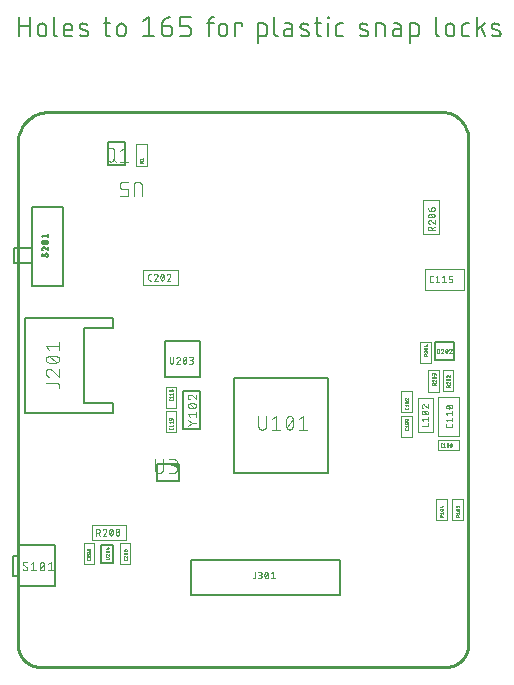
<source format=gbr>
G04 EAGLE Gerber RS-274X export*
G75*
%MOMM*%
%FSLAX34Y34*%
%LPD*%
%INReference Designators Top*%
%IPPOS*%
%AMOC8*
5,1,8,0,0,1.08239X$1,22.5*%
G01*
%ADD10C,0.152400*%
%ADD11C,0.050800*%
%ADD12C,0.050000*%
%ADD13C,0.025400*%
%ADD14C,0.076200*%
%ADD15C,0.127000*%
%ADD16C,0.203200*%
%ADD17C,0.101600*%
%ADD18C,0.254000*%


D10*
X762Y534162D02*
X762Y550418D01*
X762Y543193D02*
X9793Y543193D01*
X9793Y550418D02*
X9793Y534162D01*
X16775Y537774D02*
X16775Y541387D01*
X16776Y541387D02*
X16778Y541506D01*
X16784Y541626D01*
X16794Y541745D01*
X16808Y541863D01*
X16825Y541982D01*
X16847Y542099D01*
X16872Y542216D01*
X16902Y542331D01*
X16935Y542446D01*
X16972Y542560D01*
X17012Y542672D01*
X17057Y542783D01*
X17105Y542892D01*
X17156Y543000D01*
X17211Y543106D01*
X17270Y543210D01*
X17332Y543312D01*
X17397Y543412D01*
X17466Y543510D01*
X17538Y543606D01*
X17613Y543699D01*
X17690Y543789D01*
X17771Y543877D01*
X17855Y543962D01*
X17942Y544044D01*
X18031Y544124D01*
X18123Y544200D01*
X18217Y544274D01*
X18314Y544344D01*
X18412Y544411D01*
X18513Y544475D01*
X18617Y544535D01*
X18722Y544592D01*
X18829Y544645D01*
X18937Y544695D01*
X19047Y544741D01*
X19159Y544783D01*
X19272Y544822D01*
X19386Y544857D01*
X19501Y544888D01*
X19618Y544916D01*
X19735Y544939D01*
X19852Y544959D01*
X19971Y544975D01*
X20090Y544987D01*
X20209Y544995D01*
X20328Y544999D01*
X20448Y544999D01*
X20567Y544995D01*
X20686Y544987D01*
X20805Y544975D01*
X20924Y544959D01*
X21041Y544939D01*
X21158Y544916D01*
X21275Y544888D01*
X21390Y544857D01*
X21504Y544822D01*
X21617Y544783D01*
X21729Y544741D01*
X21839Y544695D01*
X21947Y544645D01*
X22054Y544592D01*
X22159Y544535D01*
X22263Y544475D01*
X22364Y544411D01*
X22462Y544344D01*
X22559Y544274D01*
X22653Y544200D01*
X22745Y544124D01*
X22834Y544044D01*
X22921Y543962D01*
X23005Y543877D01*
X23086Y543789D01*
X23163Y543699D01*
X23238Y543606D01*
X23310Y543510D01*
X23379Y543412D01*
X23444Y543312D01*
X23506Y543210D01*
X23565Y543106D01*
X23620Y543000D01*
X23671Y542892D01*
X23719Y542783D01*
X23764Y542672D01*
X23804Y542560D01*
X23841Y542446D01*
X23874Y542331D01*
X23904Y542216D01*
X23929Y542099D01*
X23951Y541982D01*
X23968Y541863D01*
X23982Y541745D01*
X23992Y541626D01*
X23998Y541506D01*
X24000Y541387D01*
X24000Y537774D01*
X23998Y537655D01*
X23992Y537535D01*
X23982Y537416D01*
X23968Y537298D01*
X23951Y537179D01*
X23929Y537062D01*
X23904Y536945D01*
X23874Y536830D01*
X23841Y536715D01*
X23804Y536601D01*
X23764Y536489D01*
X23719Y536378D01*
X23671Y536269D01*
X23620Y536161D01*
X23565Y536055D01*
X23506Y535951D01*
X23444Y535849D01*
X23379Y535749D01*
X23310Y535651D01*
X23238Y535555D01*
X23163Y535462D01*
X23086Y535372D01*
X23005Y535284D01*
X22921Y535199D01*
X22834Y535117D01*
X22745Y535037D01*
X22653Y534961D01*
X22559Y534887D01*
X22462Y534817D01*
X22364Y534750D01*
X22263Y534686D01*
X22159Y534626D01*
X22054Y534569D01*
X21947Y534516D01*
X21839Y534466D01*
X21729Y534420D01*
X21617Y534378D01*
X21504Y534339D01*
X21390Y534304D01*
X21275Y534273D01*
X21158Y534245D01*
X21041Y534222D01*
X20924Y534202D01*
X20805Y534186D01*
X20686Y534174D01*
X20567Y534166D01*
X20448Y534162D01*
X20328Y534162D01*
X20209Y534166D01*
X20090Y534174D01*
X19971Y534186D01*
X19852Y534202D01*
X19735Y534222D01*
X19618Y534245D01*
X19501Y534273D01*
X19386Y534304D01*
X19272Y534339D01*
X19159Y534378D01*
X19047Y534420D01*
X18937Y534466D01*
X18829Y534516D01*
X18722Y534569D01*
X18617Y534626D01*
X18513Y534686D01*
X18412Y534750D01*
X18314Y534817D01*
X18217Y534887D01*
X18123Y534961D01*
X18031Y535037D01*
X17942Y535117D01*
X17855Y535199D01*
X17771Y535284D01*
X17690Y535372D01*
X17613Y535462D01*
X17538Y535555D01*
X17466Y535651D01*
X17397Y535749D01*
X17332Y535849D01*
X17270Y535951D01*
X17211Y536055D01*
X17156Y536161D01*
X17105Y536269D01*
X17057Y536378D01*
X17012Y536489D01*
X16972Y536601D01*
X16935Y536715D01*
X16902Y536830D01*
X16872Y536945D01*
X16847Y537062D01*
X16825Y537179D01*
X16808Y537298D01*
X16794Y537416D01*
X16784Y537535D01*
X16778Y537655D01*
X16776Y537774D01*
X30559Y536871D02*
X30559Y550418D01*
X30560Y536871D02*
X30562Y536770D01*
X30568Y536669D01*
X30577Y536568D01*
X30590Y536467D01*
X30607Y536367D01*
X30628Y536268D01*
X30652Y536170D01*
X30680Y536073D01*
X30712Y535976D01*
X30747Y535881D01*
X30786Y535788D01*
X30828Y535696D01*
X30874Y535605D01*
X30923Y535517D01*
X30975Y535430D01*
X31031Y535345D01*
X31089Y535262D01*
X31151Y535182D01*
X31216Y535104D01*
X31283Y535028D01*
X31353Y534955D01*
X31426Y534885D01*
X31502Y534818D01*
X31580Y534753D01*
X31660Y534691D01*
X31743Y534633D01*
X31828Y534577D01*
X31915Y534525D01*
X32003Y534476D01*
X32094Y534430D01*
X32186Y534388D01*
X32279Y534349D01*
X32374Y534314D01*
X32471Y534282D01*
X32568Y534254D01*
X32666Y534230D01*
X32765Y534209D01*
X32865Y534192D01*
X32966Y534179D01*
X33067Y534170D01*
X33168Y534164D01*
X33269Y534162D01*
X41368Y534162D02*
X45884Y534162D01*
X41368Y534162D02*
X41267Y534164D01*
X41166Y534170D01*
X41065Y534179D01*
X40964Y534192D01*
X40864Y534209D01*
X40765Y534230D01*
X40667Y534254D01*
X40570Y534282D01*
X40473Y534314D01*
X40378Y534349D01*
X40285Y534388D01*
X40193Y534430D01*
X40102Y534476D01*
X40014Y534525D01*
X39927Y534577D01*
X39842Y534633D01*
X39759Y534691D01*
X39679Y534753D01*
X39601Y534818D01*
X39525Y534885D01*
X39452Y534955D01*
X39382Y535028D01*
X39315Y535104D01*
X39250Y535182D01*
X39188Y535262D01*
X39130Y535345D01*
X39074Y535430D01*
X39022Y535517D01*
X38973Y535605D01*
X38927Y535696D01*
X38885Y535788D01*
X38846Y535881D01*
X38811Y535976D01*
X38779Y536073D01*
X38751Y536170D01*
X38727Y536268D01*
X38706Y536367D01*
X38689Y536467D01*
X38676Y536568D01*
X38667Y536669D01*
X38661Y536770D01*
X38659Y536871D01*
X38659Y541387D01*
X38661Y541506D01*
X38667Y541626D01*
X38677Y541745D01*
X38691Y541863D01*
X38708Y541982D01*
X38730Y542099D01*
X38755Y542216D01*
X38785Y542331D01*
X38818Y542446D01*
X38855Y542560D01*
X38895Y542672D01*
X38940Y542783D01*
X38988Y542892D01*
X39039Y543000D01*
X39094Y543106D01*
X39153Y543210D01*
X39215Y543312D01*
X39280Y543412D01*
X39349Y543510D01*
X39421Y543606D01*
X39496Y543699D01*
X39573Y543789D01*
X39654Y543877D01*
X39738Y543962D01*
X39825Y544044D01*
X39914Y544124D01*
X40006Y544200D01*
X40100Y544274D01*
X40197Y544344D01*
X40295Y544411D01*
X40396Y544475D01*
X40500Y544535D01*
X40605Y544592D01*
X40712Y544645D01*
X40820Y544695D01*
X40930Y544741D01*
X41042Y544783D01*
X41155Y544822D01*
X41269Y544857D01*
X41384Y544888D01*
X41501Y544916D01*
X41618Y544939D01*
X41735Y544959D01*
X41854Y544975D01*
X41973Y544987D01*
X42092Y544995D01*
X42211Y544999D01*
X42331Y544999D01*
X42450Y544995D01*
X42569Y544987D01*
X42688Y544975D01*
X42807Y544959D01*
X42924Y544939D01*
X43041Y544916D01*
X43158Y544888D01*
X43273Y544857D01*
X43387Y544822D01*
X43500Y544783D01*
X43612Y544741D01*
X43722Y544695D01*
X43830Y544645D01*
X43937Y544592D01*
X44042Y544535D01*
X44146Y544475D01*
X44247Y544411D01*
X44345Y544344D01*
X44442Y544274D01*
X44536Y544200D01*
X44628Y544124D01*
X44717Y544044D01*
X44804Y543962D01*
X44888Y543877D01*
X44969Y543789D01*
X45046Y543699D01*
X45121Y543606D01*
X45193Y543510D01*
X45262Y543412D01*
X45327Y543312D01*
X45389Y543210D01*
X45448Y543106D01*
X45503Y543000D01*
X45554Y542892D01*
X45602Y542783D01*
X45647Y542672D01*
X45687Y542560D01*
X45724Y542446D01*
X45757Y542331D01*
X45787Y542216D01*
X45812Y542099D01*
X45834Y541982D01*
X45851Y541863D01*
X45865Y541745D01*
X45875Y541626D01*
X45881Y541506D01*
X45883Y541387D01*
X45884Y541387D02*
X45884Y539581D01*
X38659Y539581D01*
X53561Y540484D02*
X58076Y538678D01*
X53560Y540484D02*
X53472Y540521D01*
X53386Y540562D01*
X53301Y540606D01*
X53218Y540654D01*
X53138Y540705D01*
X53059Y540759D01*
X52983Y540817D01*
X52909Y540877D01*
X52837Y540941D01*
X52769Y541007D01*
X52703Y541077D01*
X52640Y541148D01*
X52579Y541223D01*
X52522Y541299D01*
X52469Y541378D01*
X52418Y541459D01*
X52371Y541542D01*
X52327Y541627D01*
X52287Y541714D01*
X52250Y541802D01*
X52217Y541892D01*
X52187Y541983D01*
X52162Y542075D01*
X52140Y542168D01*
X52122Y542262D01*
X52107Y542356D01*
X52097Y542451D01*
X52091Y542547D01*
X52088Y542642D01*
X52089Y542738D01*
X52095Y542833D01*
X52104Y542929D01*
X52117Y543023D01*
X52133Y543117D01*
X52154Y543211D01*
X52179Y543303D01*
X52207Y543394D01*
X52239Y543484D01*
X52274Y543573D01*
X52313Y543660D01*
X52356Y543746D01*
X52402Y543830D01*
X52452Y543911D01*
X52504Y543991D01*
X52560Y544069D01*
X52620Y544144D01*
X52682Y544216D01*
X52747Y544286D01*
X52815Y544354D01*
X52885Y544418D01*
X52958Y544480D01*
X53034Y544538D01*
X53112Y544594D01*
X53192Y544646D01*
X53274Y544695D01*
X53358Y544740D01*
X53444Y544782D01*
X53531Y544821D01*
X53620Y544856D01*
X53711Y544887D01*
X53802Y544914D01*
X53895Y544938D01*
X53988Y544958D01*
X54082Y544974D01*
X54177Y544986D01*
X54272Y544995D01*
X54368Y544999D01*
X54463Y545000D01*
X54710Y544993D01*
X54956Y544981D01*
X55202Y544963D01*
X55448Y544938D01*
X55692Y544908D01*
X55936Y544872D01*
X56179Y544831D01*
X56421Y544783D01*
X56662Y544729D01*
X56901Y544670D01*
X57139Y544605D01*
X57375Y544534D01*
X57610Y544458D01*
X57843Y544376D01*
X58073Y544288D01*
X58301Y544195D01*
X58528Y544097D01*
X58077Y538677D02*
X58165Y538640D01*
X58251Y538599D01*
X58336Y538555D01*
X58419Y538507D01*
X58499Y538456D01*
X58578Y538402D01*
X58654Y538344D01*
X58728Y538284D01*
X58800Y538220D01*
X58868Y538154D01*
X58934Y538084D01*
X58997Y538013D01*
X59058Y537938D01*
X59115Y537862D01*
X59168Y537783D01*
X59219Y537702D01*
X59266Y537619D01*
X59310Y537534D01*
X59350Y537447D01*
X59387Y537359D01*
X59420Y537269D01*
X59450Y537178D01*
X59475Y537086D01*
X59497Y536993D01*
X59515Y536899D01*
X59530Y536805D01*
X59540Y536710D01*
X59546Y536614D01*
X59549Y536519D01*
X59548Y536423D01*
X59542Y536328D01*
X59533Y536232D01*
X59520Y536138D01*
X59504Y536044D01*
X59483Y535950D01*
X59458Y535858D01*
X59430Y535767D01*
X59398Y535677D01*
X59363Y535588D01*
X59324Y535501D01*
X59281Y535415D01*
X59235Y535331D01*
X59185Y535250D01*
X59133Y535170D01*
X59077Y535092D01*
X59017Y535017D01*
X58955Y534945D01*
X58890Y534875D01*
X58822Y534807D01*
X58752Y534743D01*
X58679Y534681D01*
X58603Y534623D01*
X58525Y534567D01*
X58445Y534515D01*
X58363Y534466D01*
X58279Y534421D01*
X58193Y534379D01*
X58106Y534340D01*
X58017Y534305D01*
X57926Y534274D01*
X57835Y534247D01*
X57742Y534223D01*
X57649Y534203D01*
X57555Y534187D01*
X57460Y534175D01*
X57365Y534166D01*
X57269Y534162D01*
X57174Y534161D01*
X57173Y534162D02*
X56811Y534171D01*
X56449Y534189D01*
X56088Y534216D01*
X55728Y534251D01*
X55368Y534294D01*
X55009Y534346D01*
X54652Y534407D01*
X54297Y534476D01*
X53943Y534553D01*
X53591Y534639D01*
X53241Y534733D01*
X52893Y534836D01*
X52548Y534946D01*
X52206Y535065D01*
X72793Y544999D02*
X78211Y544999D01*
X74599Y550418D02*
X74599Y536871D01*
X74601Y536770D01*
X74607Y536669D01*
X74616Y536568D01*
X74629Y536467D01*
X74646Y536367D01*
X74667Y536268D01*
X74691Y536170D01*
X74719Y536073D01*
X74751Y535976D01*
X74786Y535881D01*
X74825Y535788D01*
X74867Y535696D01*
X74913Y535605D01*
X74962Y535517D01*
X75014Y535430D01*
X75070Y535345D01*
X75128Y535262D01*
X75190Y535182D01*
X75255Y535104D01*
X75322Y535028D01*
X75392Y534955D01*
X75465Y534885D01*
X75541Y534818D01*
X75619Y534753D01*
X75699Y534691D01*
X75782Y534633D01*
X75867Y534577D01*
X75954Y534525D01*
X76042Y534476D01*
X76133Y534430D01*
X76225Y534388D01*
X76318Y534349D01*
X76413Y534314D01*
X76510Y534282D01*
X76607Y534254D01*
X76705Y534230D01*
X76804Y534209D01*
X76904Y534192D01*
X77005Y534179D01*
X77106Y534170D01*
X77207Y534164D01*
X77308Y534162D01*
X78211Y534162D01*
X83990Y537774D02*
X83990Y541387D01*
X83992Y541506D01*
X83998Y541626D01*
X84008Y541745D01*
X84022Y541863D01*
X84039Y541982D01*
X84061Y542099D01*
X84086Y542216D01*
X84116Y542331D01*
X84149Y542446D01*
X84186Y542560D01*
X84226Y542672D01*
X84271Y542783D01*
X84319Y542892D01*
X84370Y543000D01*
X84425Y543106D01*
X84484Y543210D01*
X84546Y543312D01*
X84611Y543412D01*
X84680Y543510D01*
X84752Y543606D01*
X84827Y543699D01*
X84904Y543789D01*
X84985Y543877D01*
X85069Y543962D01*
X85156Y544044D01*
X85245Y544124D01*
X85337Y544200D01*
X85431Y544274D01*
X85528Y544344D01*
X85626Y544411D01*
X85727Y544475D01*
X85831Y544535D01*
X85936Y544592D01*
X86043Y544645D01*
X86151Y544695D01*
X86261Y544741D01*
X86373Y544783D01*
X86486Y544822D01*
X86600Y544857D01*
X86715Y544888D01*
X86832Y544916D01*
X86949Y544939D01*
X87066Y544959D01*
X87185Y544975D01*
X87304Y544987D01*
X87423Y544995D01*
X87542Y544999D01*
X87662Y544999D01*
X87781Y544995D01*
X87900Y544987D01*
X88019Y544975D01*
X88138Y544959D01*
X88255Y544939D01*
X88372Y544916D01*
X88489Y544888D01*
X88604Y544857D01*
X88718Y544822D01*
X88831Y544783D01*
X88943Y544741D01*
X89053Y544695D01*
X89161Y544645D01*
X89268Y544592D01*
X89373Y544535D01*
X89477Y544475D01*
X89578Y544411D01*
X89676Y544344D01*
X89773Y544274D01*
X89867Y544200D01*
X89959Y544124D01*
X90048Y544044D01*
X90135Y543962D01*
X90219Y543877D01*
X90300Y543789D01*
X90377Y543699D01*
X90452Y543606D01*
X90524Y543510D01*
X90593Y543412D01*
X90658Y543312D01*
X90720Y543210D01*
X90779Y543106D01*
X90834Y543000D01*
X90885Y542892D01*
X90933Y542783D01*
X90978Y542672D01*
X91018Y542560D01*
X91055Y542446D01*
X91088Y542331D01*
X91118Y542216D01*
X91143Y542099D01*
X91165Y541982D01*
X91182Y541863D01*
X91196Y541745D01*
X91206Y541626D01*
X91212Y541506D01*
X91214Y541387D01*
X91214Y537774D01*
X91212Y537655D01*
X91206Y537535D01*
X91196Y537416D01*
X91182Y537298D01*
X91165Y537179D01*
X91143Y537062D01*
X91118Y536945D01*
X91088Y536830D01*
X91055Y536715D01*
X91018Y536601D01*
X90978Y536489D01*
X90933Y536378D01*
X90885Y536269D01*
X90834Y536161D01*
X90779Y536055D01*
X90720Y535951D01*
X90658Y535849D01*
X90593Y535749D01*
X90524Y535651D01*
X90452Y535555D01*
X90377Y535462D01*
X90300Y535372D01*
X90219Y535284D01*
X90135Y535199D01*
X90048Y535117D01*
X89959Y535037D01*
X89867Y534961D01*
X89773Y534887D01*
X89676Y534817D01*
X89578Y534750D01*
X89477Y534686D01*
X89373Y534626D01*
X89268Y534569D01*
X89161Y534516D01*
X89053Y534466D01*
X88943Y534420D01*
X88831Y534378D01*
X88718Y534339D01*
X88604Y534304D01*
X88489Y534273D01*
X88372Y534245D01*
X88255Y534222D01*
X88138Y534202D01*
X88019Y534186D01*
X87900Y534174D01*
X87781Y534166D01*
X87662Y534162D01*
X87542Y534162D01*
X87423Y534166D01*
X87304Y534174D01*
X87185Y534186D01*
X87066Y534202D01*
X86949Y534222D01*
X86832Y534245D01*
X86715Y534273D01*
X86600Y534304D01*
X86486Y534339D01*
X86373Y534378D01*
X86261Y534420D01*
X86151Y534466D01*
X86043Y534516D01*
X85936Y534569D01*
X85831Y534626D01*
X85727Y534686D01*
X85626Y534750D01*
X85528Y534817D01*
X85431Y534887D01*
X85337Y534961D01*
X85245Y535037D01*
X85156Y535117D01*
X85069Y535199D01*
X84985Y535284D01*
X84904Y535372D01*
X84827Y535462D01*
X84752Y535555D01*
X84680Y535651D01*
X84611Y535749D01*
X84546Y535849D01*
X84484Y535951D01*
X84425Y536055D01*
X84370Y536161D01*
X84319Y536269D01*
X84271Y536378D01*
X84226Y536489D01*
X84186Y536601D01*
X84149Y536715D01*
X84116Y536830D01*
X84086Y536945D01*
X84061Y537062D01*
X84039Y537179D01*
X84022Y537298D01*
X84008Y537416D01*
X83998Y537535D01*
X83992Y537655D01*
X83990Y537774D01*
X106012Y546806D02*
X110528Y550418D01*
X110528Y534162D01*
X115043Y534162D02*
X106012Y534162D01*
X121643Y543193D02*
X127062Y543193D01*
X127180Y543191D01*
X127298Y543185D01*
X127416Y543176D01*
X127533Y543162D01*
X127650Y543145D01*
X127767Y543124D01*
X127882Y543099D01*
X127997Y543070D01*
X128111Y543037D01*
X128223Y543001D01*
X128334Y542961D01*
X128444Y542918D01*
X128553Y542871D01*
X128660Y542821D01*
X128765Y542766D01*
X128868Y542709D01*
X128969Y542648D01*
X129069Y542584D01*
X129166Y542517D01*
X129261Y542447D01*
X129353Y542373D01*
X129444Y542297D01*
X129531Y542217D01*
X129616Y542135D01*
X129698Y542050D01*
X129778Y541963D01*
X129854Y541872D01*
X129928Y541780D01*
X129998Y541685D01*
X130065Y541588D01*
X130129Y541488D01*
X130190Y541387D01*
X130247Y541284D01*
X130302Y541179D01*
X130352Y541072D01*
X130399Y540963D01*
X130442Y540853D01*
X130482Y540742D01*
X130518Y540630D01*
X130551Y540516D01*
X130580Y540401D01*
X130605Y540286D01*
X130626Y540169D01*
X130643Y540052D01*
X130657Y539935D01*
X130666Y539817D01*
X130672Y539699D01*
X130674Y539581D01*
X130675Y539581D02*
X130675Y538678D01*
X130673Y538545D01*
X130667Y538413D01*
X130657Y538281D01*
X130644Y538149D01*
X130626Y538017D01*
X130605Y537887D01*
X130580Y537756D01*
X130551Y537627D01*
X130518Y537499D01*
X130482Y537371D01*
X130442Y537245D01*
X130398Y537120D01*
X130350Y536996D01*
X130299Y536874D01*
X130244Y536753D01*
X130186Y536634D01*
X130124Y536516D01*
X130059Y536401D01*
X129990Y536287D01*
X129919Y536176D01*
X129843Y536067D01*
X129765Y535960D01*
X129684Y535855D01*
X129599Y535753D01*
X129512Y535653D01*
X129422Y535556D01*
X129329Y535461D01*
X129233Y535370D01*
X129135Y535281D01*
X129034Y535195D01*
X128930Y535112D01*
X128824Y535032D01*
X128716Y534956D01*
X128606Y534882D01*
X128493Y534812D01*
X128379Y534745D01*
X128262Y534682D01*
X128144Y534622D01*
X128024Y534565D01*
X127902Y534512D01*
X127779Y534463D01*
X127655Y534417D01*
X127529Y534375D01*
X127402Y534337D01*
X127274Y534302D01*
X127145Y534271D01*
X127016Y534244D01*
X126885Y534221D01*
X126754Y534201D01*
X126622Y534186D01*
X126490Y534174D01*
X126358Y534166D01*
X126225Y534162D01*
X126093Y534162D01*
X125960Y534166D01*
X125828Y534174D01*
X125696Y534186D01*
X125564Y534201D01*
X125433Y534221D01*
X125302Y534244D01*
X125173Y534271D01*
X125044Y534302D01*
X124916Y534337D01*
X124789Y534375D01*
X124663Y534417D01*
X124539Y534463D01*
X124416Y534512D01*
X124294Y534565D01*
X124174Y534622D01*
X124056Y534682D01*
X123939Y534745D01*
X123825Y534812D01*
X123712Y534882D01*
X123602Y534956D01*
X123494Y535032D01*
X123388Y535112D01*
X123284Y535195D01*
X123183Y535281D01*
X123085Y535370D01*
X122989Y535461D01*
X122896Y535556D01*
X122806Y535653D01*
X122719Y535753D01*
X122634Y535855D01*
X122553Y535960D01*
X122475Y536067D01*
X122399Y536176D01*
X122328Y536287D01*
X122259Y536401D01*
X122194Y536516D01*
X122132Y536634D01*
X122074Y536753D01*
X122019Y536874D01*
X121968Y536996D01*
X121920Y537120D01*
X121876Y537245D01*
X121836Y537371D01*
X121800Y537499D01*
X121767Y537627D01*
X121738Y537756D01*
X121713Y537887D01*
X121692Y538017D01*
X121674Y538149D01*
X121661Y538281D01*
X121651Y538413D01*
X121645Y538545D01*
X121643Y538678D01*
X121643Y543193D01*
X121645Y543370D01*
X121652Y543548D01*
X121663Y543725D01*
X121678Y543901D01*
X121697Y544077D01*
X121721Y544253D01*
X121749Y544428D01*
X121782Y544603D01*
X121819Y544776D01*
X121860Y544949D01*
X121905Y545120D01*
X121954Y545290D01*
X122008Y545459D01*
X122065Y545627D01*
X122127Y545793D01*
X122193Y545958D01*
X122263Y546121D01*
X122337Y546282D01*
X122414Y546441D01*
X122496Y546599D01*
X122582Y546754D01*
X122671Y546907D01*
X122764Y547058D01*
X122861Y547207D01*
X122961Y547353D01*
X123065Y547497D01*
X123172Y547638D01*
X123283Y547776D01*
X123397Y547912D01*
X123515Y548045D01*
X123635Y548175D01*
X123759Y548302D01*
X123886Y548426D01*
X124016Y548546D01*
X124149Y548664D01*
X124284Y548778D01*
X124423Y548889D01*
X124564Y548996D01*
X124708Y549100D01*
X124854Y549200D01*
X125003Y549297D01*
X125154Y549390D01*
X125307Y549479D01*
X125462Y549565D01*
X125620Y549647D01*
X125779Y549724D01*
X125940Y549798D01*
X126103Y549868D01*
X126268Y549934D01*
X126434Y549996D01*
X126602Y550053D01*
X126771Y550107D01*
X126941Y550156D01*
X127112Y550201D01*
X127285Y550242D01*
X127458Y550279D01*
X127633Y550312D01*
X127808Y550340D01*
X127984Y550364D01*
X128160Y550383D01*
X128336Y550398D01*
X128513Y550409D01*
X128691Y550416D01*
X128868Y550418D01*
X137275Y534162D02*
X142693Y534162D01*
X142811Y534164D01*
X142929Y534170D01*
X143047Y534179D01*
X143164Y534193D01*
X143281Y534210D01*
X143398Y534231D01*
X143513Y534256D01*
X143628Y534285D01*
X143742Y534318D01*
X143854Y534354D01*
X143965Y534394D01*
X144075Y534437D01*
X144184Y534484D01*
X144291Y534534D01*
X144396Y534589D01*
X144499Y534646D01*
X144600Y534707D01*
X144700Y534771D01*
X144797Y534838D01*
X144892Y534908D01*
X144984Y534982D01*
X145075Y535058D01*
X145162Y535138D01*
X145247Y535220D01*
X145329Y535305D01*
X145409Y535392D01*
X145485Y535483D01*
X145559Y535575D01*
X145629Y535670D01*
X145696Y535767D01*
X145760Y535867D01*
X145821Y535968D01*
X145878Y536071D01*
X145933Y536176D01*
X145983Y536283D01*
X146030Y536392D01*
X146073Y536502D01*
X146113Y536613D01*
X146149Y536725D01*
X146182Y536839D01*
X146211Y536954D01*
X146236Y537069D01*
X146257Y537186D01*
X146274Y537303D01*
X146288Y537420D01*
X146297Y537538D01*
X146303Y537656D01*
X146305Y537774D01*
X146306Y537774D02*
X146306Y539581D01*
X146305Y539581D02*
X146303Y539699D01*
X146297Y539817D01*
X146288Y539935D01*
X146274Y540052D01*
X146257Y540169D01*
X146236Y540286D01*
X146211Y540401D01*
X146182Y540516D01*
X146149Y540630D01*
X146113Y540742D01*
X146073Y540853D01*
X146030Y540963D01*
X145983Y541072D01*
X145933Y541179D01*
X145878Y541284D01*
X145821Y541387D01*
X145760Y541488D01*
X145696Y541588D01*
X145629Y541685D01*
X145559Y541780D01*
X145485Y541872D01*
X145409Y541963D01*
X145329Y542050D01*
X145247Y542135D01*
X145162Y542217D01*
X145075Y542297D01*
X144984Y542373D01*
X144892Y542447D01*
X144797Y542517D01*
X144700Y542584D01*
X144600Y542648D01*
X144499Y542709D01*
X144396Y542766D01*
X144291Y542821D01*
X144184Y542871D01*
X144075Y542918D01*
X143965Y542961D01*
X143854Y543001D01*
X143742Y543037D01*
X143628Y543070D01*
X143513Y543099D01*
X143398Y543124D01*
X143281Y543145D01*
X143164Y543162D01*
X143047Y543176D01*
X142929Y543185D01*
X142811Y543191D01*
X142693Y543193D01*
X137275Y543193D01*
X137275Y550418D01*
X146306Y550418D01*
X161991Y547709D02*
X161991Y534162D01*
X161992Y547709D02*
X161994Y547813D01*
X162000Y547916D01*
X162010Y548020D01*
X162024Y548123D01*
X162042Y548225D01*
X162063Y548326D01*
X162089Y548427D01*
X162118Y548526D01*
X162151Y548625D01*
X162188Y548722D01*
X162229Y548817D01*
X162273Y548911D01*
X162321Y549003D01*
X162372Y549093D01*
X162427Y549182D01*
X162485Y549268D01*
X162547Y549351D01*
X162611Y549433D01*
X162679Y549511D01*
X162749Y549587D01*
X162822Y549661D01*
X162899Y549731D01*
X162977Y549799D01*
X163059Y549863D01*
X163142Y549925D01*
X163228Y549983D01*
X163317Y550038D01*
X163407Y550089D01*
X163499Y550137D01*
X163593Y550181D01*
X163688Y550222D01*
X163785Y550259D01*
X163884Y550292D01*
X163983Y550321D01*
X164084Y550347D01*
X164185Y550368D01*
X164287Y550386D01*
X164390Y550400D01*
X164494Y550410D01*
X164597Y550416D01*
X164701Y550418D01*
X165604Y550418D01*
X165604Y544999D02*
X160185Y544999D01*
X169961Y541387D02*
X169961Y537774D01*
X169962Y541387D02*
X169964Y541506D01*
X169970Y541626D01*
X169980Y541745D01*
X169994Y541863D01*
X170011Y541982D01*
X170033Y542099D01*
X170058Y542216D01*
X170088Y542331D01*
X170121Y542446D01*
X170158Y542560D01*
X170198Y542672D01*
X170243Y542783D01*
X170291Y542892D01*
X170342Y543000D01*
X170397Y543106D01*
X170456Y543210D01*
X170518Y543312D01*
X170583Y543412D01*
X170652Y543510D01*
X170724Y543606D01*
X170799Y543699D01*
X170876Y543789D01*
X170957Y543877D01*
X171041Y543962D01*
X171128Y544044D01*
X171217Y544124D01*
X171309Y544200D01*
X171403Y544274D01*
X171500Y544344D01*
X171598Y544411D01*
X171699Y544475D01*
X171803Y544535D01*
X171908Y544592D01*
X172015Y544645D01*
X172123Y544695D01*
X172233Y544741D01*
X172345Y544783D01*
X172458Y544822D01*
X172572Y544857D01*
X172687Y544888D01*
X172804Y544916D01*
X172921Y544939D01*
X173038Y544959D01*
X173157Y544975D01*
X173276Y544987D01*
X173395Y544995D01*
X173514Y544999D01*
X173634Y544999D01*
X173753Y544995D01*
X173872Y544987D01*
X173991Y544975D01*
X174110Y544959D01*
X174227Y544939D01*
X174344Y544916D01*
X174461Y544888D01*
X174576Y544857D01*
X174690Y544822D01*
X174803Y544783D01*
X174915Y544741D01*
X175025Y544695D01*
X175133Y544645D01*
X175240Y544592D01*
X175345Y544535D01*
X175449Y544475D01*
X175550Y544411D01*
X175648Y544344D01*
X175745Y544274D01*
X175839Y544200D01*
X175931Y544124D01*
X176020Y544044D01*
X176107Y543962D01*
X176191Y543877D01*
X176272Y543789D01*
X176349Y543699D01*
X176424Y543606D01*
X176496Y543510D01*
X176565Y543412D01*
X176630Y543312D01*
X176692Y543210D01*
X176751Y543106D01*
X176806Y543000D01*
X176857Y542892D01*
X176905Y542783D01*
X176950Y542672D01*
X176990Y542560D01*
X177027Y542446D01*
X177060Y542331D01*
X177090Y542216D01*
X177115Y542099D01*
X177137Y541982D01*
X177154Y541863D01*
X177168Y541745D01*
X177178Y541626D01*
X177184Y541506D01*
X177186Y541387D01*
X177186Y537774D01*
X177184Y537655D01*
X177178Y537535D01*
X177168Y537416D01*
X177154Y537298D01*
X177137Y537179D01*
X177115Y537062D01*
X177090Y536945D01*
X177060Y536830D01*
X177027Y536715D01*
X176990Y536601D01*
X176950Y536489D01*
X176905Y536378D01*
X176857Y536269D01*
X176806Y536161D01*
X176751Y536055D01*
X176692Y535951D01*
X176630Y535849D01*
X176565Y535749D01*
X176496Y535651D01*
X176424Y535555D01*
X176349Y535462D01*
X176272Y535372D01*
X176191Y535284D01*
X176107Y535199D01*
X176020Y535117D01*
X175931Y535037D01*
X175839Y534961D01*
X175745Y534887D01*
X175648Y534817D01*
X175550Y534750D01*
X175449Y534686D01*
X175345Y534626D01*
X175240Y534569D01*
X175133Y534516D01*
X175025Y534466D01*
X174915Y534420D01*
X174803Y534378D01*
X174690Y534339D01*
X174576Y534304D01*
X174461Y534273D01*
X174344Y534245D01*
X174227Y534222D01*
X174110Y534202D01*
X173991Y534186D01*
X173872Y534174D01*
X173753Y534166D01*
X173634Y534162D01*
X173514Y534162D01*
X173395Y534166D01*
X173276Y534174D01*
X173157Y534186D01*
X173038Y534202D01*
X172921Y534222D01*
X172804Y534245D01*
X172687Y534273D01*
X172572Y534304D01*
X172458Y534339D01*
X172345Y534378D01*
X172233Y534420D01*
X172123Y534466D01*
X172015Y534516D01*
X171908Y534569D01*
X171803Y534626D01*
X171699Y534686D01*
X171598Y534750D01*
X171500Y534817D01*
X171403Y534887D01*
X171309Y534961D01*
X171217Y535037D01*
X171128Y535117D01*
X171041Y535199D01*
X170957Y535284D01*
X170876Y535372D01*
X170799Y535462D01*
X170724Y535555D01*
X170652Y535651D01*
X170583Y535749D01*
X170518Y535849D01*
X170456Y535951D01*
X170397Y536055D01*
X170342Y536161D01*
X170291Y536269D01*
X170243Y536378D01*
X170198Y536489D01*
X170158Y536601D01*
X170121Y536715D01*
X170088Y536830D01*
X170058Y536945D01*
X170033Y537062D01*
X170011Y537179D01*
X169994Y537298D01*
X169980Y537416D01*
X169970Y537535D01*
X169964Y537655D01*
X169962Y537774D01*
X184114Y534162D02*
X184114Y544999D01*
X189533Y544999D01*
X189533Y543193D01*
X203381Y544999D02*
X203381Y528743D01*
X203381Y544999D02*
X207897Y544999D01*
X208001Y544997D01*
X208104Y544991D01*
X208208Y544981D01*
X208311Y544967D01*
X208413Y544949D01*
X208514Y544928D01*
X208615Y544902D01*
X208714Y544873D01*
X208813Y544840D01*
X208910Y544803D01*
X209005Y544762D01*
X209099Y544718D01*
X209191Y544670D01*
X209281Y544619D01*
X209370Y544564D01*
X209456Y544506D01*
X209539Y544444D01*
X209621Y544380D01*
X209699Y544312D01*
X209775Y544242D01*
X209849Y544169D01*
X209919Y544092D01*
X209987Y544014D01*
X210051Y543932D01*
X210113Y543849D01*
X210171Y543763D01*
X210226Y543674D01*
X210277Y543584D01*
X210325Y543492D01*
X210369Y543398D01*
X210410Y543303D01*
X210447Y543206D01*
X210480Y543107D01*
X210509Y543008D01*
X210535Y542907D01*
X210556Y542806D01*
X210574Y542704D01*
X210588Y542601D01*
X210598Y542497D01*
X210604Y542394D01*
X210606Y542290D01*
X210606Y536871D01*
X210604Y536770D01*
X210598Y536669D01*
X210589Y536568D01*
X210576Y536467D01*
X210559Y536367D01*
X210538Y536268D01*
X210514Y536170D01*
X210486Y536073D01*
X210454Y535976D01*
X210419Y535881D01*
X210380Y535788D01*
X210338Y535696D01*
X210292Y535605D01*
X210243Y535517D01*
X210191Y535430D01*
X210135Y535345D01*
X210077Y535262D01*
X210015Y535182D01*
X209950Y535104D01*
X209883Y535028D01*
X209813Y534955D01*
X209740Y534885D01*
X209664Y534818D01*
X209586Y534753D01*
X209506Y534691D01*
X209423Y534633D01*
X209338Y534577D01*
X209252Y534525D01*
X209163Y534476D01*
X209072Y534430D01*
X208980Y534388D01*
X208887Y534349D01*
X208792Y534314D01*
X208695Y534282D01*
X208598Y534254D01*
X208500Y534230D01*
X208401Y534209D01*
X208301Y534192D01*
X208200Y534179D01*
X208099Y534170D01*
X207998Y534164D01*
X207897Y534162D01*
X203381Y534162D01*
X217092Y536871D02*
X217092Y550418D01*
X217092Y536871D02*
X217094Y536770D01*
X217100Y536669D01*
X217109Y536568D01*
X217122Y536467D01*
X217139Y536367D01*
X217160Y536268D01*
X217184Y536170D01*
X217212Y536073D01*
X217244Y535976D01*
X217279Y535881D01*
X217318Y535788D01*
X217360Y535696D01*
X217406Y535605D01*
X217455Y535517D01*
X217507Y535430D01*
X217563Y535345D01*
X217621Y535262D01*
X217683Y535182D01*
X217748Y535104D01*
X217815Y535028D01*
X217885Y534955D01*
X217958Y534885D01*
X218034Y534818D01*
X218112Y534753D01*
X218192Y534691D01*
X218275Y534633D01*
X218360Y534577D01*
X218447Y534525D01*
X218535Y534476D01*
X218626Y534430D01*
X218718Y534388D01*
X218811Y534349D01*
X218906Y534314D01*
X219003Y534282D01*
X219100Y534254D01*
X219198Y534230D01*
X219297Y534209D01*
X219397Y534192D01*
X219498Y534179D01*
X219599Y534170D01*
X219700Y534164D01*
X219801Y534162D01*
X228279Y540484D02*
X232343Y540484D01*
X228279Y540484D02*
X228167Y540482D01*
X228056Y540476D01*
X227945Y540466D01*
X227834Y540453D01*
X227724Y540435D01*
X227615Y540413D01*
X227506Y540388D01*
X227398Y540359D01*
X227292Y540326D01*
X227186Y540289D01*
X227082Y540249D01*
X226980Y540205D01*
X226879Y540157D01*
X226780Y540106D01*
X226682Y540051D01*
X226587Y539993D01*
X226494Y539932D01*
X226403Y539867D01*
X226314Y539799D01*
X226228Y539728D01*
X226145Y539655D01*
X226064Y539578D01*
X225985Y539498D01*
X225910Y539416D01*
X225838Y539331D01*
X225768Y539244D01*
X225702Y539154D01*
X225639Y539062D01*
X225579Y538967D01*
X225523Y538871D01*
X225470Y538773D01*
X225421Y538673D01*
X225375Y538571D01*
X225333Y538468D01*
X225294Y538363D01*
X225259Y538257D01*
X225228Y538150D01*
X225201Y538042D01*
X225177Y537933D01*
X225158Y537823D01*
X225142Y537713D01*
X225130Y537602D01*
X225122Y537490D01*
X225118Y537379D01*
X225118Y537267D01*
X225122Y537156D01*
X225130Y537044D01*
X225142Y536933D01*
X225158Y536823D01*
X225177Y536713D01*
X225201Y536604D01*
X225228Y536496D01*
X225259Y536389D01*
X225294Y536283D01*
X225333Y536178D01*
X225375Y536075D01*
X225421Y535973D01*
X225470Y535873D01*
X225523Y535775D01*
X225579Y535679D01*
X225639Y535584D01*
X225702Y535492D01*
X225768Y535402D01*
X225838Y535315D01*
X225910Y535230D01*
X225985Y535148D01*
X226064Y535068D01*
X226145Y534991D01*
X226228Y534918D01*
X226314Y534847D01*
X226403Y534779D01*
X226494Y534714D01*
X226587Y534653D01*
X226682Y534595D01*
X226780Y534540D01*
X226879Y534489D01*
X226980Y534441D01*
X227082Y534397D01*
X227186Y534357D01*
X227292Y534320D01*
X227398Y534287D01*
X227506Y534258D01*
X227615Y534233D01*
X227724Y534211D01*
X227834Y534193D01*
X227945Y534180D01*
X228056Y534170D01*
X228167Y534164D01*
X228279Y534162D01*
X232343Y534162D01*
X232343Y542290D01*
X232341Y542391D01*
X232335Y542492D01*
X232326Y542593D01*
X232313Y542694D01*
X232296Y542794D01*
X232275Y542893D01*
X232251Y542991D01*
X232223Y543088D01*
X232191Y543185D01*
X232156Y543280D01*
X232117Y543373D01*
X232075Y543465D01*
X232029Y543556D01*
X231980Y543645D01*
X231928Y543731D01*
X231872Y543816D01*
X231814Y543899D01*
X231752Y543979D01*
X231687Y544057D01*
X231620Y544133D01*
X231550Y544206D01*
X231477Y544276D01*
X231401Y544343D01*
X231323Y544408D01*
X231243Y544470D01*
X231160Y544528D01*
X231075Y544584D01*
X230989Y544636D01*
X230900Y544685D01*
X230809Y544731D01*
X230717Y544773D01*
X230624Y544812D01*
X230529Y544847D01*
X230432Y544879D01*
X230335Y544907D01*
X230237Y544931D01*
X230138Y544952D01*
X230038Y544969D01*
X229937Y544982D01*
X229836Y544991D01*
X229735Y544997D01*
X229634Y544999D01*
X226021Y544999D01*
X240614Y540484D02*
X245130Y538678D01*
X240614Y540484D02*
X240526Y540521D01*
X240440Y540562D01*
X240355Y540606D01*
X240272Y540654D01*
X240192Y540705D01*
X240113Y540759D01*
X240037Y540817D01*
X239963Y540877D01*
X239891Y540941D01*
X239823Y541007D01*
X239757Y541077D01*
X239694Y541148D01*
X239633Y541223D01*
X239576Y541299D01*
X239523Y541378D01*
X239472Y541459D01*
X239425Y541542D01*
X239381Y541627D01*
X239341Y541714D01*
X239304Y541802D01*
X239271Y541892D01*
X239241Y541983D01*
X239216Y542075D01*
X239194Y542168D01*
X239176Y542262D01*
X239161Y542356D01*
X239151Y542451D01*
X239145Y542547D01*
X239142Y542642D01*
X239143Y542738D01*
X239149Y542833D01*
X239158Y542929D01*
X239171Y543023D01*
X239187Y543117D01*
X239208Y543211D01*
X239233Y543303D01*
X239261Y543394D01*
X239293Y543484D01*
X239328Y543573D01*
X239367Y543660D01*
X239410Y543746D01*
X239456Y543830D01*
X239506Y543911D01*
X239558Y543991D01*
X239614Y544069D01*
X239674Y544144D01*
X239736Y544216D01*
X239801Y544286D01*
X239869Y544354D01*
X239939Y544418D01*
X240012Y544480D01*
X240088Y544538D01*
X240166Y544594D01*
X240246Y544646D01*
X240328Y544695D01*
X240412Y544740D01*
X240498Y544782D01*
X240585Y544821D01*
X240674Y544856D01*
X240765Y544887D01*
X240856Y544914D01*
X240949Y544938D01*
X241042Y544958D01*
X241136Y544974D01*
X241231Y544986D01*
X241326Y544995D01*
X241422Y544999D01*
X241517Y545000D01*
X241764Y544993D01*
X242010Y544981D01*
X242256Y544963D01*
X242502Y544938D01*
X242746Y544908D01*
X242990Y544872D01*
X243233Y544831D01*
X243475Y544783D01*
X243716Y544729D01*
X243955Y544670D01*
X244193Y544605D01*
X244429Y544534D01*
X244664Y544458D01*
X244897Y544376D01*
X245127Y544288D01*
X245355Y544195D01*
X245582Y544097D01*
X245130Y538677D02*
X245218Y538640D01*
X245304Y538599D01*
X245389Y538555D01*
X245472Y538507D01*
X245552Y538456D01*
X245631Y538402D01*
X245707Y538344D01*
X245781Y538284D01*
X245853Y538220D01*
X245921Y538154D01*
X245987Y538084D01*
X246050Y538013D01*
X246111Y537938D01*
X246168Y537862D01*
X246221Y537783D01*
X246272Y537702D01*
X246319Y537619D01*
X246363Y537534D01*
X246403Y537447D01*
X246440Y537359D01*
X246473Y537269D01*
X246503Y537178D01*
X246528Y537086D01*
X246550Y536993D01*
X246568Y536899D01*
X246583Y536805D01*
X246593Y536710D01*
X246599Y536614D01*
X246602Y536519D01*
X246601Y536423D01*
X246595Y536328D01*
X246586Y536232D01*
X246573Y536138D01*
X246557Y536044D01*
X246536Y535950D01*
X246511Y535858D01*
X246483Y535767D01*
X246451Y535677D01*
X246416Y535588D01*
X246377Y535501D01*
X246334Y535415D01*
X246288Y535331D01*
X246238Y535250D01*
X246186Y535170D01*
X246130Y535092D01*
X246070Y535017D01*
X246008Y534945D01*
X245943Y534875D01*
X245875Y534807D01*
X245805Y534743D01*
X245732Y534681D01*
X245656Y534623D01*
X245578Y534567D01*
X245498Y534515D01*
X245416Y534466D01*
X245332Y534421D01*
X245246Y534379D01*
X245159Y534340D01*
X245070Y534305D01*
X244979Y534274D01*
X244888Y534247D01*
X244795Y534223D01*
X244702Y534203D01*
X244608Y534187D01*
X244513Y534175D01*
X244418Y534166D01*
X244322Y534162D01*
X244227Y534161D01*
X244226Y534162D02*
X243864Y534171D01*
X243502Y534189D01*
X243141Y534216D01*
X242781Y534251D01*
X242421Y534294D01*
X242062Y534346D01*
X241705Y534407D01*
X241350Y534476D01*
X240996Y534553D01*
X240644Y534639D01*
X240294Y534733D01*
X239946Y534836D01*
X239601Y534946D01*
X239259Y535065D01*
X251509Y544999D02*
X256928Y544999D01*
X253316Y550418D02*
X253316Y536871D01*
X253318Y536770D01*
X253324Y536669D01*
X253333Y536568D01*
X253346Y536467D01*
X253363Y536367D01*
X253384Y536268D01*
X253408Y536170D01*
X253436Y536073D01*
X253468Y535976D01*
X253503Y535881D01*
X253542Y535788D01*
X253584Y535696D01*
X253630Y535605D01*
X253679Y535517D01*
X253731Y535430D01*
X253787Y535345D01*
X253845Y535262D01*
X253907Y535182D01*
X253972Y535104D01*
X254039Y535028D01*
X254109Y534955D01*
X254182Y534885D01*
X254258Y534818D01*
X254336Y534753D01*
X254416Y534691D01*
X254499Y534633D01*
X254584Y534577D01*
X254671Y534525D01*
X254759Y534476D01*
X254850Y534430D01*
X254942Y534388D01*
X255035Y534349D01*
X255130Y534314D01*
X255227Y534282D01*
X255324Y534254D01*
X255422Y534230D01*
X255521Y534209D01*
X255621Y534192D01*
X255722Y534179D01*
X255823Y534170D01*
X255924Y534164D01*
X256025Y534162D01*
X256928Y534162D01*
X262672Y534162D02*
X262672Y544999D01*
X262220Y549515D02*
X262220Y550418D01*
X263123Y550418D01*
X263123Y549515D01*
X262220Y549515D01*
X271686Y534162D02*
X275298Y534162D01*
X271686Y534162D02*
X271585Y534164D01*
X271484Y534170D01*
X271383Y534179D01*
X271282Y534192D01*
X271182Y534209D01*
X271083Y534230D01*
X270985Y534254D01*
X270888Y534282D01*
X270791Y534314D01*
X270696Y534349D01*
X270603Y534388D01*
X270511Y534430D01*
X270420Y534476D01*
X270332Y534525D01*
X270245Y534577D01*
X270160Y534633D01*
X270077Y534691D01*
X269997Y534753D01*
X269919Y534818D01*
X269843Y534885D01*
X269770Y534955D01*
X269700Y535028D01*
X269633Y535104D01*
X269568Y535182D01*
X269506Y535262D01*
X269448Y535345D01*
X269392Y535430D01*
X269340Y535517D01*
X269291Y535605D01*
X269245Y535696D01*
X269203Y535788D01*
X269164Y535881D01*
X269129Y535976D01*
X269097Y536073D01*
X269069Y536170D01*
X269045Y536268D01*
X269024Y536367D01*
X269007Y536467D01*
X268994Y536568D01*
X268985Y536669D01*
X268979Y536770D01*
X268977Y536871D01*
X268976Y536871D02*
X268976Y542290D01*
X268977Y542290D02*
X268979Y542391D01*
X268985Y542492D01*
X268994Y542593D01*
X269007Y542694D01*
X269024Y542794D01*
X269045Y542893D01*
X269069Y542991D01*
X269097Y543088D01*
X269129Y543185D01*
X269164Y543280D01*
X269203Y543373D01*
X269245Y543465D01*
X269291Y543556D01*
X269340Y543645D01*
X269392Y543731D01*
X269448Y543816D01*
X269506Y543899D01*
X269568Y543979D01*
X269633Y544057D01*
X269700Y544133D01*
X269770Y544206D01*
X269843Y544276D01*
X269919Y544343D01*
X269997Y544408D01*
X270077Y544470D01*
X270160Y544528D01*
X270245Y544584D01*
X270332Y544636D01*
X270420Y544685D01*
X270511Y544731D01*
X270603Y544773D01*
X270696Y544812D01*
X270791Y544847D01*
X270888Y544879D01*
X270985Y544907D01*
X271083Y544931D01*
X271182Y544952D01*
X271282Y544969D01*
X271383Y544982D01*
X271484Y544991D01*
X271585Y544997D01*
X271686Y544999D01*
X275298Y544999D01*
X290634Y540484D02*
X295150Y538678D01*
X290634Y540484D02*
X290546Y540521D01*
X290460Y540562D01*
X290375Y540606D01*
X290292Y540654D01*
X290212Y540705D01*
X290133Y540759D01*
X290057Y540817D01*
X289983Y540877D01*
X289911Y540941D01*
X289843Y541007D01*
X289777Y541077D01*
X289714Y541148D01*
X289653Y541223D01*
X289596Y541299D01*
X289543Y541378D01*
X289492Y541459D01*
X289445Y541542D01*
X289401Y541627D01*
X289361Y541714D01*
X289324Y541802D01*
X289291Y541892D01*
X289261Y541983D01*
X289236Y542075D01*
X289214Y542168D01*
X289196Y542262D01*
X289181Y542356D01*
X289171Y542451D01*
X289165Y542547D01*
X289162Y542642D01*
X289163Y542738D01*
X289169Y542833D01*
X289178Y542929D01*
X289191Y543023D01*
X289207Y543117D01*
X289228Y543211D01*
X289253Y543303D01*
X289281Y543394D01*
X289313Y543484D01*
X289348Y543573D01*
X289387Y543660D01*
X289430Y543746D01*
X289476Y543830D01*
X289526Y543911D01*
X289578Y543991D01*
X289634Y544069D01*
X289694Y544144D01*
X289756Y544216D01*
X289821Y544286D01*
X289889Y544354D01*
X289959Y544418D01*
X290032Y544480D01*
X290108Y544538D01*
X290186Y544594D01*
X290266Y544646D01*
X290348Y544695D01*
X290432Y544740D01*
X290518Y544782D01*
X290605Y544821D01*
X290694Y544856D01*
X290785Y544887D01*
X290876Y544914D01*
X290969Y544938D01*
X291062Y544958D01*
X291156Y544974D01*
X291251Y544986D01*
X291346Y544995D01*
X291442Y544999D01*
X291537Y545000D01*
X291784Y544993D01*
X292030Y544981D01*
X292276Y544963D01*
X292522Y544938D01*
X292766Y544908D01*
X293010Y544872D01*
X293253Y544831D01*
X293495Y544783D01*
X293736Y544729D01*
X293975Y544670D01*
X294213Y544605D01*
X294449Y544534D01*
X294684Y544458D01*
X294917Y544376D01*
X295147Y544288D01*
X295375Y544195D01*
X295602Y544097D01*
X295150Y538677D02*
X295238Y538640D01*
X295324Y538599D01*
X295409Y538555D01*
X295492Y538507D01*
X295572Y538456D01*
X295651Y538402D01*
X295727Y538344D01*
X295801Y538284D01*
X295873Y538220D01*
X295941Y538154D01*
X296007Y538084D01*
X296070Y538013D01*
X296131Y537938D01*
X296188Y537862D01*
X296241Y537783D01*
X296292Y537702D01*
X296339Y537619D01*
X296383Y537534D01*
X296423Y537447D01*
X296460Y537359D01*
X296493Y537269D01*
X296523Y537178D01*
X296548Y537086D01*
X296570Y536993D01*
X296588Y536899D01*
X296603Y536805D01*
X296613Y536710D01*
X296619Y536614D01*
X296622Y536519D01*
X296621Y536423D01*
X296615Y536328D01*
X296606Y536232D01*
X296593Y536138D01*
X296577Y536044D01*
X296556Y535950D01*
X296531Y535858D01*
X296503Y535767D01*
X296471Y535677D01*
X296436Y535588D01*
X296397Y535501D01*
X296354Y535415D01*
X296308Y535331D01*
X296258Y535250D01*
X296206Y535170D01*
X296150Y535092D01*
X296090Y535017D01*
X296028Y534945D01*
X295963Y534875D01*
X295895Y534807D01*
X295825Y534743D01*
X295752Y534681D01*
X295676Y534623D01*
X295598Y534567D01*
X295518Y534515D01*
X295436Y534466D01*
X295352Y534421D01*
X295266Y534379D01*
X295179Y534340D01*
X295090Y534305D01*
X294999Y534274D01*
X294908Y534247D01*
X294815Y534223D01*
X294722Y534203D01*
X294628Y534187D01*
X294533Y534175D01*
X294438Y534166D01*
X294342Y534162D01*
X294247Y534161D01*
X294246Y534162D02*
X293884Y534171D01*
X293522Y534189D01*
X293161Y534216D01*
X292801Y534251D01*
X292441Y534294D01*
X292082Y534346D01*
X291725Y534407D01*
X291370Y534476D01*
X291016Y534553D01*
X290664Y534639D01*
X290314Y534733D01*
X289966Y534836D01*
X289621Y534946D01*
X289279Y535065D01*
X303348Y534162D02*
X303348Y544999D01*
X307863Y544999D01*
X307967Y544997D01*
X308070Y544991D01*
X308174Y544981D01*
X308277Y544967D01*
X308379Y544949D01*
X308480Y544928D01*
X308581Y544902D01*
X308680Y544873D01*
X308779Y544840D01*
X308876Y544803D01*
X308971Y544762D01*
X309065Y544718D01*
X309157Y544670D01*
X309247Y544619D01*
X309336Y544564D01*
X309422Y544506D01*
X309505Y544444D01*
X309587Y544380D01*
X309665Y544312D01*
X309741Y544242D01*
X309815Y544169D01*
X309885Y544092D01*
X309953Y544014D01*
X310017Y543932D01*
X310079Y543849D01*
X310137Y543763D01*
X310192Y543674D01*
X310243Y543584D01*
X310291Y543492D01*
X310335Y543398D01*
X310376Y543303D01*
X310413Y543206D01*
X310446Y543107D01*
X310475Y543008D01*
X310501Y542907D01*
X310522Y542806D01*
X310540Y542704D01*
X310554Y542601D01*
X310564Y542497D01*
X310570Y542394D01*
X310572Y542290D01*
X310572Y534162D01*
X320503Y540484D02*
X324567Y540484D01*
X320503Y540484D02*
X320391Y540482D01*
X320280Y540476D01*
X320169Y540466D01*
X320058Y540453D01*
X319948Y540435D01*
X319839Y540413D01*
X319730Y540388D01*
X319622Y540359D01*
X319516Y540326D01*
X319410Y540289D01*
X319306Y540249D01*
X319204Y540205D01*
X319103Y540157D01*
X319004Y540106D01*
X318906Y540051D01*
X318811Y539993D01*
X318718Y539932D01*
X318627Y539867D01*
X318538Y539799D01*
X318452Y539728D01*
X318369Y539655D01*
X318288Y539578D01*
X318209Y539498D01*
X318134Y539416D01*
X318062Y539331D01*
X317992Y539244D01*
X317926Y539154D01*
X317863Y539062D01*
X317803Y538967D01*
X317747Y538871D01*
X317694Y538773D01*
X317645Y538673D01*
X317599Y538571D01*
X317557Y538468D01*
X317518Y538363D01*
X317483Y538257D01*
X317452Y538150D01*
X317425Y538042D01*
X317401Y537933D01*
X317382Y537823D01*
X317366Y537713D01*
X317354Y537602D01*
X317346Y537490D01*
X317342Y537379D01*
X317342Y537267D01*
X317346Y537156D01*
X317354Y537044D01*
X317366Y536933D01*
X317382Y536823D01*
X317401Y536713D01*
X317425Y536604D01*
X317452Y536496D01*
X317483Y536389D01*
X317518Y536283D01*
X317557Y536178D01*
X317599Y536075D01*
X317645Y535973D01*
X317694Y535873D01*
X317747Y535775D01*
X317803Y535679D01*
X317863Y535584D01*
X317926Y535492D01*
X317992Y535402D01*
X318062Y535315D01*
X318134Y535230D01*
X318209Y535148D01*
X318288Y535068D01*
X318369Y534991D01*
X318452Y534918D01*
X318538Y534847D01*
X318627Y534779D01*
X318718Y534714D01*
X318811Y534653D01*
X318906Y534595D01*
X319004Y534540D01*
X319103Y534489D01*
X319204Y534441D01*
X319306Y534397D01*
X319410Y534357D01*
X319516Y534320D01*
X319622Y534287D01*
X319730Y534258D01*
X319839Y534233D01*
X319948Y534211D01*
X320058Y534193D01*
X320169Y534180D01*
X320280Y534170D01*
X320391Y534164D01*
X320503Y534162D01*
X324567Y534162D01*
X324567Y542290D01*
X324565Y542391D01*
X324559Y542492D01*
X324550Y542593D01*
X324537Y542694D01*
X324520Y542794D01*
X324499Y542893D01*
X324475Y542991D01*
X324447Y543088D01*
X324415Y543185D01*
X324380Y543280D01*
X324341Y543373D01*
X324299Y543465D01*
X324253Y543556D01*
X324204Y543645D01*
X324152Y543731D01*
X324096Y543816D01*
X324038Y543899D01*
X323976Y543979D01*
X323911Y544057D01*
X323844Y544133D01*
X323774Y544206D01*
X323701Y544276D01*
X323625Y544343D01*
X323547Y544408D01*
X323467Y544470D01*
X323384Y544528D01*
X323299Y544584D01*
X323213Y544636D01*
X323124Y544685D01*
X323033Y544731D01*
X322941Y544773D01*
X322848Y544812D01*
X322753Y544847D01*
X322656Y544879D01*
X322559Y544907D01*
X322461Y544931D01*
X322362Y544952D01*
X322262Y544969D01*
X322161Y544982D01*
X322060Y544991D01*
X321959Y544997D01*
X321858Y544999D01*
X318245Y544999D01*
X332078Y544999D02*
X332078Y528743D01*
X332078Y544999D02*
X336594Y544999D01*
X336698Y544997D01*
X336801Y544991D01*
X336905Y544981D01*
X337008Y544967D01*
X337110Y544949D01*
X337211Y544928D01*
X337312Y544902D01*
X337411Y544873D01*
X337510Y544840D01*
X337607Y544803D01*
X337702Y544762D01*
X337796Y544718D01*
X337888Y544670D01*
X337978Y544619D01*
X338067Y544564D01*
X338153Y544506D01*
X338236Y544444D01*
X338318Y544380D01*
X338396Y544312D01*
X338472Y544242D01*
X338546Y544169D01*
X338616Y544092D01*
X338684Y544014D01*
X338748Y543932D01*
X338810Y543849D01*
X338868Y543763D01*
X338923Y543674D01*
X338974Y543584D01*
X339022Y543492D01*
X339066Y543398D01*
X339107Y543303D01*
X339144Y543206D01*
X339177Y543107D01*
X339206Y543008D01*
X339232Y542907D01*
X339253Y542806D01*
X339271Y542704D01*
X339285Y542601D01*
X339295Y542497D01*
X339301Y542394D01*
X339303Y542290D01*
X339303Y536871D01*
X339301Y536770D01*
X339295Y536669D01*
X339286Y536568D01*
X339273Y536467D01*
X339256Y536367D01*
X339235Y536268D01*
X339211Y536170D01*
X339183Y536073D01*
X339151Y535976D01*
X339116Y535881D01*
X339077Y535788D01*
X339035Y535696D01*
X338989Y535605D01*
X338940Y535517D01*
X338888Y535430D01*
X338832Y535345D01*
X338774Y535262D01*
X338712Y535182D01*
X338647Y535104D01*
X338580Y535028D01*
X338510Y534955D01*
X338437Y534885D01*
X338361Y534818D01*
X338283Y534753D01*
X338203Y534691D01*
X338120Y534633D01*
X338035Y534577D01*
X337949Y534525D01*
X337860Y534476D01*
X337769Y534430D01*
X337677Y534388D01*
X337584Y534349D01*
X337489Y534314D01*
X337392Y534282D01*
X337295Y534254D01*
X337197Y534230D01*
X337098Y534209D01*
X336998Y534192D01*
X336897Y534179D01*
X336796Y534170D01*
X336695Y534164D01*
X336594Y534162D01*
X332078Y534162D01*
X354125Y536871D02*
X354125Y550418D01*
X354126Y536871D02*
X354128Y536770D01*
X354134Y536669D01*
X354143Y536568D01*
X354156Y536467D01*
X354173Y536367D01*
X354194Y536268D01*
X354218Y536170D01*
X354246Y536073D01*
X354278Y535976D01*
X354313Y535881D01*
X354352Y535788D01*
X354394Y535696D01*
X354440Y535605D01*
X354489Y535517D01*
X354541Y535430D01*
X354597Y535345D01*
X354655Y535262D01*
X354717Y535182D01*
X354782Y535104D01*
X354849Y535028D01*
X354919Y534955D01*
X354992Y534885D01*
X355068Y534818D01*
X355146Y534753D01*
X355226Y534691D01*
X355309Y534633D01*
X355394Y534577D01*
X355481Y534525D01*
X355569Y534476D01*
X355660Y534430D01*
X355752Y534388D01*
X355845Y534349D01*
X355940Y534314D01*
X356037Y534282D01*
X356134Y534254D01*
X356232Y534230D01*
X356331Y534209D01*
X356431Y534192D01*
X356532Y534179D01*
X356633Y534170D01*
X356734Y534164D01*
X356835Y534162D01*
X362225Y537774D02*
X362225Y541387D01*
X362226Y541387D02*
X362228Y541506D01*
X362234Y541626D01*
X362244Y541745D01*
X362258Y541863D01*
X362275Y541982D01*
X362297Y542099D01*
X362322Y542216D01*
X362352Y542331D01*
X362385Y542446D01*
X362422Y542560D01*
X362462Y542672D01*
X362507Y542783D01*
X362555Y542892D01*
X362606Y543000D01*
X362661Y543106D01*
X362720Y543210D01*
X362782Y543312D01*
X362847Y543412D01*
X362916Y543510D01*
X362988Y543606D01*
X363063Y543699D01*
X363140Y543789D01*
X363221Y543877D01*
X363305Y543962D01*
X363392Y544044D01*
X363481Y544124D01*
X363573Y544200D01*
X363667Y544274D01*
X363764Y544344D01*
X363862Y544411D01*
X363963Y544475D01*
X364067Y544535D01*
X364172Y544592D01*
X364279Y544645D01*
X364387Y544695D01*
X364497Y544741D01*
X364609Y544783D01*
X364722Y544822D01*
X364836Y544857D01*
X364951Y544888D01*
X365068Y544916D01*
X365185Y544939D01*
X365302Y544959D01*
X365421Y544975D01*
X365540Y544987D01*
X365659Y544995D01*
X365778Y544999D01*
X365898Y544999D01*
X366017Y544995D01*
X366136Y544987D01*
X366255Y544975D01*
X366374Y544959D01*
X366491Y544939D01*
X366608Y544916D01*
X366725Y544888D01*
X366840Y544857D01*
X366954Y544822D01*
X367067Y544783D01*
X367179Y544741D01*
X367289Y544695D01*
X367397Y544645D01*
X367504Y544592D01*
X367609Y544535D01*
X367713Y544475D01*
X367814Y544411D01*
X367912Y544344D01*
X368009Y544274D01*
X368103Y544200D01*
X368195Y544124D01*
X368284Y544044D01*
X368371Y543962D01*
X368455Y543877D01*
X368536Y543789D01*
X368613Y543699D01*
X368688Y543606D01*
X368760Y543510D01*
X368829Y543412D01*
X368894Y543312D01*
X368956Y543210D01*
X369015Y543106D01*
X369070Y543000D01*
X369121Y542892D01*
X369169Y542783D01*
X369214Y542672D01*
X369254Y542560D01*
X369291Y542446D01*
X369324Y542331D01*
X369354Y542216D01*
X369379Y542099D01*
X369401Y541982D01*
X369418Y541863D01*
X369432Y541745D01*
X369442Y541626D01*
X369448Y541506D01*
X369450Y541387D01*
X369450Y537774D01*
X369448Y537655D01*
X369442Y537535D01*
X369432Y537416D01*
X369418Y537298D01*
X369401Y537179D01*
X369379Y537062D01*
X369354Y536945D01*
X369324Y536830D01*
X369291Y536715D01*
X369254Y536601D01*
X369214Y536489D01*
X369169Y536378D01*
X369121Y536269D01*
X369070Y536161D01*
X369015Y536055D01*
X368956Y535951D01*
X368894Y535849D01*
X368829Y535749D01*
X368760Y535651D01*
X368688Y535555D01*
X368613Y535462D01*
X368536Y535372D01*
X368455Y535284D01*
X368371Y535199D01*
X368284Y535117D01*
X368195Y535037D01*
X368103Y534961D01*
X368009Y534887D01*
X367912Y534817D01*
X367814Y534750D01*
X367713Y534686D01*
X367609Y534626D01*
X367504Y534569D01*
X367397Y534516D01*
X367289Y534466D01*
X367179Y534420D01*
X367067Y534378D01*
X366954Y534339D01*
X366840Y534304D01*
X366725Y534273D01*
X366608Y534245D01*
X366491Y534222D01*
X366374Y534202D01*
X366255Y534186D01*
X366136Y534174D01*
X366017Y534166D01*
X365898Y534162D01*
X365778Y534162D01*
X365659Y534166D01*
X365540Y534174D01*
X365421Y534186D01*
X365302Y534202D01*
X365185Y534222D01*
X365068Y534245D01*
X364951Y534273D01*
X364836Y534304D01*
X364722Y534339D01*
X364609Y534378D01*
X364497Y534420D01*
X364387Y534466D01*
X364279Y534516D01*
X364172Y534569D01*
X364067Y534626D01*
X363963Y534686D01*
X363862Y534750D01*
X363764Y534817D01*
X363667Y534887D01*
X363573Y534961D01*
X363481Y535037D01*
X363392Y535117D01*
X363305Y535199D01*
X363221Y535284D01*
X363140Y535372D01*
X363063Y535462D01*
X362988Y535555D01*
X362916Y535651D01*
X362847Y535749D01*
X362782Y535849D01*
X362720Y535951D01*
X362661Y536055D01*
X362606Y536161D01*
X362555Y536269D01*
X362507Y536378D01*
X362462Y536489D01*
X362422Y536601D01*
X362385Y536715D01*
X362352Y536830D01*
X362322Y536945D01*
X362297Y537062D01*
X362275Y537179D01*
X362258Y537298D01*
X362244Y537416D01*
X362234Y537535D01*
X362228Y537655D01*
X362226Y537774D01*
X378499Y534162D02*
X382112Y534162D01*
X378499Y534162D02*
X378398Y534164D01*
X378297Y534170D01*
X378196Y534179D01*
X378095Y534192D01*
X377995Y534209D01*
X377896Y534230D01*
X377798Y534254D01*
X377701Y534282D01*
X377604Y534314D01*
X377509Y534349D01*
X377416Y534388D01*
X377324Y534430D01*
X377233Y534476D01*
X377145Y534525D01*
X377058Y534577D01*
X376973Y534633D01*
X376890Y534691D01*
X376810Y534753D01*
X376732Y534818D01*
X376656Y534885D01*
X376583Y534955D01*
X376513Y535028D01*
X376446Y535104D01*
X376381Y535182D01*
X376319Y535262D01*
X376261Y535345D01*
X376205Y535430D01*
X376153Y535517D01*
X376104Y535605D01*
X376058Y535696D01*
X376016Y535788D01*
X375977Y535881D01*
X375942Y535976D01*
X375910Y536073D01*
X375882Y536170D01*
X375858Y536268D01*
X375837Y536367D01*
X375820Y536467D01*
X375807Y536568D01*
X375798Y536669D01*
X375792Y536770D01*
X375790Y536871D01*
X375790Y542290D01*
X375792Y542391D01*
X375798Y542492D01*
X375807Y542593D01*
X375820Y542694D01*
X375837Y542794D01*
X375858Y542893D01*
X375882Y542991D01*
X375910Y543088D01*
X375942Y543185D01*
X375977Y543280D01*
X376016Y543373D01*
X376058Y543465D01*
X376104Y543556D01*
X376153Y543645D01*
X376205Y543731D01*
X376261Y543816D01*
X376319Y543899D01*
X376381Y543979D01*
X376446Y544057D01*
X376513Y544133D01*
X376583Y544206D01*
X376656Y544276D01*
X376732Y544343D01*
X376810Y544408D01*
X376890Y544470D01*
X376973Y544528D01*
X377058Y544584D01*
X377145Y544636D01*
X377233Y544685D01*
X377324Y544731D01*
X377416Y544773D01*
X377509Y544812D01*
X377604Y544847D01*
X377701Y544879D01*
X377798Y544907D01*
X377896Y544931D01*
X377995Y544952D01*
X378095Y544969D01*
X378196Y544982D01*
X378297Y544991D01*
X378398Y544997D01*
X378499Y544999D01*
X382112Y544999D01*
X388446Y550418D02*
X388446Y534162D01*
X388446Y539581D02*
X395671Y544999D01*
X391607Y541838D02*
X395671Y534162D01*
X402658Y540484D02*
X407173Y538678D01*
X402658Y540484D02*
X402570Y540521D01*
X402484Y540562D01*
X402399Y540606D01*
X402316Y540654D01*
X402236Y540705D01*
X402157Y540759D01*
X402081Y540817D01*
X402007Y540877D01*
X401935Y540941D01*
X401867Y541007D01*
X401801Y541077D01*
X401738Y541148D01*
X401677Y541223D01*
X401620Y541299D01*
X401567Y541378D01*
X401516Y541459D01*
X401469Y541542D01*
X401425Y541627D01*
X401385Y541714D01*
X401348Y541802D01*
X401315Y541892D01*
X401285Y541983D01*
X401260Y542075D01*
X401238Y542168D01*
X401220Y542262D01*
X401205Y542356D01*
X401195Y542451D01*
X401189Y542547D01*
X401186Y542642D01*
X401187Y542738D01*
X401193Y542833D01*
X401202Y542929D01*
X401215Y543023D01*
X401231Y543117D01*
X401252Y543211D01*
X401277Y543303D01*
X401305Y543394D01*
X401337Y543484D01*
X401372Y543573D01*
X401411Y543660D01*
X401454Y543746D01*
X401500Y543830D01*
X401550Y543911D01*
X401602Y543991D01*
X401658Y544069D01*
X401718Y544144D01*
X401780Y544216D01*
X401845Y544286D01*
X401913Y544354D01*
X401983Y544418D01*
X402056Y544480D01*
X402132Y544538D01*
X402210Y544594D01*
X402290Y544646D01*
X402372Y544695D01*
X402456Y544740D01*
X402542Y544782D01*
X402629Y544821D01*
X402718Y544856D01*
X402809Y544887D01*
X402900Y544914D01*
X402993Y544938D01*
X403086Y544958D01*
X403180Y544974D01*
X403275Y544986D01*
X403370Y544995D01*
X403466Y544999D01*
X403561Y545000D01*
X403808Y544993D01*
X404054Y544981D01*
X404300Y544963D01*
X404546Y544938D01*
X404790Y544908D01*
X405034Y544872D01*
X405277Y544831D01*
X405519Y544783D01*
X405760Y544729D01*
X405999Y544670D01*
X406237Y544605D01*
X406473Y544534D01*
X406708Y544458D01*
X406941Y544376D01*
X407171Y544288D01*
X407399Y544195D01*
X407626Y544097D01*
X407174Y538677D02*
X407262Y538640D01*
X407348Y538599D01*
X407433Y538555D01*
X407516Y538507D01*
X407596Y538456D01*
X407675Y538402D01*
X407751Y538344D01*
X407825Y538284D01*
X407897Y538220D01*
X407965Y538154D01*
X408031Y538084D01*
X408094Y538013D01*
X408155Y537938D01*
X408212Y537862D01*
X408265Y537783D01*
X408316Y537702D01*
X408363Y537619D01*
X408407Y537534D01*
X408447Y537447D01*
X408484Y537359D01*
X408517Y537269D01*
X408547Y537178D01*
X408572Y537086D01*
X408594Y536993D01*
X408612Y536899D01*
X408627Y536805D01*
X408637Y536710D01*
X408643Y536614D01*
X408646Y536519D01*
X408645Y536423D01*
X408639Y536328D01*
X408630Y536232D01*
X408617Y536138D01*
X408601Y536044D01*
X408580Y535950D01*
X408555Y535858D01*
X408527Y535767D01*
X408495Y535677D01*
X408460Y535588D01*
X408421Y535501D01*
X408378Y535415D01*
X408332Y535331D01*
X408282Y535250D01*
X408230Y535170D01*
X408174Y535092D01*
X408114Y535017D01*
X408052Y534945D01*
X407987Y534875D01*
X407919Y534807D01*
X407849Y534743D01*
X407776Y534681D01*
X407700Y534623D01*
X407622Y534567D01*
X407542Y534515D01*
X407460Y534466D01*
X407376Y534421D01*
X407290Y534379D01*
X407203Y534340D01*
X407114Y534305D01*
X407023Y534274D01*
X406932Y534247D01*
X406839Y534223D01*
X406746Y534203D01*
X406652Y534187D01*
X406557Y534175D01*
X406462Y534166D01*
X406366Y534162D01*
X406271Y534161D01*
X406270Y534162D02*
X405908Y534171D01*
X405546Y534189D01*
X405185Y534216D01*
X404825Y534251D01*
X404465Y534294D01*
X404106Y534346D01*
X403749Y534407D01*
X403394Y534476D01*
X403040Y534553D01*
X402688Y534639D01*
X402338Y534733D01*
X401990Y534836D01*
X401645Y534946D01*
X401303Y535065D01*
D11*
X377434Y319422D02*
X344434Y319422D01*
X377434Y319422D02*
X377434Y337422D01*
X344434Y337422D01*
X344434Y319422D01*
X350230Y325806D02*
X351472Y325806D01*
X350230Y325806D02*
X350160Y325808D01*
X350091Y325814D01*
X350022Y325824D01*
X349954Y325837D01*
X349886Y325855D01*
X349820Y325876D01*
X349755Y325901D01*
X349691Y325929D01*
X349629Y325961D01*
X349569Y325996D01*
X349511Y326035D01*
X349456Y326077D01*
X349402Y326122D01*
X349352Y326170D01*
X349304Y326220D01*
X349259Y326274D01*
X349217Y326329D01*
X349178Y326387D01*
X349143Y326447D01*
X349111Y326509D01*
X349083Y326573D01*
X349058Y326638D01*
X349037Y326704D01*
X349019Y326772D01*
X349006Y326840D01*
X348996Y326909D01*
X348990Y326978D01*
X348988Y327048D01*
X348988Y330152D01*
X348990Y330222D01*
X348996Y330291D01*
X349006Y330360D01*
X349019Y330428D01*
X349037Y330496D01*
X349058Y330562D01*
X349083Y330627D01*
X349111Y330691D01*
X349143Y330753D01*
X349178Y330813D01*
X349217Y330871D01*
X349259Y330926D01*
X349304Y330980D01*
X349352Y331030D01*
X349402Y331078D01*
X349456Y331123D01*
X349511Y331165D01*
X349569Y331204D01*
X349629Y331239D01*
X349691Y331271D01*
X349755Y331299D01*
X349820Y331324D01*
X349886Y331345D01*
X349954Y331363D01*
X350022Y331376D01*
X350091Y331386D01*
X350160Y331392D01*
X350230Y331394D01*
X351472Y331394D01*
X353576Y330152D02*
X355128Y331394D01*
X355128Y325806D01*
X353576Y325806D02*
X356681Y325806D01*
X359063Y330152D02*
X360615Y331394D01*
X360615Y325806D01*
X359063Y325806D02*
X362167Y325806D01*
X364549Y325806D02*
X366412Y325806D01*
X366482Y325808D01*
X366551Y325814D01*
X366620Y325824D01*
X366688Y325837D01*
X366756Y325855D01*
X366822Y325876D01*
X366887Y325901D01*
X366951Y325929D01*
X367013Y325961D01*
X367073Y325996D01*
X367131Y326035D01*
X367186Y326077D01*
X367240Y326122D01*
X367290Y326170D01*
X367338Y326220D01*
X367383Y326274D01*
X367425Y326329D01*
X367464Y326387D01*
X367499Y326447D01*
X367531Y326509D01*
X367559Y326573D01*
X367584Y326638D01*
X367605Y326704D01*
X367623Y326772D01*
X367636Y326840D01*
X367646Y326909D01*
X367652Y326978D01*
X367654Y327048D01*
X367653Y327048D02*
X367653Y327669D01*
X367654Y327669D02*
X367652Y327739D01*
X367646Y327808D01*
X367636Y327877D01*
X367623Y327945D01*
X367605Y328013D01*
X367584Y328079D01*
X367559Y328144D01*
X367531Y328208D01*
X367499Y328270D01*
X367464Y328330D01*
X367425Y328388D01*
X367383Y328443D01*
X367338Y328497D01*
X367290Y328547D01*
X367240Y328595D01*
X367186Y328640D01*
X367131Y328682D01*
X367073Y328721D01*
X367013Y328756D01*
X366951Y328788D01*
X366887Y328816D01*
X366822Y328841D01*
X366756Y328862D01*
X366688Y328880D01*
X366620Y328893D01*
X366551Y328903D01*
X366482Y328909D01*
X366412Y328911D01*
X366412Y328910D02*
X364549Y328910D01*
X364549Y331394D01*
X367653Y331394D01*
D12*
X355490Y192460D02*
X355490Y183460D01*
X355490Y192460D02*
X373490Y192460D01*
X373490Y183460D01*
X355490Y183460D01*
D13*
X358570Y186674D02*
X359191Y186674D01*
X358570Y186674D02*
X358521Y186676D01*
X358473Y186682D01*
X358425Y186691D01*
X358378Y186704D01*
X358332Y186721D01*
X358288Y186742D01*
X358246Y186766D01*
X358205Y186793D01*
X358167Y186823D01*
X358131Y186856D01*
X358098Y186892D01*
X358068Y186930D01*
X358041Y186971D01*
X358017Y187013D01*
X357996Y187057D01*
X357979Y187103D01*
X357966Y187150D01*
X357957Y187198D01*
X357951Y187246D01*
X357949Y187295D01*
X357949Y188847D01*
X357951Y188896D01*
X357957Y188944D01*
X357966Y188992D01*
X357979Y189039D01*
X357996Y189085D01*
X358017Y189129D01*
X358041Y189171D01*
X358068Y189212D01*
X358098Y189250D01*
X358131Y189286D01*
X358167Y189319D01*
X358205Y189349D01*
X358246Y189376D01*
X358288Y189400D01*
X358332Y189421D01*
X358378Y189438D01*
X358425Y189451D01*
X358473Y189460D01*
X358521Y189466D01*
X358570Y189468D01*
X359191Y189468D01*
X360243Y188847D02*
X361019Y189468D01*
X361019Y186674D01*
X360243Y186674D02*
X361795Y186674D01*
X362986Y188071D02*
X362988Y188166D01*
X362994Y188261D01*
X363004Y188355D01*
X363017Y188449D01*
X363035Y188542D01*
X363056Y188635D01*
X363081Y188727D01*
X363110Y188817D01*
X363143Y188906D01*
X363179Y188994D01*
X363219Y189080D01*
X363235Y189122D01*
X363254Y189162D01*
X363277Y189200D01*
X363302Y189237D01*
X363330Y189272D01*
X363360Y189304D01*
X363393Y189334D01*
X363428Y189361D01*
X363466Y189386D01*
X363505Y189407D01*
X363545Y189425D01*
X363587Y189441D01*
X363630Y189453D01*
X363673Y189461D01*
X363718Y189466D01*
X363762Y189468D01*
X363806Y189466D01*
X363851Y189461D01*
X363894Y189453D01*
X363937Y189441D01*
X363979Y189425D01*
X364019Y189407D01*
X364058Y189386D01*
X364096Y189361D01*
X364131Y189334D01*
X364164Y189304D01*
X364194Y189272D01*
X364222Y189237D01*
X364247Y189200D01*
X364270Y189162D01*
X364289Y189122D01*
X364305Y189080D01*
X364345Y188994D01*
X364381Y188906D01*
X364414Y188817D01*
X364443Y188726D01*
X364468Y188635D01*
X364489Y188542D01*
X364507Y188449D01*
X364520Y188355D01*
X364530Y188261D01*
X364536Y188166D01*
X364538Y188071D01*
X362986Y188071D02*
X362988Y187976D01*
X362994Y187881D01*
X363004Y187787D01*
X363017Y187693D01*
X363035Y187600D01*
X363056Y187507D01*
X363081Y187416D01*
X363110Y187325D01*
X363143Y187236D01*
X363179Y187148D01*
X363219Y187062D01*
X363235Y187020D01*
X363254Y186980D01*
X363277Y186942D01*
X363302Y186905D01*
X363330Y186870D01*
X363360Y186838D01*
X363393Y186808D01*
X363428Y186781D01*
X363466Y186756D01*
X363505Y186735D01*
X363545Y186717D01*
X363587Y186701D01*
X363630Y186689D01*
X363673Y186681D01*
X363718Y186676D01*
X363762Y186674D01*
X364306Y187062D02*
X364346Y187148D01*
X364382Y187236D01*
X364415Y187325D01*
X364444Y187415D01*
X364469Y187507D01*
X364490Y187600D01*
X364508Y187693D01*
X364521Y187787D01*
X364531Y187881D01*
X364537Y187976D01*
X364539Y188071D01*
X364305Y187062D02*
X364289Y187020D01*
X364270Y186980D01*
X364247Y186942D01*
X364222Y186905D01*
X364194Y186870D01*
X364164Y186838D01*
X364131Y186808D01*
X364096Y186781D01*
X364058Y186756D01*
X364019Y186735D01*
X363979Y186717D01*
X363937Y186701D01*
X363894Y186689D01*
X363851Y186681D01*
X363806Y186676D01*
X363762Y186674D01*
X363142Y187295D02*
X364383Y188847D01*
X365730Y187450D02*
X365732Y187505D01*
X365738Y187560D01*
X365748Y187615D01*
X365761Y187669D01*
X365779Y187721D01*
X365800Y187772D01*
X365825Y187822D01*
X365853Y187870D01*
X365885Y187915D01*
X365920Y187958D01*
X365957Y187999D01*
X365998Y188036D01*
X366041Y188071D01*
X366086Y188103D01*
X366134Y188131D01*
X366184Y188156D01*
X366235Y188177D01*
X366287Y188195D01*
X366341Y188208D01*
X366396Y188218D01*
X366451Y188224D01*
X366506Y188226D01*
X366561Y188224D01*
X366616Y188218D01*
X366671Y188208D01*
X366725Y188195D01*
X366777Y188177D01*
X366828Y188156D01*
X366878Y188131D01*
X366926Y188103D01*
X366971Y188071D01*
X367014Y188036D01*
X367055Y187999D01*
X367092Y187958D01*
X367127Y187915D01*
X367159Y187870D01*
X367187Y187822D01*
X367212Y187772D01*
X367233Y187721D01*
X367251Y187669D01*
X367264Y187615D01*
X367274Y187560D01*
X367280Y187505D01*
X367282Y187450D01*
X367280Y187395D01*
X367274Y187340D01*
X367264Y187285D01*
X367251Y187231D01*
X367233Y187179D01*
X367212Y187128D01*
X367187Y187078D01*
X367159Y187030D01*
X367127Y186985D01*
X367092Y186942D01*
X367055Y186901D01*
X367014Y186864D01*
X366971Y186829D01*
X366926Y186797D01*
X366878Y186769D01*
X366828Y186744D01*
X366777Y186723D01*
X366725Y186705D01*
X366671Y186692D01*
X366616Y186682D01*
X366561Y186676D01*
X366506Y186674D01*
X366451Y186676D01*
X366396Y186682D01*
X366341Y186692D01*
X366287Y186705D01*
X366235Y186723D01*
X366184Y186744D01*
X366134Y186769D01*
X366086Y186797D01*
X366041Y186829D01*
X365998Y186864D01*
X365957Y186901D01*
X365920Y186942D01*
X365885Y186985D01*
X365853Y187030D01*
X365825Y187078D01*
X365800Y187128D01*
X365779Y187179D01*
X365761Y187231D01*
X365748Y187285D01*
X365738Y187340D01*
X365732Y187395D01*
X365730Y187450D01*
X365885Y188847D02*
X365887Y188896D01*
X365893Y188944D01*
X365902Y188992D01*
X365915Y189039D01*
X365932Y189085D01*
X365953Y189129D01*
X365977Y189171D01*
X366004Y189212D01*
X366034Y189250D01*
X366067Y189286D01*
X366103Y189319D01*
X366141Y189349D01*
X366182Y189376D01*
X366224Y189400D01*
X366268Y189421D01*
X366314Y189438D01*
X366361Y189451D01*
X366409Y189460D01*
X366457Y189466D01*
X366506Y189468D01*
X366555Y189466D01*
X366603Y189460D01*
X366651Y189451D01*
X366698Y189438D01*
X366744Y189421D01*
X366788Y189400D01*
X366830Y189376D01*
X366871Y189349D01*
X366909Y189319D01*
X366945Y189286D01*
X366978Y189250D01*
X367008Y189212D01*
X367035Y189171D01*
X367059Y189129D01*
X367080Y189085D01*
X367097Y189039D01*
X367110Y188992D01*
X367119Y188944D01*
X367125Y188896D01*
X367127Y188847D01*
X367125Y188798D01*
X367119Y188750D01*
X367110Y188702D01*
X367097Y188655D01*
X367080Y188609D01*
X367059Y188565D01*
X367035Y188523D01*
X367008Y188482D01*
X366978Y188444D01*
X366945Y188408D01*
X366909Y188375D01*
X366871Y188345D01*
X366830Y188318D01*
X366788Y188294D01*
X366744Y188273D01*
X366698Y188256D01*
X366651Y188243D01*
X366603Y188234D01*
X366555Y188228D01*
X366506Y188226D01*
X366457Y188228D01*
X366409Y188234D01*
X366361Y188243D01*
X366314Y188256D01*
X366268Y188273D01*
X366224Y188294D01*
X366182Y188318D01*
X366141Y188345D01*
X366103Y188375D01*
X366067Y188408D01*
X366034Y188444D01*
X366004Y188482D01*
X365977Y188523D01*
X365953Y188565D01*
X365932Y188609D01*
X365915Y188655D01*
X365902Y188702D01*
X365893Y188750D01*
X365887Y188798D01*
X365885Y188847D01*
D11*
X373236Y195336D02*
X373236Y228336D01*
X355236Y228336D01*
X355236Y195336D01*
X373236Y195336D01*
X367868Y204688D02*
X367868Y205930D01*
X367868Y204688D02*
X367866Y204618D01*
X367860Y204549D01*
X367850Y204480D01*
X367837Y204412D01*
X367819Y204344D01*
X367798Y204278D01*
X367773Y204213D01*
X367745Y204149D01*
X367713Y204087D01*
X367678Y204027D01*
X367639Y203969D01*
X367597Y203914D01*
X367552Y203860D01*
X367504Y203810D01*
X367454Y203762D01*
X367400Y203717D01*
X367345Y203675D01*
X367287Y203636D01*
X367227Y203601D01*
X367165Y203569D01*
X367101Y203541D01*
X367036Y203516D01*
X366970Y203495D01*
X366902Y203477D01*
X366834Y203464D01*
X366765Y203454D01*
X366696Y203448D01*
X366626Y203446D01*
X363522Y203446D01*
X363452Y203448D01*
X363383Y203454D01*
X363314Y203464D01*
X363246Y203477D01*
X363178Y203495D01*
X363112Y203516D01*
X363047Y203541D01*
X362983Y203569D01*
X362921Y203601D01*
X362861Y203636D01*
X362803Y203675D01*
X362748Y203717D01*
X362694Y203762D01*
X362644Y203810D01*
X362596Y203860D01*
X362551Y203914D01*
X362509Y203969D01*
X362470Y204027D01*
X362435Y204087D01*
X362403Y204149D01*
X362375Y204213D01*
X362350Y204278D01*
X362329Y204344D01*
X362311Y204412D01*
X362298Y204480D01*
X362288Y204549D01*
X362282Y204618D01*
X362280Y204688D01*
X362280Y205930D01*
X363522Y208034D02*
X362280Y209586D01*
X367868Y209586D01*
X367868Y208034D02*
X367868Y211139D01*
X363522Y213521D02*
X362280Y215073D01*
X367868Y215073D01*
X367868Y213521D02*
X367868Y216625D01*
X365074Y219007D02*
X364943Y219009D01*
X364813Y219014D01*
X364683Y219024D01*
X364553Y219037D01*
X364423Y219053D01*
X364294Y219073D01*
X364166Y219097D01*
X364039Y219125D01*
X363912Y219156D01*
X363786Y219191D01*
X363661Y219229D01*
X363537Y219271D01*
X363415Y219316D01*
X363294Y219365D01*
X363174Y219417D01*
X363056Y219473D01*
X363056Y219472D02*
X362996Y219495D01*
X362936Y219521D01*
X362879Y219550D01*
X362823Y219583D01*
X362769Y219619D01*
X362717Y219657D01*
X362667Y219699D01*
X362620Y219743D01*
X362575Y219790D01*
X362533Y219840D01*
X362494Y219891D01*
X362458Y219945D01*
X362425Y220001D01*
X362395Y220058D01*
X362368Y220117D01*
X362345Y220178D01*
X362325Y220239D01*
X362309Y220302D01*
X362296Y220366D01*
X362287Y220430D01*
X362282Y220494D01*
X362280Y220559D01*
X362282Y220624D01*
X362287Y220688D01*
X362296Y220752D01*
X362309Y220816D01*
X362325Y220879D01*
X362345Y220940D01*
X362368Y221001D01*
X362395Y221060D01*
X362425Y221117D01*
X362458Y221173D01*
X362494Y221227D01*
X362533Y221278D01*
X362575Y221328D01*
X362620Y221375D01*
X362667Y221419D01*
X362717Y221461D01*
X362769Y221499D01*
X362823Y221535D01*
X362879Y221568D01*
X362936Y221597D01*
X362996Y221623D01*
X363056Y221646D01*
X363174Y221702D01*
X363294Y221754D01*
X363415Y221803D01*
X363537Y221848D01*
X363661Y221890D01*
X363786Y221928D01*
X363912Y221963D01*
X364038Y221994D01*
X364166Y222022D01*
X364294Y222046D01*
X364423Y222066D01*
X364553Y222082D01*
X364683Y222095D01*
X364813Y222105D01*
X364943Y222110D01*
X365074Y222112D01*
X365074Y219007D02*
X365205Y219009D01*
X365335Y219014D01*
X365465Y219024D01*
X365595Y219037D01*
X365725Y219053D01*
X365854Y219073D01*
X365982Y219097D01*
X366109Y219125D01*
X366236Y219156D01*
X366362Y219191D01*
X366487Y219229D01*
X366611Y219271D01*
X366733Y219316D01*
X366854Y219365D01*
X366974Y219417D01*
X367092Y219473D01*
X367092Y219472D02*
X367152Y219495D01*
X367212Y219521D01*
X367269Y219550D01*
X367325Y219583D01*
X367379Y219619D01*
X367431Y219657D01*
X367481Y219699D01*
X367528Y219743D01*
X367573Y219790D01*
X367615Y219840D01*
X367654Y219891D01*
X367690Y219945D01*
X367723Y220001D01*
X367753Y220058D01*
X367780Y220117D01*
X367803Y220178D01*
X367823Y220239D01*
X367839Y220302D01*
X367852Y220366D01*
X367861Y220430D01*
X367866Y220494D01*
X367868Y220559D01*
X367092Y221646D02*
X366974Y221702D01*
X366854Y221754D01*
X366733Y221803D01*
X366611Y221848D01*
X366487Y221890D01*
X366362Y221928D01*
X366236Y221963D01*
X366110Y221994D01*
X365982Y222022D01*
X365854Y222046D01*
X365725Y222066D01*
X365595Y222082D01*
X365465Y222095D01*
X365335Y222105D01*
X365205Y222110D01*
X365074Y222112D01*
X367092Y221646D02*
X367152Y221623D01*
X367212Y221597D01*
X367269Y221568D01*
X367325Y221535D01*
X367379Y221499D01*
X367431Y221461D01*
X367481Y221419D01*
X367528Y221375D01*
X367573Y221328D01*
X367615Y221278D01*
X367654Y221227D01*
X367690Y221173D01*
X367723Y221117D01*
X367753Y221060D01*
X367780Y221001D01*
X367803Y220940D01*
X367823Y220879D01*
X367839Y220816D01*
X367852Y220752D01*
X367861Y220688D01*
X367866Y220624D01*
X367868Y220559D01*
X366626Y219317D02*
X363522Y221801D01*
D12*
X134040Y237600D02*
X125040Y237600D01*
X134040Y237600D02*
X134040Y219600D01*
X125040Y219600D01*
X125040Y237600D01*
D13*
X131048Y227050D02*
X131048Y226429D01*
X131046Y226380D01*
X131040Y226332D01*
X131031Y226284D01*
X131018Y226237D01*
X131001Y226191D01*
X130980Y226147D01*
X130956Y226105D01*
X130929Y226064D01*
X130899Y226026D01*
X130866Y225990D01*
X130830Y225957D01*
X130792Y225927D01*
X130751Y225900D01*
X130709Y225876D01*
X130665Y225855D01*
X130619Y225838D01*
X130572Y225825D01*
X130524Y225816D01*
X130476Y225810D01*
X130427Y225808D01*
X128875Y225808D01*
X128826Y225810D01*
X128778Y225816D01*
X128730Y225825D01*
X128683Y225838D01*
X128637Y225855D01*
X128593Y225876D01*
X128551Y225899D01*
X128510Y225927D01*
X128472Y225957D01*
X128436Y225990D01*
X128403Y226026D01*
X128373Y226064D01*
X128346Y226104D01*
X128322Y226147D01*
X128301Y226191D01*
X128284Y226237D01*
X128271Y226284D01*
X128262Y226332D01*
X128256Y226380D01*
X128254Y226429D01*
X128254Y227050D01*
X128875Y228102D02*
X128254Y228878D01*
X131048Y228878D01*
X131048Y228102D02*
X131048Y229655D01*
X128875Y230846D02*
X128254Y231622D01*
X131048Y231622D01*
X131048Y230846D02*
X131048Y232398D01*
X130272Y233589D02*
X130217Y233591D01*
X130162Y233597D01*
X130107Y233607D01*
X130053Y233620D01*
X130001Y233638D01*
X129950Y233659D01*
X129900Y233684D01*
X129852Y233712D01*
X129807Y233744D01*
X129764Y233779D01*
X129723Y233816D01*
X129686Y233857D01*
X129651Y233900D01*
X129619Y233945D01*
X129591Y233993D01*
X129566Y234043D01*
X129545Y234094D01*
X129527Y234146D01*
X129514Y234200D01*
X129504Y234255D01*
X129498Y234310D01*
X129496Y234365D01*
X129498Y234420D01*
X129504Y234475D01*
X129514Y234530D01*
X129527Y234584D01*
X129545Y234636D01*
X129566Y234687D01*
X129591Y234737D01*
X129619Y234785D01*
X129651Y234830D01*
X129686Y234873D01*
X129723Y234914D01*
X129764Y234951D01*
X129807Y234986D01*
X129852Y235018D01*
X129900Y235046D01*
X129950Y235071D01*
X130001Y235092D01*
X130053Y235110D01*
X130107Y235123D01*
X130162Y235133D01*
X130217Y235139D01*
X130272Y235141D01*
X130327Y235139D01*
X130382Y235133D01*
X130437Y235123D01*
X130491Y235110D01*
X130543Y235092D01*
X130594Y235071D01*
X130644Y235046D01*
X130692Y235018D01*
X130737Y234986D01*
X130780Y234951D01*
X130821Y234914D01*
X130858Y234873D01*
X130893Y234830D01*
X130925Y234785D01*
X130953Y234737D01*
X130978Y234687D01*
X130999Y234636D01*
X131017Y234584D01*
X131030Y234530D01*
X131040Y234475D01*
X131046Y234420D01*
X131048Y234365D01*
X131046Y234310D01*
X131040Y234255D01*
X131030Y234200D01*
X131017Y234146D01*
X130999Y234094D01*
X130978Y234043D01*
X130953Y233993D01*
X130925Y233945D01*
X130893Y233900D01*
X130858Y233857D01*
X130821Y233816D01*
X130780Y233779D01*
X130737Y233744D01*
X130692Y233712D01*
X130644Y233684D01*
X130594Y233659D01*
X130543Y233638D01*
X130491Y233620D01*
X130437Y233607D01*
X130382Y233597D01*
X130327Y233591D01*
X130272Y233589D01*
X128875Y233744D02*
X128826Y233746D01*
X128778Y233752D01*
X128730Y233761D01*
X128683Y233774D01*
X128637Y233791D01*
X128593Y233812D01*
X128551Y233836D01*
X128510Y233863D01*
X128472Y233893D01*
X128436Y233926D01*
X128403Y233962D01*
X128373Y234000D01*
X128346Y234041D01*
X128322Y234083D01*
X128301Y234127D01*
X128284Y234173D01*
X128271Y234220D01*
X128262Y234268D01*
X128256Y234316D01*
X128254Y234365D01*
X128256Y234414D01*
X128262Y234462D01*
X128271Y234510D01*
X128284Y234557D01*
X128301Y234603D01*
X128322Y234647D01*
X128346Y234689D01*
X128373Y234730D01*
X128403Y234768D01*
X128436Y234804D01*
X128472Y234837D01*
X128510Y234867D01*
X128551Y234894D01*
X128593Y234918D01*
X128637Y234939D01*
X128683Y234956D01*
X128730Y234969D01*
X128778Y234978D01*
X128826Y234984D01*
X128875Y234986D01*
X128924Y234984D01*
X128972Y234978D01*
X129020Y234969D01*
X129067Y234956D01*
X129113Y234939D01*
X129157Y234918D01*
X129199Y234894D01*
X129240Y234867D01*
X129278Y234837D01*
X129314Y234804D01*
X129347Y234768D01*
X129377Y234730D01*
X129404Y234689D01*
X129428Y234647D01*
X129449Y234603D01*
X129466Y234557D01*
X129479Y234510D01*
X129488Y234462D01*
X129494Y234414D01*
X129496Y234365D01*
X129494Y234316D01*
X129488Y234268D01*
X129479Y234220D01*
X129466Y234173D01*
X129449Y234127D01*
X129428Y234083D01*
X129404Y234041D01*
X129377Y234000D01*
X129347Y233962D01*
X129314Y233926D01*
X129278Y233893D01*
X129240Y233863D01*
X129199Y233836D01*
X129157Y233812D01*
X129113Y233791D01*
X129067Y233774D01*
X129020Y233761D01*
X128972Y233752D01*
X128924Y233746D01*
X128875Y233744D01*
D12*
X125040Y199026D02*
X134040Y199026D01*
X125040Y199026D02*
X125040Y217026D01*
X134040Y217026D01*
X134040Y199026D01*
D13*
X130826Y202106D02*
X130826Y202727D01*
X130826Y202106D02*
X130824Y202057D01*
X130818Y202009D01*
X130809Y201961D01*
X130796Y201914D01*
X130779Y201868D01*
X130758Y201824D01*
X130734Y201782D01*
X130707Y201741D01*
X130677Y201703D01*
X130644Y201667D01*
X130608Y201634D01*
X130570Y201604D01*
X130529Y201577D01*
X130487Y201553D01*
X130443Y201532D01*
X130397Y201515D01*
X130350Y201502D01*
X130302Y201493D01*
X130254Y201487D01*
X130205Y201485D01*
X128653Y201485D01*
X128604Y201487D01*
X128556Y201493D01*
X128508Y201502D01*
X128461Y201515D01*
X128415Y201532D01*
X128371Y201553D01*
X128329Y201576D01*
X128288Y201604D01*
X128250Y201634D01*
X128214Y201667D01*
X128181Y201703D01*
X128151Y201741D01*
X128124Y201781D01*
X128100Y201824D01*
X128079Y201868D01*
X128062Y201914D01*
X128049Y201961D01*
X128040Y202009D01*
X128034Y202057D01*
X128032Y202106D01*
X128032Y202727D01*
X128653Y203779D02*
X128032Y204555D01*
X130826Y204555D01*
X130826Y203779D02*
X130826Y205331D01*
X128653Y206522D02*
X128032Y207298D01*
X130826Y207298D01*
X130826Y206522D02*
X130826Y208075D01*
X129584Y209886D02*
X129584Y210818D01*
X129584Y209886D02*
X129582Y209837D01*
X129576Y209789D01*
X129567Y209741D01*
X129554Y209694D01*
X129537Y209648D01*
X129516Y209604D01*
X129492Y209562D01*
X129465Y209521D01*
X129435Y209483D01*
X129402Y209447D01*
X129366Y209414D01*
X129328Y209384D01*
X129287Y209357D01*
X129245Y209333D01*
X129201Y209312D01*
X129155Y209295D01*
X129108Y209282D01*
X129060Y209273D01*
X129012Y209267D01*
X128963Y209265D01*
X128963Y209266D02*
X128808Y209266D01*
X128753Y209268D01*
X128698Y209274D01*
X128643Y209284D01*
X128589Y209297D01*
X128537Y209315D01*
X128486Y209336D01*
X128436Y209361D01*
X128388Y209389D01*
X128343Y209421D01*
X128300Y209456D01*
X128259Y209493D01*
X128222Y209534D01*
X128187Y209577D01*
X128155Y209622D01*
X128127Y209670D01*
X128102Y209720D01*
X128081Y209771D01*
X128063Y209823D01*
X128050Y209877D01*
X128040Y209932D01*
X128034Y209987D01*
X128032Y210042D01*
X128034Y210097D01*
X128040Y210152D01*
X128050Y210207D01*
X128063Y210261D01*
X128081Y210313D01*
X128102Y210364D01*
X128127Y210414D01*
X128155Y210462D01*
X128187Y210507D01*
X128222Y210550D01*
X128259Y210591D01*
X128300Y210628D01*
X128343Y210663D01*
X128388Y210695D01*
X128436Y210723D01*
X128486Y210748D01*
X128537Y210769D01*
X128589Y210787D01*
X128643Y210800D01*
X128698Y210810D01*
X128753Y210816D01*
X128808Y210818D01*
X129584Y210818D01*
X129654Y210816D01*
X129723Y210810D01*
X129792Y210800D01*
X129860Y210787D01*
X129928Y210769D01*
X129994Y210748D01*
X130059Y210723D01*
X130123Y210695D01*
X130185Y210663D01*
X130245Y210628D01*
X130303Y210589D01*
X130358Y210547D01*
X130412Y210502D01*
X130462Y210454D01*
X130510Y210404D01*
X130555Y210350D01*
X130597Y210295D01*
X130636Y210237D01*
X130671Y210177D01*
X130703Y210115D01*
X130731Y210051D01*
X130756Y209986D01*
X130777Y209920D01*
X130795Y209852D01*
X130808Y209784D01*
X130818Y209715D01*
X130824Y209646D01*
X130826Y209576D01*
D12*
X64698Y105266D02*
X55698Y105266D01*
X64698Y105266D02*
X64698Y87266D01*
X55698Y87266D01*
X55698Y105266D01*
D13*
X61198Y92176D02*
X61198Y91555D01*
X61196Y91506D01*
X61190Y91458D01*
X61181Y91410D01*
X61168Y91363D01*
X61151Y91317D01*
X61130Y91273D01*
X61106Y91231D01*
X61079Y91190D01*
X61049Y91152D01*
X61016Y91116D01*
X60980Y91083D01*
X60942Y91053D01*
X60901Y91026D01*
X60859Y91002D01*
X60815Y90981D01*
X60769Y90964D01*
X60722Y90951D01*
X60674Y90942D01*
X60626Y90936D01*
X60577Y90934D01*
X59025Y90934D01*
X58976Y90936D01*
X58928Y90942D01*
X58880Y90951D01*
X58833Y90964D01*
X58787Y90981D01*
X58743Y91002D01*
X58701Y91025D01*
X58660Y91053D01*
X58622Y91083D01*
X58586Y91116D01*
X58553Y91152D01*
X58523Y91190D01*
X58496Y91230D01*
X58472Y91273D01*
X58451Y91317D01*
X58434Y91363D01*
X58421Y91410D01*
X58412Y91458D01*
X58406Y91506D01*
X58404Y91555D01*
X58404Y92176D01*
X58404Y94082D02*
X58406Y94132D01*
X58411Y94181D01*
X58420Y94231D01*
X58432Y94279D01*
X58448Y94326D01*
X58467Y94372D01*
X58490Y94417D01*
X58515Y94460D01*
X58543Y94501D01*
X58575Y94540D01*
X58609Y94576D01*
X58645Y94610D01*
X58684Y94642D01*
X58725Y94670D01*
X58768Y94695D01*
X58813Y94718D01*
X58859Y94737D01*
X58906Y94753D01*
X58954Y94765D01*
X59004Y94774D01*
X59053Y94779D01*
X59103Y94781D01*
X58404Y94082D02*
X58406Y94026D01*
X58411Y93969D01*
X58420Y93914D01*
X58432Y93859D01*
X58448Y93805D01*
X58467Y93752D01*
X58490Y93700D01*
X58515Y93650D01*
X58544Y93601D01*
X58576Y93554D01*
X58610Y93510D01*
X58647Y93468D01*
X58687Y93428D01*
X58730Y93390D01*
X58774Y93356D01*
X58821Y93324D01*
X58870Y93296D01*
X58920Y93270D01*
X58972Y93248D01*
X59025Y93229D01*
X59646Y94547D02*
X59610Y94583D01*
X59572Y94616D01*
X59531Y94646D01*
X59489Y94673D01*
X59444Y94698D01*
X59398Y94719D01*
X59351Y94738D01*
X59303Y94753D01*
X59254Y94765D01*
X59204Y94773D01*
X59154Y94778D01*
X59103Y94780D01*
X59646Y94548D02*
X61198Y93228D01*
X61198Y94781D01*
X59801Y95971D02*
X59706Y95973D01*
X59611Y95979D01*
X59517Y95989D01*
X59423Y96002D01*
X59330Y96020D01*
X59237Y96041D01*
X59145Y96066D01*
X59055Y96095D01*
X58966Y96128D01*
X58878Y96164D01*
X58792Y96204D01*
X58792Y96205D02*
X58750Y96221D01*
X58710Y96240D01*
X58672Y96263D01*
X58635Y96288D01*
X58600Y96316D01*
X58568Y96346D01*
X58538Y96379D01*
X58511Y96414D01*
X58486Y96452D01*
X58465Y96491D01*
X58447Y96531D01*
X58431Y96573D01*
X58419Y96616D01*
X58411Y96659D01*
X58406Y96704D01*
X58404Y96748D01*
X58406Y96792D01*
X58411Y96837D01*
X58419Y96880D01*
X58431Y96923D01*
X58447Y96965D01*
X58465Y97005D01*
X58486Y97044D01*
X58511Y97082D01*
X58538Y97117D01*
X58568Y97150D01*
X58600Y97180D01*
X58635Y97208D01*
X58672Y97233D01*
X58710Y97256D01*
X58750Y97275D01*
X58792Y97291D01*
X58792Y97290D02*
X58878Y97330D01*
X58966Y97366D01*
X59055Y97399D01*
X59146Y97428D01*
X59237Y97453D01*
X59330Y97474D01*
X59423Y97492D01*
X59517Y97505D01*
X59611Y97515D01*
X59706Y97521D01*
X59801Y97523D01*
X59801Y95971D02*
X59896Y95973D01*
X59991Y95979D01*
X60085Y95989D01*
X60179Y96002D01*
X60272Y96020D01*
X60365Y96041D01*
X60457Y96066D01*
X60547Y96095D01*
X60636Y96128D01*
X60724Y96164D01*
X60810Y96204D01*
X60810Y96205D02*
X60852Y96221D01*
X60892Y96240D01*
X60930Y96263D01*
X60967Y96288D01*
X61002Y96316D01*
X61034Y96346D01*
X61064Y96379D01*
X61091Y96414D01*
X61116Y96452D01*
X61137Y96491D01*
X61155Y96531D01*
X61171Y96573D01*
X61183Y96616D01*
X61191Y96659D01*
X61196Y96704D01*
X61198Y96748D01*
X60810Y97290D02*
X60724Y97330D01*
X60636Y97366D01*
X60547Y97399D01*
X60456Y97428D01*
X60365Y97453D01*
X60272Y97474D01*
X60179Y97492D01*
X60085Y97505D01*
X59991Y97515D01*
X59896Y97521D01*
X59801Y97523D01*
X60810Y97291D02*
X60852Y97275D01*
X60892Y97256D01*
X60930Y97233D01*
X60967Y97208D01*
X61002Y97180D01*
X61034Y97150D01*
X61064Y97117D01*
X61091Y97082D01*
X61116Y97044D01*
X61137Y97005D01*
X61155Y96965D01*
X61171Y96923D01*
X61183Y96880D01*
X61191Y96837D01*
X61196Y96792D01*
X61198Y96748D01*
X60577Y96127D02*
X59025Y97369D01*
X60422Y98715D02*
X60367Y98717D01*
X60312Y98723D01*
X60257Y98733D01*
X60203Y98746D01*
X60151Y98764D01*
X60100Y98785D01*
X60050Y98810D01*
X60002Y98838D01*
X59957Y98870D01*
X59914Y98905D01*
X59873Y98942D01*
X59836Y98983D01*
X59801Y99026D01*
X59769Y99071D01*
X59741Y99119D01*
X59716Y99169D01*
X59695Y99220D01*
X59677Y99272D01*
X59664Y99326D01*
X59654Y99381D01*
X59648Y99436D01*
X59646Y99491D01*
X59648Y99546D01*
X59654Y99601D01*
X59664Y99656D01*
X59677Y99710D01*
X59695Y99762D01*
X59716Y99813D01*
X59741Y99863D01*
X59769Y99911D01*
X59801Y99956D01*
X59836Y99999D01*
X59873Y100040D01*
X59914Y100077D01*
X59957Y100112D01*
X60002Y100144D01*
X60050Y100172D01*
X60100Y100197D01*
X60151Y100218D01*
X60203Y100236D01*
X60257Y100249D01*
X60312Y100259D01*
X60367Y100265D01*
X60422Y100267D01*
X60477Y100265D01*
X60532Y100259D01*
X60587Y100249D01*
X60641Y100236D01*
X60693Y100218D01*
X60744Y100197D01*
X60794Y100172D01*
X60842Y100144D01*
X60887Y100112D01*
X60930Y100077D01*
X60971Y100040D01*
X61008Y99999D01*
X61043Y99956D01*
X61075Y99911D01*
X61103Y99863D01*
X61128Y99813D01*
X61149Y99762D01*
X61167Y99710D01*
X61180Y99656D01*
X61190Y99601D01*
X61196Y99546D01*
X61198Y99491D01*
X61196Y99436D01*
X61190Y99381D01*
X61180Y99326D01*
X61167Y99272D01*
X61149Y99220D01*
X61128Y99169D01*
X61103Y99119D01*
X61075Y99071D01*
X61043Y99026D01*
X61008Y98983D01*
X60971Y98942D01*
X60930Y98905D01*
X60887Y98870D01*
X60842Y98838D01*
X60794Y98810D01*
X60744Y98785D01*
X60693Y98764D01*
X60641Y98746D01*
X60587Y98733D01*
X60532Y98723D01*
X60477Y98717D01*
X60422Y98715D01*
X59025Y98870D02*
X58976Y98872D01*
X58928Y98878D01*
X58880Y98887D01*
X58833Y98900D01*
X58787Y98917D01*
X58743Y98938D01*
X58701Y98962D01*
X58660Y98989D01*
X58622Y99019D01*
X58586Y99052D01*
X58553Y99088D01*
X58523Y99126D01*
X58496Y99167D01*
X58472Y99209D01*
X58451Y99253D01*
X58434Y99299D01*
X58421Y99346D01*
X58412Y99394D01*
X58406Y99442D01*
X58404Y99491D01*
X58406Y99540D01*
X58412Y99588D01*
X58421Y99636D01*
X58434Y99683D01*
X58451Y99729D01*
X58472Y99773D01*
X58496Y99815D01*
X58523Y99856D01*
X58553Y99894D01*
X58586Y99930D01*
X58622Y99963D01*
X58660Y99993D01*
X58701Y100020D01*
X58743Y100044D01*
X58787Y100065D01*
X58833Y100082D01*
X58880Y100095D01*
X58928Y100104D01*
X58976Y100110D01*
X59025Y100112D01*
X59074Y100110D01*
X59122Y100104D01*
X59170Y100095D01*
X59217Y100082D01*
X59263Y100065D01*
X59307Y100044D01*
X59349Y100020D01*
X59390Y99993D01*
X59428Y99963D01*
X59464Y99930D01*
X59497Y99894D01*
X59527Y99856D01*
X59554Y99815D01*
X59578Y99773D01*
X59599Y99729D01*
X59616Y99683D01*
X59629Y99636D01*
X59638Y99588D01*
X59644Y99540D01*
X59646Y99491D01*
X59644Y99442D01*
X59638Y99394D01*
X59629Y99346D01*
X59616Y99299D01*
X59599Y99253D01*
X59578Y99209D01*
X59554Y99167D01*
X59527Y99126D01*
X59497Y99088D01*
X59464Y99052D01*
X59428Y99019D01*
X59390Y98989D01*
X59349Y98962D01*
X59307Y98938D01*
X59263Y98917D01*
X59217Y98900D01*
X59170Y98887D01*
X59122Y98878D01*
X59074Y98872D01*
X59025Y98870D01*
D12*
X86178Y105266D02*
X95178Y105266D01*
X95178Y87266D01*
X86178Y87266D01*
X86178Y105266D01*
D13*
X92186Y91668D02*
X92186Y91047D01*
X92184Y90998D01*
X92178Y90950D01*
X92169Y90902D01*
X92156Y90855D01*
X92139Y90809D01*
X92118Y90765D01*
X92094Y90723D01*
X92067Y90682D01*
X92037Y90644D01*
X92004Y90608D01*
X91968Y90575D01*
X91930Y90545D01*
X91889Y90518D01*
X91847Y90494D01*
X91803Y90473D01*
X91757Y90456D01*
X91710Y90443D01*
X91662Y90434D01*
X91614Y90428D01*
X91565Y90426D01*
X90013Y90426D01*
X89964Y90428D01*
X89916Y90434D01*
X89868Y90443D01*
X89821Y90456D01*
X89775Y90473D01*
X89731Y90494D01*
X89689Y90517D01*
X89648Y90545D01*
X89610Y90575D01*
X89574Y90608D01*
X89541Y90644D01*
X89511Y90682D01*
X89484Y90722D01*
X89460Y90765D01*
X89439Y90809D01*
X89422Y90855D01*
X89409Y90902D01*
X89400Y90950D01*
X89394Y90998D01*
X89392Y91047D01*
X89392Y91668D01*
X89392Y93574D02*
X89394Y93624D01*
X89399Y93673D01*
X89408Y93723D01*
X89420Y93771D01*
X89436Y93818D01*
X89455Y93864D01*
X89478Y93909D01*
X89503Y93952D01*
X89531Y93993D01*
X89563Y94032D01*
X89597Y94068D01*
X89633Y94102D01*
X89672Y94134D01*
X89713Y94162D01*
X89756Y94187D01*
X89801Y94210D01*
X89847Y94229D01*
X89894Y94245D01*
X89942Y94257D01*
X89992Y94266D01*
X90041Y94271D01*
X90091Y94273D01*
X89392Y93574D02*
X89394Y93518D01*
X89399Y93461D01*
X89408Y93406D01*
X89420Y93351D01*
X89436Y93297D01*
X89455Y93244D01*
X89478Y93192D01*
X89503Y93142D01*
X89532Y93093D01*
X89564Y93046D01*
X89598Y93002D01*
X89635Y92960D01*
X89675Y92920D01*
X89718Y92882D01*
X89762Y92848D01*
X89809Y92816D01*
X89858Y92788D01*
X89908Y92762D01*
X89960Y92740D01*
X90013Y92721D01*
X90634Y94039D02*
X90598Y94075D01*
X90560Y94108D01*
X90519Y94138D01*
X90477Y94165D01*
X90432Y94190D01*
X90386Y94211D01*
X90339Y94230D01*
X90291Y94245D01*
X90242Y94257D01*
X90192Y94265D01*
X90142Y94270D01*
X90091Y94272D01*
X90634Y94040D02*
X92186Y92720D01*
X92186Y94273D01*
X90789Y95463D02*
X90694Y95465D01*
X90599Y95471D01*
X90505Y95481D01*
X90411Y95494D01*
X90318Y95512D01*
X90225Y95533D01*
X90133Y95558D01*
X90043Y95587D01*
X89954Y95620D01*
X89866Y95656D01*
X89780Y95696D01*
X89780Y95697D02*
X89738Y95713D01*
X89698Y95732D01*
X89660Y95755D01*
X89623Y95780D01*
X89588Y95808D01*
X89556Y95838D01*
X89526Y95871D01*
X89499Y95906D01*
X89474Y95944D01*
X89453Y95983D01*
X89435Y96023D01*
X89419Y96065D01*
X89407Y96108D01*
X89399Y96151D01*
X89394Y96196D01*
X89392Y96240D01*
X89394Y96284D01*
X89399Y96329D01*
X89407Y96372D01*
X89419Y96415D01*
X89435Y96457D01*
X89453Y96497D01*
X89474Y96536D01*
X89499Y96574D01*
X89526Y96609D01*
X89556Y96642D01*
X89588Y96672D01*
X89623Y96700D01*
X89660Y96725D01*
X89698Y96748D01*
X89738Y96767D01*
X89780Y96783D01*
X89780Y96782D02*
X89866Y96822D01*
X89954Y96858D01*
X90043Y96891D01*
X90134Y96920D01*
X90225Y96945D01*
X90318Y96966D01*
X90411Y96984D01*
X90505Y96997D01*
X90599Y97007D01*
X90694Y97013D01*
X90789Y97015D01*
X90789Y95463D02*
X90884Y95465D01*
X90979Y95471D01*
X91073Y95481D01*
X91167Y95494D01*
X91260Y95512D01*
X91353Y95533D01*
X91445Y95558D01*
X91535Y95587D01*
X91624Y95620D01*
X91712Y95656D01*
X91798Y95696D01*
X91798Y95697D02*
X91840Y95713D01*
X91880Y95732D01*
X91918Y95755D01*
X91955Y95780D01*
X91990Y95808D01*
X92022Y95838D01*
X92052Y95871D01*
X92079Y95906D01*
X92104Y95944D01*
X92125Y95983D01*
X92143Y96023D01*
X92159Y96065D01*
X92171Y96108D01*
X92179Y96151D01*
X92184Y96196D01*
X92186Y96240D01*
X91798Y96782D02*
X91712Y96822D01*
X91624Y96858D01*
X91535Y96891D01*
X91444Y96920D01*
X91353Y96945D01*
X91260Y96966D01*
X91167Y96984D01*
X91073Y96997D01*
X90979Y97007D01*
X90884Y97013D01*
X90789Y97015D01*
X91798Y96783D02*
X91840Y96767D01*
X91880Y96748D01*
X91918Y96725D01*
X91955Y96700D01*
X91990Y96672D01*
X92022Y96642D01*
X92052Y96609D01*
X92079Y96574D01*
X92104Y96536D01*
X92125Y96497D01*
X92143Y96457D01*
X92159Y96415D01*
X92171Y96372D01*
X92179Y96329D01*
X92184Y96284D01*
X92186Y96240D01*
X91565Y95619D02*
X90013Y96861D01*
X90634Y98207D02*
X90634Y99138D01*
X90636Y99187D01*
X90642Y99235D01*
X90651Y99283D01*
X90664Y99330D01*
X90681Y99376D01*
X90702Y99420D01*
X90726Y99462D01*
X90753Y99503D01*
X90783Y99541D01*
X90816Y99577D01*
X90852Y99610D01*
X90890Y99640D01*
X90931Y99668D01*
X90973Y99691D01*
X91017Y99712D01*
X91063Y99729D01*
X91110Y99742D01*
X91158Y99751D01*
X91206Y99757D01*
X91255Y99759D01*
X91410Y99759D01*
X91465Y99757D01*
X91520Y99751D01*
X91575Y99741D01*
X91629Y99728D01*
X91681Y99710D01*
X91732Y99689D01*
X91782Y99664D01*
X91830Y99636D01*
X91875Y99604D01*
X91918Y99569D01*
X91959Y99532D01*
X91996Y99491D01*
X92031Y99448D01*
X92063Y99403D01*
X92091Y99355D01*
X92116Y99305D01*
X92137Y99254D01*
X92155Y99202D01*
X92168Y99148D01*
X92178Y99093D01*
X92184Y99038D01*
X92186Y98983D01*
X92184Y98928D01*
X92178Y98873D01*
X92168Y98818D01*
X92155Y98764D01*
X92137Y98712D01*
X92116Y98661D01*
X92091Y98611D01*
X92063Y98563D01*
X92031Y98518D01*
X91996Y98475D01*
X91959Y98434D01*
X91918Y98397D01*
X91875Y98362D01*
X91830Y98330D01*
X91782Y98302D01*
X91732Y98277D01*
X91681Y98256D01*
X91629Y98238D01*
X91575Y98225D01*
X91520Y98215D01*
X91465Y98209D01*
X91410Y98207D01*
X90634Y98207D01*
X90564Y98209D01*
X90495Y98215D01*
X90426Y98225D01*
X90358Y98238D01*
X90290Y98256D01*
X90224Y98277D01*
X90159Y98302D01*
X90095Y98330D01*
X90033Y98362D01*
X89973Y98397D01*
X89915Y98436D01*
X89860Y98478D01*
X89806Y98523D01*
X89756Y98571D01*
X89708Y98621D01*
X89663Y98675D01*
X89621Y98730D01*
X89582Y98788D01*
X89547Y98848D01*
X89515Y98910D01*
X89487Y98974D01*
X89462Y99039D01*
X89441Y99105D01*
X89423Y99173D01*
X89410Y99241D01*
X89400Y99310D01*
X89394Y99379D01*
X89392Y99449D01*
D12*
X324684Y216044D02*
X333684Y216044D01*
X324684Y216044D02*
X324684Y234044D01*
X333684Y234044D01*
X333684Y216044D01*
D13*
X330470Y219124D02*
X330470Y219745D01*
X330470Y219124D02*
X330468Y219075D01*
X330462Y219027D01*
X330453Y218979D01*
X330440Y218932D01*
X330423Y218886D01*
X330402Y218842D01*
X330378Y218800D01*
X330351Y218759D01*
X330321Y218721D01*
X330288Y218685D01*
X330252Y218652D01*
X330214Y218622D01*
X330173Y218595D01*
X330131Y218571D01*
X330087Y218550D01*
X330041Y218533D01*
X329994Y218520D01*
X329946Y218511D01*
X329898Y218505D01*
X329849Y218503D01*
X328297Y218503D01*
X328248Y218505D01*
X328200Y218511D01*
X328152Y218520D01*
X328105Y218533D01*
X328059Y218550D01*
X328015Y218571D01*
X327973Y218594D01*
X327932Y218622D01*
X327894Y218652D01*
X327858Y218685D01*
X327825Y218721D01*
X327795Y218759D01*
X327768Y218799D01*
X327744Y218842D01*
X327723Y218886D01*
X327706Y218932D01*
X327693Y218979D01*
X327684Y219027D01*
X327678Y219075D01*
X327676Y219124D01*
X327676Y219745D01*
X328297Y220797D02*
X327676Y221573D01*
X330470Y221573D01*
X330470Y220797D02*
X330470Y222349D01*
X329073Y223540D02*
X328978Y223542D01*
X328883Y223548D01*
X328789Y223558D01*
X328695Y223571D01*
X328602Y223589D01*
X328509Y223610D01*
X328417Y223635D01*
X328327Y223664D01*
X328238Y223697D01*
X328150Y223733D01*
X328064Y223773D01*
X328022Y223789D01*
X327982Y223808D01*
X327944Y223831D01*
X327907Y223856D01*
X327872Y223884D01*
X327840Y223914D01*
X327810Y223947D01*
X327783Y223982D01*
X327758Y224020D01*
X327737Y224059D01*
X327719Y224099D01*
X327703Y224141D01*
X327691Y224184D01*
X327683Y224227D01*
X327678Y224272D01*
X327676Y224316D01*
X327678Y224360D01*
X327683Y224405D01*
X327691Y224448D01*
X327703Y224491D01*
X327719Y224533D01*
X327737Y224573D01*
X327758Y224612D01*
X327783Y224650D01*
X327810Y224685D01*
X327840Y224718D01*
X327872Y224748D01*
X327907Y224776D01*
X327944Y224801D01*
X327982Y224824D01*
X328022Y224843D01*
X328064Y224859D01*
X328150Y224899D01*
X328238Y224935D01*
X328327Y224968D01*
X328418Y224997D01*
X328509Y225022D01*
X328602Y225043D01*
X328695Y225061D01*
X328789Y225074D01*
X328883Y225084D01*
X328978Y225090D01*
X329073Y225092D01*
X329073Y223540D02*
X329168Y223542D01*
X329263Y223548D01*
X329357Y223558D01*
X329451Y223571D01*
X329544Y223589D01*
X329637Y223610D01*
X329729Y223635D01*
X329819Y223664D01*
X329908Y223697D01*
X329996Y223733D01*
X330082Y223773D01*
X330124Y223789D01*
X330164Y223808D01*
X330202Y223831D01*
X330239Y223856D01*
X330274Y223884D01*
X330306Y223914D01*
X330336Y223947D01*
X330363Y223982D01*
X330388Y224020D01*
X330409Y224059D01*
X330427Y224099D01*
X330443Y224141D01*
X330455Y224184D01*
X330463Y224227D01*
X330468Y224272D01*
X330470Y224316D01*
X330082Y224859D02*
X329996Y224899D01*
X329908Y224935D01*
X329819Y224968D01*
X329728Y224997D01*
X329637Y225022D01*
X329544Y225043D01*
X329451Y225061D01*
X329357Y225074D01*
X329263Y225084D01*
X329168Y225090D01*
X329073Y225092D01*
X330082Y224859D02*
X330124Y224843D01*
X330164Y224824D01*
X330202Y224801D01*
X330239Y224776D01*
X330274Y224748D01*
X330306Y224718D01*
X330336Y224685D01*
X330363Y224650D01*
X330388Y224612D01*
X330409Y224573D01*
X330427Y224533D01*
X330443Y224491D01*
X330455Y224448D01*
X330463Y224405D01*
X330468Y224360D01*
X330470Y224316D01*
X329849Y223696D02*
X328297Y224937D01*
X327676Y227137D02*
X327678Y227187D01*
X327683Y227236D01*
X327692Y227286D01*
X327704Y227334D01*
X327720Y227381D01*
X327739Y227427D01*
X327762Y227472D01*
X327787Y227515D01*
X327815Y227556D01*
X327847Y227595D01*
X327881Y227631D01*
X327917Y227665D01*
X327956Y227697D01*
X327997Y227725D01*
X328040Y227750D01*
X328085Y227773D01*
X328131Y227792D01*
X328178Y227808D01*
X328226Y227820D01*
X328276Y227829D01*
X328325Y227834D01*
X328375Y227836D01*
X327676Y227137D02*
X327678Y227081D01*
X327683Y227024D01*
X327692Y226969D01*
X327704Y226914D01*
X327720Y226860D01*
X327739Y226807D01*
X327762Y226755D01*
X327787Y226705D01*
X327816Y226656D01*
X327848Y226609D01*
X327882Y226565D01*
X327919Y226523D01*
X327959Y226483D01*
X328002Y226445D01*
X328046Y226411D01*
X328093Y226379D01*
X328142Y226351D01*
X328192Y226325D01*
X328244Y226303D01*
X328297Y226284D01*
X328918Y227603D02*
X328882Y227639D01*
X328844Y227672D01*
X328803Y227702D01*
X328761Y227729D01*
X328716Y227754D01*
X328670Y227775D01*
X328623Y227794D01*
X328575Y227809D01*
X328526Y227821D01*
X328476Y227829D01*
X328426Y227834D01*
X328375Y227836D01*
X328918Y227603D02*
X330470Y226284D01*
X330470Y227836D01*
D12*
X333430Y212708D02*
X324430Y212708D01*
X333430Y212708D02*
X333430Y194708D01*
X324430Y194708D01*
X324430Y212708D01*
D13*
X330438Y202158D02*
X330438Y201537D01*
X330436Y201488D01*
X330430Y201440D01*
X330421Y201392D01*
X330408Y201345D01*
X330391Y201299D01*
X330370Y201255D01*
X330346Y201213D01*
X330319Y201172D01*
X330289Y201134D01*
X330256Y201098D01*
X330220Y201065D01*
X330182Y201035D01*
X330141Y201008D01*
X330099Y200984D01*
X330055Y200963D01*
X330009Y200946D01*
X329962Y200933D01*
X329914Y200924D01*
X329866Y200918D01*
X329817Y200916D01*
X328265Y200916D01*
X328216Y200918D01*
X328168Y200924D01*
X328120Y200933D01*
X328073Y200946D01*
X328027Y200963D01*
X327983Y200984D01*
X327941Y201007D01*
X327900Y201035D01*
X327862Y201065D01*
X327826Y201098D01*
X327793Y201134D01*
X327763Y201172D01*
X327736Y201212D01*
X327712Y201255D01*
X327691Y201299D01*
X327674Y201345D01*
X327661Y201392D01*
X327652Y201440D01*
X327646Y201488D01*
X327644Y201537D01*
X327644Y202158D01*
X328265Y203210D02*
X327644Y203986D01*
X330438Y203986D01*
X330438Y203210D02*
X330438Y204763D01*
X329041Y205953D02*
X328946Y205955D01*
X328851Y205961D01*
X328757Y205971D01*
X328663Y205984D01*
X328570Y206002D01*
X328477Y206023D01*
X328385Y206048D01*
X328295Y206077D01*
X328206Y206110D01*
X328118Y206146D01*
X328032Y206186D01*
X328032Y206187D02*
X327990Y206203D01*
X327950Y206222D01*
X327912Y206245D01*
X327875Y206270D01*
X327840Y206298D01*
X327808Y206328D01*
X327778Y206361D01*
X327751Y206396D01*
X327726Y206434D01*
X327705Y206473D01*
X327687Y206513D01*
X327671Y206555D01*
X327659Y206598D01*
X327651Y206641D01*
X327646Y206686D01*
X327644Y206730D01*
X327646Y206774D01*
X327651Y206819D01*
X327659Y206862D01*
X327671Y206905D01*
X327687Y206947D01*
X327705Y206987D01*
X327726Y207026D01*
X327751Y207064D01*
X327778Y207099D01*
X327808Y207132D01*
X327840Y207162D01*
X327875Y207190D01*
X327912Y207215D01*
X327950Y207238D01*
X327990Y207257D01*
X328032Y207273D01*
X328032Y207272D02*
X328118Y207312D01*
X328206Y207348D01*
X328295Y207381D01*
X328386Y207410D01*
X328477Y207435D01*
X328570Y207456D01*
X328663Y207474D01*
X328757Y207487D01*
X328851Y207497D01*
X328946Y207503D01*
X329041Y207505D01*
X329041Y205953D02*
X329136Y205955D01*
X329231Y205961D01*
X329325Y205971D01*
X329419Y205984D01*
X329512Y206002D01*
X329605Y206023D01*
X329697Y206048D01*
X329787Y206077D01*
X329876Y206110D01*
X329964Y206146D01*
X330050Y206186D01*
X330050Y206187D02*
X330092Y206203D01*
X330132Y206222D01*
X330170Y206245D01*
X330207Y206270D01*
X330242Y206298D01*
X330274Y206328D01*
X330304Y206361D01*
X330331Y206396D01*
X330356Y206434D01*
X330377Y206473D01*
X330395Y206513D01*
X330411Y206555D01*
X330423Y206598D01*
X330431Y206641D01*
X330436Y206686D01*
X330438Y206730D01*
X330050Y207272D02*
X329964Y207312D01*
X329876Y207348D01*
X329787Y207381D01*
X329696Y207410D01*
X329605Y207435D01*
X329512Y207456D01*
X329419Y207474D01*
X329325Y207487D01*
X329231Y207497D01*
X329136Y207503D01*
X329041Y207505D01*
X330050Y207273D02*
X330092Y207257D01*
X330132Y207238D01*
X330170Y207215D01*
X330207Y207190D01*
X330242Y207162D01*
X330274Y207132D01*
X330304Y207099D01*
X330331Y207064D01*
X330356Y207026D01*
X330377Y206987D01*
X330395Y206947D01*
X330411Y206905D01*
X330423Y206862D01*
X330431Y206819D01*
X330436Y206774D01*
X330438Y206730D01*
X329817Y206109D02*
X328265Y207351D01*
X329196Y209318D02*
X329196Y210249D01*
X329196Y209318D02*
X329194Y209269D01*
X329188Y209221D01*
X329179Y209173D01*
X329166Y209126D01*
X329149Y209080D01*
X329128Y209036D01*
X329104Y208994D01*
X329077Y208953D01*
X329047Y208915D01*
X329014Y208879D01*
X328978Y208846D01*
X328940Y208816D01*
X328899Y208789D01*
X328857Y208765D01*
X328813Y208744D01*
X328767Y208727D01*
X328720Y208714D01*
X328672Y208705D01*
X328624Y208699D01*
X328575Y208697D01*
X328420Y208697D01*
X328365Y208699D01*
X328310Y208705D01*
X328255Y208715D01*
X328201Y208728D01*
X328149Y208746D01*
X328098Y208767D01*
X328048Y208792D01*
X328000Y208820D01*
X327955Y208852D01*
X327912Y208887D01*
X327871Y208924D01*
X327834Y208965D01*
X327799Y209008D01*
X327767Y209053D01*
X327739Y209101D01*
X327714Y209151D01*
X327693Y209202D01*
X327675Y209254D01*
X327662Y209308D01*
X327652Y209363D01*
X327646Y209418D01*
X327644Y209473D01*
X327646Y209528D01*
X327652Y209583D01*
X327662Y209638D01*
X327675Y209692D01*
X327693Y209744D01*
X327714Y209795D01*
X327739Y209845D01*
X327767Y209893D01*
X327799Y209938D01*
X327834Y209981D01*
X327871Y210022D01*
X327912Y210059D01*
X327955Y210094D01*
X328000Y210126D01*
X328048Y210154D01*
X328098Y210179D01*
X328149Y210200D01*
X328201Y210218D01*
X328255Y210231D01*
X328310Y210241D01*
X328365Y210247D01*
X328420Y210249D01*
X329196Y210249D01*
X329266Y210247D01*
X329335Y210241D01*
X329404Y210231D01*
X329472Y210218D01*
X329540Y210200D01*
X329606Y210179D01*
X329671Y210154D01*
X329735Y210126D01*
X329797Y210094D01*
X329857Y210059D01*
X329915Y210020D01*
X329970Y209978D01*
X330024Y209933D01*
X330074Y209885D01*
X330122Y209835D01*
X330167Y209781D01*
X330209Y209726D01*
X330248Y209668D01*
X330283Y209608D01*
X330315Y209546D01*
X330343Y209482D01*
X330368Y209417D01*
X330389Y209351D01*
X330407Y209283D01*
X330420Y209215D01*
X330430Y209146D01*
X330436Y209077D01*
X330438Y209007D01*
D14*
X135150Y323192D02*
X135150Y336192D01*
X135150Y323192D02*
X106150Y323192D01*
X106150Y336192D01*
X135150Y336192D01*
D11*
X112920Y327376D02*
X111678Y327376D01*
X111608Y327378D01*
X111539Y327384D01*
X111470Y327394D01*
X111402Y327407D01*
X111334Y327425D01*
X111268Y327446D01*
X111203Y327471D01*
X111139Y327499D01*
X111077Y327531D01*
X111017Y327566D01*
X110959Y327605D01*
X110904Y327647D01*
X110850Y327692D01*
X110800Y327740D01*
X110752Y327790D01*
X110707Y327844D01*
X110665Y327899D01*
X110626Y327957D01*
X110591Y328017D01*
X110559Y328079D01*
X110531Y328143D01*
X110506Y328208D01*
X110485Y328274D01*
X110467Y328342D01*
X110454Y328410D01*
X110444Y328479D01*
X110438Y328548D01*
X110436Y328618D01*
X110436Y331722D01*
X110438Y331792D01*
X110444Y331861D01*
X110454Y331930D01*
X110467Y331998D01*
X110485Y332066D01*
X110506Y332132D01*
X110531Y332197D01*
X110559Y332261D01*
X110591Y332323D01*
X110626Y332383D01*
X110665Y332441D01*
X110707Y332496D01*
X110752Y332550D01*
X110800Y332600D01*
X110850Y332648D01*
X110904Y332693D01*
X110959Y332735D01*
X111017Y332774D01*
X111077Y332809D01*
X111139Y332841D01*
X111203Y332869D01*
X111268Y332894D01*
X111334Y332915D01*
X111402Y332933D01*
X111470Y332946D01*
X111539Y332956D01*
X111608Y332962D01*
X111678Y332964D01*
X112920Y332964D01*
X116732Y332964D02*
X116805Y332962D01*
X116878Y332956D01*
X116951Y332947D01*
X117022Y332933D01*
X117094Y332916D01*
X117164Y332896D01*
X117233Y332871D01*
X117300Y332843D01*
X117366Y332812D01*
X117431Y332777D01*
X117493Y332739D01*
X117553Y332697D01*
X117611Y332653D01*
X117667Y332605D01*
X117720Y332555D01*
X117770Y332502D01*
X117818Y332446D01*
X117862Y332388D01*
X117904Y332328D01*
X117942Y332266D01*
X117977Y332201D01*
X118008Y332135D01*
X118036Y332068D01*
X118061Y331999D01*
X118081Y331929D01*
X118098Y331857D01*
X118112Y331786D01*
X118121Y331713D01*
X118127Y331640D01*
X118129Y331567D01*
X116732Y332964D02*
X116648Y332962D01*
X116565Y332956D01*
X116482Y332947D01*
X116400Y332933D01*
X116318Y332916D01*
X116237Y332894D01*
X116157Y332869D01*
X116079Y332841D01*
X116001Y332809D01*
X115926Y332773D01*
X115852Y332734D01*
X115780Y332691D01*
X115710Y332645D01*
X115643Y332596D01*
X115577Y332543D01*
X115515Y332488D01*
X115455Y332430D01*
X115397Y332369D01*
X115343Y332306D01*
X115291Y332240D01*
X115243Y332172D01*
X115198Y332101D01*
X115156Y332029D01*
X115118Y331954D01*
X115083Y331878D01*
X115052Y331801D01*
X115024Y331722D01*
X117662Y330481D02*
X117716Y330534D01*
X117767Y330591D01*
X117815Y330650D01*
X117860Y330711D01*
X117901Y330774D01*
X117940Y330840D01*
X117975Y330907D01*
X118007Y330976D01*
X118035Y331047D01*
X118059Y331118D01*
X118080Y331191D01*
X118097Y331265D01*
X118111Y331340D01*
X118120Y331415D01*
X118126Y331491D01*
X118128Y331567D01*
X117663Y330480D02*
X115024Y327376D01*
X118129Y327376D01*
X120511Y330170D02*
X120513Y330301D01*
X120518Y330431D01*
X120528Y330561D01*
X120541Y330691D01*
X120557Y330821D01*
X120577Y330950D01*
X120601Y331078D01*
X120629Y331205D01*
X120660Y331332D01*
X120695Y331458D01*
X120733Y331583D01*
X120775Y331707D01*
X120820Y331829D01*
X120869Y331950D01*
X120921Y332070D01*
X120977Y332188D01*
X120976Y332188D02*
X120999Y332248D01*
X121025Y332308D01*
X121054Y332365D01*
X121087Y332421D01*
X121123Y332475D01*
X121161Y332527D01*
X121203Y332577D01*
X121247Y332624D01*
X121294Y332669D01*
X121344Y332711D01*
X121395Y332750D01*
X121449Y332786D01*
X121505Y332819D01*
X121562Y332849D01*
X121621Y332876D01*
X121682Y332899D01*
X121743Y332919D01*
X121806Y332935D01*
X121870Y332948D01*
X121934Y332957D01*
X121998Y332962D01*
X122063Y332964D01*
X122128Y332962D01*
X122192Y332957D01*
X122256Y332948D01*
X122320Y332935D01*
X122383Y332919D01*
X122444Y332899D01*
X122505Y332876D01*
X122564Y332849D01*
X122621Y332819D01*
X122677Y332786D01*
X122731Y332750D01*
X122782Y332711D01*
X122832Y332669D01*
X122879Y332624D01*
X122923Y332577D01*
X122965Y332527D01*
X123003Y332475D01*
X123039Y332421D01*
X123072Y332365D01*
X123101Y332308D01*
X123127Y332248D01*
X123150Y332188D01*
X123149Y332188D02*
X123205Y332070D01*
X123257Y331950D01*
X123306Y331829D01*
X123351Y331707D01*
X123393Y331583D01*
X123431Y331458D01*
X123466Y331332D01*
X123497Y331206D01*
X123525Y331078D01*
X123549Y330950D01*
X123569Y330821D01*
X123585Y330691D01*
X123598Y330561D01*
X123608Y330431D01*
X123613Y330301D01*
X123615Y330170D01*
X120511Y330170D02*
X120513Y330039D01*
X120518Y329909D01*
X120528Y329779D01*
X120541Y329649D01*
X120557Y329519D01*
X120577Y329390D01*
X120601Y329262D01*
X120629Y329135D01*
X120660Y329008D01*
X120695Y328882D01*
X120733Y328757D01*
X120775Y328633D01*
X120820Y328511D01*
X120869Y328390D01*
X120921Y328270D01*
X120977Y328152D01*
X120976Y328152D02*
X120999Y328092D01*
X121025Y328032D01*
X121054Y327975D01*
X121087Y327919D01*
X121123Y327865D01*
X121161Y327813D01*
X121203Y327763D01*
X121247Y327716D01*
X121294Y327671D01*
X121344Y327629D01*
X121395Y327590D01*
X121449Y327554D01*
X121505Y327521D01*
X121562Y327491D01*
X121621Y327464D01*
X121682Y327441D01*
X121743Y327421D01*
X121806Y327405D01*
X121870Y327392D01*
X121934Y327383D01*
X121998Y327378D01*
X122063Y327376D01*
X123149Y328152D02*
X123205Y328270D01*
X123257Y328390D01*
X123306Y328511D01*
X123351Y328633D01*
X123393Y328757D01*
X123431Y328882D01*
X123466Y329008D01*
X123497Y329134D01*
X123525Y329262D01*
X123549Y329390D01*
X123569Y329519D01*
X123585Y329649D01*
X123598Y329779D01*
X123608Y329909D01*
X123613Y330039D01*
X123615Y330170D01*
X123150Y328152D02*
X123127Y328092D01*
X123101Y328032D01*
X123072Y327975D01*
X123039Y327919D01*
X123003Y327865D01*
X122965Y327813D01*
X122923Y327763D01*
X122879Y327716D01*
X122832Y327671D01*
X122782Y327629D01*
X122731Y327590D01*
X122677Y327554D01*
X122621Y327521D01*
X122564Y327491D01*
X122505Y327464D01*
X122444Y327441D01*
X122383Y327421D01*
X122320Y327405D01*
X122256Y327392D01*
X122192Y327383D01*
X122128Y327378D01*
X122063Y327376D01*
X120821Y328618D02*
X123305Y331722D01*
X127704Y332964D02*
X127777Y332962D01*
X127850Y332956D01*
X127923Y332947D01*
X127994Y332933D01*
X128066Y332916D01*
X128136Y332896D01*
X128205Y332871D01*
X128272Y332843D01*
X128338Y332812D01*
X128403Y332777D01*
X128465Y332739D01*
X128525Y332697D01*
X128583Y332653D01*
X128639Y332605D01*
X128692Y332555D01*
X128742Y332502D01*
X128790Y332446D01*
X128834Y332388D01*
X128876Y332328D01*
X128914Y332266D01*
X128949Y332201D01*
X128980Y332135D01*
X129008Y332068D01*
X129033Y331999D01*
X129053Y331929D01*
X129070Y331857D01*
X129084Y331786D01*
X129093Y331713D01*
X129099Y331640D01*
X129101Y331567D01*
X127704Y332964D02*
X127620Y332962D01*
X127537Y332956D01*
X127454Y332947D01*
X127372Y332933D01*
X127290Y332916D01*
X127209Y332894D01*
X127129Y332869D01*
X127051Y332841D01*
X126973Y332809D01*
X126898Y332773D01*
X126824Y332734D01*
X126752Y332691D01*
X126682Y332645D01*
X126615Y332596D01*
X126549Y332543D01*
X126487Y332488D01*
X126427Y332430D01*
X126369Y332369D01*
X126315Y332306D01*
X126263Y332240D01*
X126215Y332172D01*
X126170Y332101D01*
X126128Y332029D01*
X126090Y331954D01*
X126055Y331878D01*
X126024Y331801D01*
X125996Y331722D01*
X128635Y330481D02*
X128689Y330534D01*
X128740Y330591D01*
X128788Y330650D01*
X128833Y330711D01*
X128874Y330774D01*
X128913Y330840D01*
X128948Y330907D01*
X128980Y330976D01*
X129008Y331047D01*
X129032Y331118D01*
X129053Y331191D01*
X129070Y331265D01*
X129084Y331340D01*
X129093Y331415D01*
X129099Y331491D01*
X129101Y331567D01*
X128636Y330480D02*
X125997Y327376D01*
X129101Y327376D01*
D15*
X353188Y275716D02*
X353188Y259716D01*
X353188Y275716D02*
X369188Y275716D01*
X369188Y259716D01*
X353188Y259716D01*
D13*
X354742Y266045D02*
X354742Y269601D01*
X355730Y269601D01*
X355792Y269599D01*
X355854Y269593D01*
X355915Y269583D01*
X355976Y269570D01*
X356035Y269553D01*
X356094Y269532D01*
X356151Y269507D01*
X356206Y269479D01*
X356259Y269447D01*
X356311Y269412D01*
X356360Y269374D01*
X356406Y269333D01*
X356450Y269289D01*
X356491Y269243D01*
X356529Y269194D01*
X356564Y269142D01*
X356596Y269089D01*
X356624Y269034D01*
X356649Y268977D01*
X356670Y268918D01*
X356687Y268859D01*
X356700Y268798D01*
X356710Y268737D01*
X356716Y268675D01*
X356718Y268613D01*
X356718Y267033D01*
X356716Y266971D01*
X356710Y266909D01*
X356700Y266848D01*
X356687Y266787D01*
X356670Y266728D01*
X356649Y266669D01*
X356624Y266612D01*
X356596Y266557D01*
X356564Y266504D01*
X356529Y266452D01*
X356491Y266403D01*
X356450Y266357D01*
X356406Y266313D01*
X356360Y266272D01*
X356311Y266234D01*
X356259Y266199D01*
X356206Y266167D01*
X356151Y266139D01*
X356094Y266114D01*
X356035Y266093D01*
X355976Y266076D01*
X355915Y266063D01*
X355854Y266053D01*
X355792Y266047D01*
X355730Y266045D01*
X354742Y266045D01*
X359372Y269601D02*
X359430Y269599D01*
X359488Y269593D01*
X359545Y269584D01*
X359602Y269571D01*
X359658Y269554D01*
X359712Y269533D01*
X359765Y269509D01*
X359817Y269482D01*
X359866Y269451D01*
X359913Y269417D01*
X359958Y269380D01*
X360001Y269341D01*
X360040Y269298D01*
X360077Y269253D01*
X360111Y269206D01*
X360142Y269157D01*
X360169Y269105D01*
X360193Y269052D01*
X360214Y268998D01*
X360231Y268942D01*
X360244Y268885D01*
X360253Y268828D01*
X360259Y268770D01*
X360261Y268712D01*
X359372Y269601D02*
X359307Y269599D01*
X359242Y269594D01*
X359177Y269584D01*
X359113Y269571D01*
X359050Y269555D01*
X358988Y269534D01*
X358927Y269511D01*
X358868Y269484D01*
X358810Y269453D01*
X358754Y269419D01*
X358700Y269383D01*
X358649Y269343D01*
X358599Y269300D01*
X358553Y269254D01*
X358508Y269206D01*
X358467Y269156D01*
X358429Y269103D01*
X358394Y269048D01*
X358362Y268991D01*
X358333Y268932D01*
X358307Y268872D01*
X358286Y268811D01*
X359965Y268021D02*
X360006Y268063D01*
X360046Y268108D01*
X360082Y268155D01*
X360115Y268204D01*
X360145Y268256D01*
X360172Y268309D01*
X360195Y268363D01*
X360215Y268419D01*
X360232Y268477D01*
X360244Y268535D01*
X360254Y268593D01*
X360259Y268653D01*
X360261Y268712D01*
X359965Y268021D02*
X358286Y266045D01*
X360261Y266045D01*
X361715Y267823D02*
X361717Y267925D01*
X361722Y268027D01*
X361731Y268129D01*
X361743Y268231D01*
X361759Y268332D01*
X361779Y268432D01*
X361802Y268532D01*
X361828Y268630D01*
X361858Y268728D01*
X361892Y268825D01*
X361928Y268920D01*
X361968Y269014D01*
X362011Y269107D01*
X362030Y269157D01*
X362052Y269205D01*
X362079Y269252D01*
X362108Y269296D01*
X362141Y269338D01*
X362176Y269378D01*
X362215Y269415D01*
X362256Y269449D01*
X362299Y269480D01*
X362345Y269508D01*
X362392Y269532D01*
X362441Y269553D01*
X362492Y269570D01*
X362543Y269584D01*
X362596Y269593D01*
X362649Y269599D01*
X362702Y269601D01*
X362755Y269599D01*
X362808Y269593D01*
X362861Y269584D01*
X362912Y269570D01*
X362963Y269553D01*
X363012Y269532D01*
X363059Y269508D01*
X363105Y269480D01*
X363148Y269449D01*
X363189Y269415D01*
X363228Y269378D01*
X363263Y269338D01*
X363296Y269296D01*
X363326Y269252D01*
X363352Y269205D01*
X363374Y269157D01*
X363393Y269107D01*
X363394Y269107D02*
X363437Y269014D01*
X363477Y268920D01*
X363513Y268825D01*
X363547Y268728D01*
X363577Y268630D01*
X363603Y268532D01*
X363626Y268432D01*
X363646Y268332D01*
X363662Y268231D01*
X363674Y268129D01*
X363683Y268027D01*
X363688Y267925D01*
X363690Y267823D01*
X361714Y267823D02*
X361716Y267721D01*
X361721Y267619D01*
X361730Y267517D01*
X361742Y267415D01*
X361758Y267314D01*
X361778Y267214D01*
X361801Y267114D01*
X361827Y267015D01*
X361857Y266918D01*
X361891Y266821D01*
X361927Y266726D01*
X361967Y266631D01*
X362010Y266539D01*
X362011Y266539D02*
X362030Y266489D01*
X362052Y266441D01*
X362079Y266394D01*
X362108Y266350D01*
X362141Y266308D01*
X362176Y266268D01*
X362215Y266231D01*
X362256Y266197D01*
X362299Y266166D01*
X362345Y266138D01*
X362392Y266114D01*
X362441Y266093D01*
X362492Y266076D01*
X362543Y266062D01*
X362596Y266053D01*
X362649Y266047D01*
X362702Y266045D01*
X363394Y266539D02*
X363437Y266631D01*
X363477Y266726D01*
X363513Y266821D01*
X363547Y266918D01*
X363577Y267015D01*
X363603Y267114D01*
X363626Y267214D01*
X363646Y267314D01*
X363662Y267415D01*
X363674Y267517D01*
X363683Y267619D01*
X363688Y267721D01*
X363690Y267823D01*
X363393Y266539D02*
X363374Y266489D01*
X363352Y266441D01*
X363325Y266394D01*
X363296Y266350D01*
X363263Y266308D01*
X363228Y266268D01*
X363189Y266231D01*
X363148Y266197D01*
X363105Y266166D01*
X363059Y266138D01*
X363012Y266114D01*
X362963Y266093D01*
X362912Y266076D01*
X362861Y266062D01*
X362808Y266053D01*
X362755Y266047D01*
X362702Y266045D01*
X361912Y266835D02*
X363493Y268811D01*
X366230Y269601D02*
X366288Y269599D01*
X366346Y269593D01*
X366403Y269584D01*
X366460Y269571D01*
X366516Y269554D01*
X366570Y269533D01*
X366623Y269509D01*
X366675Y269482D01*
X366724Y269451D01*
X366771Y269417D01*
X366816Y269380D01*
X366859Y269341D01*
X366898Y269298D01*
X366935Y269253D01*
X366969Y269206D01*
X367000Y269157D01*
X367027Y269105D01*
X367051Y269052D01*
X367072Y268998D01*
X367089Y268942D01*
X367102Y268885D01*
X367111Y268828D01*
X367117Y268770D01*
X367119Y268712D01*
X366230Y269601D02*
X366165Y269599D01*
X366100Y269594D01*
X366035Y269584D01*
X365971Y269571D01*
X365908Y269555D01*
X365846Y269534D01*
X365785Y269511D01*
X365726Y269484D01*
X365668Y269453D01*
X365612Y269419D01*
X365558Y269383D01*
X365507Y269343D01*
X365457Y269300D01*
X365411Y269254D01*
X365366Y269206D01*
X365325Y269156D01*
X365287Y269103D01*
X365252Y269048D01*
X365220Y268991D01*
X365191Y268932D01*
X365165Y268872D01*
X365144Y268811D01*
X366823Y268021D02*
X366864Y268063D01*
X366904Y268108D01*
X366940Y268155D01*
X366973Y268204D01*
X367003Y268256D01*
X367030Y268309D01*
X367053Y268363D01*
X367073Y268419D01*
X367090Y268477D01*
X367102Y268535D01*
X367112Y268593D01*
X367117Y268653D01*
X367119Y268712D01*
X366823Y268021D02*
X365143Y266045D01*
X367119Y266045D01*
D16*
X5560Y295270D02*
X5560Y215270D01*
X5560Y295270D02*
X80560Y295270D01*
X80560Y215270D02*
X5560Y215270D01*
X55560Y223270D02*
X55560Y287270D01*
X55560Y223270D02*
X80560Y223270D01*
X80560Y215270D01*
X80560Y287270D02*
X80560Y295270D01*
X80560Y287270D02*
X55560Y287270D01*
D17*
X32456Y240623D02*
X23368Y240623D01*
X32456Y240622D02*
X32555Y240620D01*
X32655Y240614D01*
X32754Y240605D01*
X32852Y240592D01*
X32950Y240575D01*
X33048Y240554D01*
X33144Y240529D01*
X33239Y240501D01*
X33333Y240469D01*
X33426Y240434D01*
X33518Y240395D01*
X33608Y240352D01*
X33696Y240307D01*
X33783Y240257D01*
X33867Y240205D01*
X33950Y240149D01*
X34030Y240091D01*
X34108Y240029D01*
X34183Y239964D01*
X34256Y239896D01*
X34326Y239826D01*
X34394Y239753D01*
X34459Y239678D01*
X34521Y239600D01*
X34579Y239520D01*
X34635Y239437D01*
X34687Y239353D01*
X34737Y239266D01*
X34782Y239178D01*
X34825Y239088D01*
X34864Y238996D01*
X34899Y238903D01*
X34931Y238809D01*
X34959Y238714D01*
X34984Y238618D01*
X35005Y238520D01*
X35022Y238422D01*
X35035Y238324D01*
X35044Y238225D01*
X35050Y238125D01*
X35052Y238026D01*
X35052Y236728D01*
X23368Y249466D02*
X23370Y249573D01*
X23376Y249679D01*
X23386Y249785D01*
X23399Y249891D01*
X23417Y249997D01*
X23438Y250101D01*
X23463Y250205D01*
X23492Y250308D01*
X23524Y250409D01*
X23561Y250509D01*
X23601Y250608D01*
X23644Y250706D01*
X23691Y250802D01*
X23742Y250896D01*
X23796Y250988D01*
X23853Y251078D01*
X23913Y251166D01*
X23977Y251251D01*
X24044Y251334D01*
X24114Y251415D01*
X24186Y251493D01*
X24262Y251569D01*
X24340Y251641D01*
X24421Y251711D01*
X24504Y251778D01*
X24589Y251842D01*
X24677Y251902D01*
X24767Y251959D01*
X24859Y252013D01*
X24953Y252064D01*
X25049Y252111D01*
X25147Y252154D01*
X25246Y252194D01*
X25346Y252231D01*
X25447Y252263D01*
X25550Y252292D01*
X25654Y252317D01*
X25758Y252338D01*
X25864Y252356D01*
X25970Y252369D01*
X26076Y252379D01*
X26182Y252385D01*
X26289Y252387D01*
X23368Y249466D02*
X23370Y249345D01*
X23376Y249224D01*
X23386Y249104D01*
X23399Y248983D01*
X23417Y248864D01*
X23438Y248744D01*
X23463Y248626D01*
X23492Y248509D01*
X23525Y248392D01*
X23561Y248277D01*
X23602Y248163D01*
X23645Y248050D01*
X23693Y247938D01*
X23744Y247829D01*
X23799Y247721D01*
X23857Y247614D01*
X23918Y247510D01*
X23983Y247408D01*
X24051Y247308D01*
X24122Y247210D01*
X24196Y247114D01*
X24273Y247021D01*
X24354Y246931D01*
X24437Y246843D01*
X24523Y246758D01*
X24612Y246675D01*
X24703Y246596D01*
X24797Y246519D01*
X24893Y246446D01*
X24991Y246376D01*
X25092Y246309D01*
X25195Y246245D01*
X25300Y246185D01*
X25407Y246127D01*
X25515Y246074D01*
X25625Y246024D01*
X25737Y245978D01*
X25850Y245935D01*
X25965Y245896D01*
X28561Y251413D02*
X28483Y251492D01*
X28403Y251568D01*
X28320Y251641D01*
X28234Y251711D01*
X28147Y251778D01*
X28056Y251842D01*
X27964Y251902D01*
X27870Y251960D01*
X27773Y252014D01*
X27675Y252064D01*
X27575Y252111D01*
X27474Y252155D01*
X27371Y252195D01*
X27266Y252231D01*
X27161Y252263D01*
X27054Y252292D01*
X26947Y252317D01*
X26838Y252339D01*
X26729Y252356D01*
X26620Y252370D01*
X26510Y252379D01*
X26399Y252385D01*
X26289Y252387D01*
X28561Y251414D02*
X35052Y245896D01*
X35052Y252387D01*
X29210Y257326D02*
X28980Y257329D01*
X28750Y257337D01*
X28521Y257351D01*
X28292Y257370D01*
X28063Y257395D01*
X27835Y257425D01*
X27608Y257460D01*
X27382Y257501D01*
X27157Y257547D01*
X26933Y257599D01*
X26710Y257656D01*
X26489Y257718D01*
X26269Y257786D01*
X26051Y257859D01*
X25835Y257937D01*
X25621Y258020D01*
X25409Y258108D01*
X25198Y258201D01*
X24991Y258300D01*
X24901Y258333D01*
X24812Y258369D01*
X24724Y258409D01*
X24639Y258453D01*
X24555Y258500D01*
X24473Y258550D01*
X24393Y258604D01*
X24316Y258660D01*
X24240Y258720D01*
X24167Y258783D01*
X24097Y258848D01*
X24029Y258917D01*
X23965Y258988D01*
X23903Y259061D01*
X23844Y259137D01*
X23788Y259215D01*
X23735Y259296D01*
X23686Y259378D01*
X23640Y259462D01*
X23597Y259549D01*
X23558Y259636D01*
X23522Y259726D01*
X23490Y259816D01*
X23462Y259908D01*
X23437Y260001D01*
X23416Y260095D01*
X23399Y260189D01*
X23385Y260284D01*
X23376Y260380D01*
X23370Y260476D01*
X23368Y260572D01*
X23370Y260668D01*
X23376Y260764D01*
X23385Y260860D01*
X23399Y260955D01*
X23416Y261049D01*
X23437Y261143D01*
X23462Y261236D01*
X23490Y261328D01*
X23522Y261418D01*
X23558Y261508D01*
X23597Y261596D01*
X23640Y261682D01*
X23686Y261766D01*
X23735Y261848D01*
X23788Y261929D01*
X23844Y262007D01*
X23903Y262083D01*
X23965Y262156D01*
X24029Y262227D01*
X24097Y262296D01*
X24167Y262361D01*
X24240Y262424D01*
X24316Y262484D01*
X24393Y262540D01*
X24473Y262594D01*
X24555Y262644D01*
X24639Y262691D01*
X24724Y262735D01*
X24812Y262775D01*
X24901Y262811D01*
X24991Y262844D01*
X24991Y262843D02*
X25198Y262942D01*
X25409Y263035D01*
X25621Y263123D01*
X25835Y263206D01*
X26051Y263284D01*
X26269Y263357D01*
X26489Y263425D01*
X26710Y263487D01*
X26933Y263544D01*
X27157Y263596D01*
X27382Y263642D01*
X27608Y263683D01*
X27835Y263718D01*
X28063Y263748D01*
X28292Y263773D01*
X28521Y263792D01*
X28750Y263806D01*
X28980Y263814D01*
X29210Y263817D01*
X29210Y257326D02*
X29440Y257329D01*
X29670Y257337D01*
X29899Y257351D01*
X30128Y257370D01*
X30357Y257395D01*
X30585Y257425D01*
X30812Y257460D01*
X31038Y257501D01*
X31263Y257547D01*
X31487Y257599D01*
X31710Y257656D01*
X31931Y257718D01*
X32151Y257786D01*
X32369Y257859D01*
X32585Y257937D01*
X32799Y258020D01*
X33011Y258108D01*
X33222Y258201D01*
X33429Y258300D01*
X33519Y258333D01*
X33608Y258369D01*
X33696Y258410D01*
X33781Y258453D01*
X33865Y258500D01*
X33947Y258550D01*
X34027Y258604D01*
X34104Y258660D01*
X34180Y258720D01*
X34253Y258783D01*
X34323Y258848D01*
X34391Y258917D01*
X34455Y258988D01*
X34517Y259061D01*
X34576Y259137D01*
X34632Y259215D01*
X34685Y259296D01*
X34734Y259378D01*
X34780Y259462D01*
X34823Y259549D01*
X34862Y259636D01*
X34898Y259726D01*
X34930Y259816D01*
X34958Y259908D01*
X34983Y260001D01*
X35004Y260095D01*
X35021Y260189D01*
X35035Y260284D01*
X35044Y260380D01*
X35050Y260476D01*
X35052Y260572D01*
X33429Y262843D02*
X33222Y262942D01*
X33011Y263035D01*
X32799Y263123D01*
X32585Y263206D01*
X32369Y263284D01*
X32151Y263357D01*
X31931Y263425D01*
X31710Y263487D01*
X31487Y263544D01*
X31263Y263596D01*
X31038Y263642D01*
X30812Y263683D01*
X30585Y263718D01*
X30357Y263748D01*
X30128Y263773D01*
X29899Y263792D01*
X29670Y263806D01*
X29440Y263814D01*
X29210Y263817D01*
X33429Y262844D02*
X33519Y262811D01*
X33608Y262775D01*
X33696Y262735D01*
X33781Y262691D01*
X33865Y262644D01*
X33947Y262594D01*
X34027Y262540D01*
X34104Y262484D01*
X34180Y262424D01*
X34253Y262361D01*
X34323Y262296D01*
X34391Y262227D01*
X34455Y262156D01*
X34517Y262083D01*
X34576Y262007D01*
X34632Y261929D01*
X34685Y261848D01*
X34734Y261766D01*
X34780Y261682D01*
X34823Y261595D01*
X34862Y261508D01*
X34898Y261418D01*
X34930Y261328D01*
X34958Y261236D01*
X34983Y261143D01*
X35004Y261049D01*
X35021Y260955D01*
X35035Y260860D01*
X35044Y260764D01*
X35050Y260668D01*
X35052Y260572D01*
X32456Y257975D02*
X25964Y263168D01*
X25964Y268756D02*
X23368Y272002D01*
X35052Y272002D01*
X35052Y275247D02*
X35052Y268756D01*
D15*
X146550Y90900D02*
X272550Y90900D01*
X272550Y61500D01*
X146550Y61500D01*
X146550Y90900D01*
D11*
X200568Y80787D02*
X200568Y76424D01*
X200569Y76424D02*
X200567Y76354D01*
X200561Y76284D01*
X200551Y76215D01*
X200538Y76147D01*
X200520Y76079D01*
X200499Y76012D01*
X200474Y75947D01*
X200446Y75883D01*
X200413Y75821D01*
X200378Y75761D01*
X200339Y75702D01*
X200297Y75647D01*
X200252Y75593D01*
X200204Y75542D01*
X200153Y75494D01*
X200099Y75449D01*
X200044Y75407D01*
X199985Y75368D01*
X199925Y75333D01*
X199863Y75300D01*
X199799Y75272D01*
X199734Y75247D01*
X199667Y75226D01*
X199599Y75208D01*
X199531Y75195D01*
X199462Y75185D01*
X199392Y75179D01*
X199322Y75177D01*
X198699Y75177D01*
X203119Y75177D02*
X204677Y75177D01*
X204677Y75178D02*
X204755Y75180D01*
X204832Y75186D01*
X204909Y75195D01*
X204986Y75209D01*
X205061Y75226D01*
X205136Y75247D01*
X205210Y75272D01*
X205282Y75300D01*
X205353Y75332D01*
X205422Y75368D01*
X205489Y75407D01*
X205555Y75449D01*
X205618Y75494D01*
X205678Y75543D01*
X205737Y75594D01*
X205792Y75648D01*
X205845Y75705D01*
X205895Y75765D01*
X205942Y75827D01*
X205986Y75891D01*
X206026Y75957D01*
X206063Y76025D01*
X206097Y76095D01*
X206127Y76167D01*
X206154Y76240D01*
X206177Y76314D01*
X206196Y76389D01*
X206211Y76465D01*
X206223Y76542D01*
X206231Y76620D01*
X206235Y76697D01*
X206235Y76775D01*
X206231Y76852D01*
X206223Y76930D01*
X206211Y77007D01*
X206196Y77083D01*
X206177Y77158D01*
X206154Y77232D01*
X206127Y77305D01*
X206097Y77377D01*
X206063Y77447D01*
X206026Y77515D01*
X205986Y77581D01*
X205942Y77645D01*
X205895Y77707D01*
X205845Y77767D01*
X205792Y77824D01*
X205737Y77878D01*
X205678Y77929D01*
X205618Y77978D01*
X205555Y78023D01*
X205489Y78065D01*
X205422Y78104D01*
X205353Y78140D01*
X205282Y78172D01*
X205210Y78200D01*
X205136Y78225D01*
X205061Y78246D01*
X204986Y78263D01*
X204909Y78277D01*
X204832Y78286D01*
X204755Y78292D01*
X204677Y78294D01*
X204989Y80787D02*
X203119Y80787D01*
X204989Y80788D02*
X205059Y80786D01*
X205129Y80780D01*
X205198Y80770D01*
X205266Y80757D01*
X205334Y80739D01*
X205401Y80718D01*
X205466Y80693D01*
X205530Y80665D01*
X205592Y80632D01*
X205652Y80597D01*
X205711Y80558D01*
X205766Y80516D01*
X205820Y80471D01*
X205871Y80423D01*
X205919Y80372D01*
X205964Y80318D01*
X206006Y80263D01*
X206045Y80204D01*
X206080Y80144D01*
X206113Y80082D01*
X206141Y80018D01*
X206166Y79953D01*
X206187Y79886D01*
X206205Y79818D01*
X206218Y79750D01*
X206228Y79681D01*
X206234Y79611D01*
X206236Y79541D01*
X206234Y79471D01*
X206228Y79401D01*
X206218Y79332D01*
X206205Y79264D01*
X206187Y79196D01*
X206166Y79129D01*
X206141Y79064D01*
X206113Y79000D01*
X206080Y78938D01*
X206045Y78878D01*
X206006Y78819D01*
X205964Y78764D01*
X205919Y78710D01*
X205871Y78659D01*
X205820Y78611D01*
X205766Y78566D01*
X205711Y78524D01*
X205652Y78485D01*
X205592Y78450D01*
X205530Y78417D01*
X205466Y78389D01*
X205401Y78364D01*
X205334Y78343D01*
X205266Y78325D01*
X205198Y78312D01*
X205129Y78302D01*
X205059Y78296D01*
X204989Y78294D01*
X203742Y78294D01*
X208625Y77982D02*
X208627Y78113D01*
X208632Y78244D01*
X208642Y78375D01*
X208655Y78505D01*
X208671Y78635D01*
X208692Y78765D01*
X208716Y78893D01*
X208743Y79022D01*
X208775Y79149D01*
X208810Y79275D01*
X208848Y79400D01*
X208890Y79525D01*
X208935Y79647D01*
X208984Y79769D01*
X209037Y79889D01*
X209092Y80008D01*
X209115Y80069D01*
X209141Y80128D01*
X209171Y80186D01*
X209204Y80242D01*
X209239Y80297D01*
X209278Y80349D01*
X209320Y80399D01*
X209364Y80446D01*
X209412Y80491D01*
X209461Y80533D01*
X209513Y80572D01*
X209567Y80609D01*
X209623Y80642D01*
X209680Y80672D01*
X209740Y80698D01*
X209800Y80722D01*
X209862Y80741D01*
X209925Y80758D01*
X209989Y80771D01*
X210053Y80780D01*
X210118Y80785D01*
X210183Y80787D01*
X210248Y80785D01*
X210313Y80780D01*
X210377Y80771D01*
X210441Y80758D01*
X210504Y80741D01*
X210566Y80722D01*
X210626Y80698D01*
X210686Y80672D01*
X210743Y80642D01*
X210799Y80609D01*
X210853Y80572D01*
X210905Y80533D01*
X210954Y80491D01*
X211002Y80446D01*
X211046Y80399D01*
X211088Y80349D01*
X211127Y80297D01*
X211162Y80242D01*
X211195Y80186D01*
X211225Y80128D01*
X211251Y80069D01*
X211274Y80008D01*
X211330Y79889D01*
X211383Y79769D01*
X211432Y79648D01*
X211477Y79525D01*
X211519Y79400D01*
X211557Y79275D01*
X211592Y79149D01*
X211624Y79022D01*
X211651Y78893D01*
X211675Y78765D01*
X211696Y78635D01*
X211712Y78505D01*
X211725Y78375D01*
X211735Y78244D01*
X211740Y78113D01*
X211742Y77982D01*
X208625Y77982D02*
X208627Y77851D01*
X208632Y77720D01*
X208642Y77589D01*
X208655Y77459D01*
X208671Y77329D01*
X208692Y77199D01*
X208716Y77071D01*
X208743Y76943D01*
X208775Y76815D01*
X208810Y76689D01*
X208848Y76564D01*
X208890Y76439D01*
X208935Y76317D01*
X208984Y76195D01*
X209037Y76075D01*
X209092Y75956D01*
X209115Y75895D01*
X209141Y75836D01*
X209171Y75778D01*
X209204Y75722D01*
X209239Y75667D01*
X209278Y75615D01*
X209320Y75565D01*
X209364Y75518D01*
X209412Y75473D01*
X209461Y75431D01*
X209513Y75392D01*
X209567Y75355D01*
X209623Y75322D01*
X209680Y75292D01*
X209740Y75266D01*
X209800Y75242D01*
X209862Y75223D01*
X209925Y75206D01*
X209989Y75193D01*
X210053Y75184D01*
X210118Y75179D01*
X210183Y75177D01*
X211273Y75956D02*
X211329Y76075D01*
X211382Y76195D01*
X211431Y76316D01*
X211476Y76439D01*
X211518Y76564D01*
X211556Y76689D01*
X211591Y76815D01*
X211623Y76942D01*
X211650Y77071D01*
X211674Y77199D01*
X211695Y77329D01*
X211711Y77459D01*
X211724Y77589D01*
X211734Y77720D01*
X211739Y77851D01*
X211741Y77982D01*
X211274Y75956D02*
X211251Y75895D01*
X211225Y75836D01*
X211195Y75778D01*
X211162Y75722D01*
X211127Y75667D01*
X211088Y75615D01*
X211046Y75565D01*
X211002Y75518D01*
X210954Y75473D01*
X210905Y75431D01*
X210853Y75392D01*
X210799Y75355D01*
X210743Y75322D01*
X210686Y75292D01*
X210626Y75266D01*
X210566Y75242D01*
X210504Y75223D01*
X210441Y75206D01*
X210377Y75193D01*
X210313Y75184D01*
X210248Y75179D01*
X210183Y75177D01*
X208936Y76424D02*
X211430Y79541D01*
X214131Y79541D02*
X215689Y80787D01*
X215689Y75177D01*
X214131Y75177D02*
X217247Y75177D01*
D14*
X338432Y228114D02*
X351432Y228114D01*
X351432Y199114D01*
X338432Y199114D01*
X338432Y228114D01*
D11*
X341660Y203908D02*
X347248Y203908D01*
X347248Y206392D01*
X342902Y208469D02*
X341660Y210021D01*
X347248Y210021D01*
X347248Y208469D02*
X347248Y211573D01*
X344454Y213955D02*
X344323Y213957D01*
X344193Y213962D01*
X344063Y213972D01*
X343933Y213985D01*
X343803Y214001D01*
X343674Y214021D01*
X343546Y214045D01*
X343419Y214073D01*
X343292Y214104D01*
X343166Y214139D01*
X343041Y214177D01*
X342917Y214219D01*
X342795Y214264D01*
X342674Y214313D01*
X342554Y214365D01*
X342436Y214421D01*
X342436Y214420D02*
X342376Y214443D01*
X342316Y214469D01*
X342259Y214498D01*
X342203Y214531D01*
X342149Y214567D01*
X342097Y214605D01*
X342047Y214647D01*
X342000Y214691D01*
X341955Y214738D01*
X341913Y214788D01*
X341874Y214839D01*
X341838Y214893D01*
X341805Y214949D01*
X341775Y215006D01*
X341748Y215065D01*
X341725Y215126D01*
X341705Y215187D01*
X341689Y215250D01*
X341676Y215314D01*
X341667Y215378D01*
X341662Y215442D01*
X341660Y215507D01*
X341662Y215572D01*
X341667Y215636D01*
X341676Y215700D01*
X341689Y215764D01*
X341705Y215827D01*
X341725Y215888D01*
X341748Y215949D01*
X341775Y216008D01*
X341805Y216065D01*
X341838Y216121D01*
X341874Y216175D01*
X341913Y216226D01*
X341955Y216276D01*
X342000Y216323D01*
X342047Y216367D01*
X342097Y216409D01*
X342149Y216447D01*
X342203Y216483D01*
X342259Y216516D01*
X342316Y216545D01*
X342376Y216571D01*
X342436Y216594D01*
X342554Y216650D01*
X342674Y216702D01*
X342795Y216751D01*
X342917Y216796D01*
X343041Y216838D01*
X343166Y216876D01*
X343292Y216911D01*
X343418Y216942D01*
X343546Y216970D01*
X343674Y216994D01*
X343803Y217014D01*
X343933Y217030D01*
X344063Y217043D01*
X344193Y217053D01*
X344323Y217058D01*
X344454Y217060D01*
X344454Y213955D02*
X344585Y213957D01*
X344715Y213962D01*
X344845Y213972D01*
X344975Y213985D01*
X345105Y214001D01*
X345234Y214021D01*
X345362Y214045D01*
X345489Y214073D01*
X345616Y214104D01*
X345742Y214139D01*
X345867Y214177D01*
X345991Y214219D01*
X346113Y214264D01*
X346234Y214313D01*
X346354Y214365D01*
X346472Y214421D01*
X346472Y214420D02*
X346532Y214443D01*
X346592Y214469D01*
X346649Y214498D01*
X346705Y214531D01*
X346759Y214567D01*
X346811Y214605D01*
X346861Y214647D01*
X346908Y214691D01*
X346953Y214738D01*
X346995Y214788D01*
X347034Y214839D01*
X347070Y214893D01*
X347103Y214949D01*
X347133Y215006D01*
X347160Y215065D01*
X347183Y215126D01*
X347203Y215187D01*
X347219Y215250D01*
X347232Y215314D01*
X347241Y215378D01*
X347246Y215442D01*
X347248Y215507D01*
X346472Y216594D02*
X346354Y216650D01*
X346234Y216702D01*
X346113Y216751D01*
X345991Y216796D01*
X345867Y216838D01*
X345742Y216876D01*
X345616Y216911D01*
X345490Y216942D01*
X345362Y216970D01*
X345234Y216994D01*
X345105Y217014D01*
X344975Y217030D01*
X344845Y217043D01*
X344715Y217053D01*
X344585Y217058D01*
X344454Y217060D01*
X346472Y216594D02*
X346532Y216571D01*
X346592Y216545D01*
X346649Y216516D01*
X346705Y216483D01*
X346759Y216447D01*
X346811Y216409D01*
X346861Y216367D01*
X346908Y216323D01*
X346953Y216276D01*
X346995Y216226D01*
X347034Y216175D01*
X347070Y216121D01*
X347103Y216065D01*
X347133Y216008D01*
X347160Y215949D01*
X347183Y215888D01*
X347203Y215827D01*
X347219Y215764D01*
X347232Y215700D01*
X347241Y215636D01*
X347246Y215572D01*
X347248Y215507D01*
X346006Y214266D02*
X342902Y216749D01*
X341660Y221149D02*
X341662Y221222D01*
X341668Y221295D01*
X341677Y221368D01*
X341691Y221439D01*
X341708Y221511D01*
X341728Y221581D01*
X341753Y221650D01*
X341781Y221717D01*
X341812Y221783D01*
X341847Y221848D01*
X341885Y221910D01*
X341927Y221970D01*
X341971Y222028D01*
X342019Y222084D01*
X342069Y222137D01*
X342122Y222187D01*
X342178Y222235D01*
X342236Y222279D01*
X342296Y222321D01*
X342359Y222359D01*
X342423Y222394D01*
X342489Y222425D01*
X342556Y222453D01*
X342625Y222478D01*
X342695Y222498D01*
X342767Y222515D01*
X342838Y222529D01*
X342911Y222538D01*
X342984Y222544D01*
X343057Y222546D01*
X341660Y221149D02*
X341662Y221065D01*
X341668Y220982D01*
X341677Y220899D01*
X341691Y220816D01*
X341708Y220735D01*
X341730Y220654D01*
X341755Y220574D01*
X341783Y220496D01*
X341815Y220418D01*
X341851Y220343D01*
X341890Y220269D01*
X341933Y220197D01*
X341979Y220127D01*
X342028Y220060D01*
X342081Y219994D01*
X342136Y219932D01*
X342194Y219872D01*
X342255Y219814D01*
X342318Y219760D01*
X342384Y219708D01*
X342452Y219660D01*
X342523Y219615D01*
X342595Y219573D01*
X342670Y219535D01*
X342746Y219500D01*
X342823Y219469D01*
X342902Y219441D01*
X344143Y222080D02*
X344090Y222134D01*
X344033Y222185D01*
X343974Y222233D01*
X343913Y222278D01*
X343850Y222319D01*
X343784Y222358D01*
X343717Y222393D01*
X343648Y222425D01*
X343577Y222453D01*
X343506Y222477D01*
X343433Y222498D01*
X343359Y222515D01*
X343284Y222529D01*
X343209Y222538D01*
X343133Y222544D01*
X343057Y222546D01*
X344144Y222080D02*
X347248Y219442D01*
X347248Y222546D01*
D12*
X367864Y124604D02*
X376864Y124604D01*
X367864Y124604D02*
X367864Y142604D01*
X376864Y142604D01*
X376864Y124604D01*
D13*
X373650Y127063D02*
X370856Y127063D01*
X370856Y127839D01*
X370858Y127894D01*
X370864Y127949D01*
X370874Y128004D01*
X370887Y128058D01*
X370905Y128110D01*
X370926Y128161D01*
X370951Y128211D01*
X370979Y128259D01*
X371011Y128304D01*
X371046Y128347D01*
X371083Y128388D01*
X371124Y128425D01*
X371167Y128460D01*
X371212Y128492D01*
X371260Y128520D01*
X371310Y128545D01*
X371361Y128566D01*
X371413Y128584D01*
X371467Y128597D01*
X371522Y128607D01*
X371577Y128613D01*
X371632Y128615D01*
X371687Y128613D01*
X371742Y128607D01*
X371797Y128597D01*
X371851Y128584D01*
X371903Y128566D01*
X371954Y128545D01*
X372004Y128520D01*
X372052Y128492D01*
X372097Y128460D01*
X372140Y128425D01*
X372181Y128388D01*
X372218Y128347D01*
X372253Y128304D01*
X372285Y128259D01*
X372313Y128211D01*
X372338Y128161D01*
X372359Y128110D01*
X372377Y128058D01*
X372390Y128004D01*
X372400Y127949D01*
X372406Y127894D01*
X372408Y127839D01*
X372408Y127063D01*
X372408Y127994D02*
X373650Y128615D01*
X371477Y129788D02*
X370856Y130564D01*
X373650Y130564D01*
X373650Y129788D02*
X373650Y131340D01*
X372253Y132531D02*
X372158Y132533D01*
X372063Y132539D01*
X371969Y132549D01*
X371875Y132562D01*
X371782Y132580D01*
X371689Y132601D01*
X371597Y132626D01*
X371507Y132655D01*
X371418Y132688D01*
X371330Y132724D01*
X371244Y132764D01*
X371202Y132780D01*
X371162Y132799D01*
X371124Y132822D01*
X371087Y132847D01*
X371052Y132875D01*
X371020Y132905D01*
X370990Y132938D01*
X370963Y132973D01*
X370938Y133011D01*
X370917Y133050D01*
X370899Y133090D01*
X370883Y133132D01*
X370871Y133175D01*
X370863Y133218D01*
X370858Y133263D01*
X370856Y133307D01*
X370858Y133351D01*
X370863Y133396D01*
X370871Y133439D01*
X370883Y133482D01*
X370899Y133524D01*
X370917Y133564D01*
X370938Y133603D01*
X370963Y133641D01*
X370990Y133676D01*
X371020Y133709D01*
X371052Y133739D01*
X371087Y133767D01*
X371124Y133792D01*
X371162Y133815D01*
X371202Y133834D01*
X371244Y133850D01*
X371330Y133890D01*
X371418Y133926D01*
X371507Y133959D01*
X371598Y133988D01*
X371689Y134013D01*
X371782Y134034D01*
X371875Y134052D01*
X371969Y134065D01*
X372063Y134075D01*
X372158Y134081D01*
X372253Y134083D01*
X372253Y132531D02*
X372348Y132533D01*
X372443Y132539D01*
X372537Y132549D01*
X372631Y132562D01*
X372724Y132580D01*
X372817Y132601D01*
X372909Y132626D01*
X372999Y132655D01*
X373088Y132688D01*
X373176Y132724D01*
X373262Y132764D01*
X373304Y132780D01*
X373344Y132799D01*
X373382Y132822D01*
X373419Y132847D01*
X373454Y132875D01*
X373486Y132905D01*
X373516Y132938D01*
X373543Y132973D01*
X373568Y133011D01*
X373589Y133050D01*
X373607Y133090D01*
X373623Y133132D01*
X373635Y133175D01*
X373643Y133218D01*
X373648Y133263D01*
X373650Y133307D01*
X373262Y133850D02*
X373176Y133890D01*
X373088Y133926D01*
X372999Y133959D01*
X372908Y133988D01*
X372817Y134013D01*
X372724Y134034D01*
X372631Y134052D01*
X372537Y134065D01*
X372443Y134075D01*
X372348Y134081D01*
X372253Y134083D01*
X373262Y133850D02*
X373304Y133834D01*
X373344Y133815D01*
X373382Y133792D01*
X373419Y133767D01*
X373454Y133739D01*
X373486Y133709D01*
X373516Y133676D01*
X373543Y133641D01*
X373568Y133603D01*
X373589Y133564D01*
X373607Y133524D01*
X373623Y133482D01*
X373635Y133439D01*
X373643Y133396D01*
X373648Y133351D01*
X373650Y133307D01*
X373029Y132687D02*
X371477Y133928D01*
X373650Y135275D02*
X373650Y136051D01*
X373648Y136106D01*
X373642Y136161D01*
X373632Y136216D01*
X373619Y136270D01*
X373601Y136322D01*
X373580Y136373D01*
X373555Y136423D01*
X373527Y136471D01*
X373495Y136516D01*
X373460Y136559D01*
X373423Y136600D01*
X373382Y136637D01*
X373339Y136672D01*
X373294Y136704D01*
X373246Y136732D01*
X373196Y136757D01*
X373145Y136778D01*
X373093Y136796D01*
X373039Y136809D01*
X372984Y136819D01*
X372929Y136825D01*
X372874Y136827D01*
X372819Y136825D01*
X372764Y136819D01*
X372709Y136809D01*
X372655Y136796D01*
X372603Y136778D01*
X372552Y136757D01*
X372502Y136732D01*
X372454Y136704D01*
X372409Y136672D01*
X372366Y136637D01*
X372325Y136600D01*
X372288Y136559D01*
X372253Y136516D01*
X372221Y136471D01*
X372193Y136423D01*
X372168Y136373D01*
X372147Y136322D01*
X372129Y136270D01*
X372116Y136216D01*
X372106Y136161D01*
X372100Y136106D01*
X372098Y136051D01*
X370856Y136206D02*
X370856Y135275D01*
X370856Y136206D02*
X370858Y136255D01*
X370864Y136303D01*
X370873Y136351D01*
X370886Y136398D01*
X370903Y136444D01*
X370924Y136488D01*
X370948Y136530D01*
X370975Y136571D01*
X371005Y136609D01*
X371038Y136645D01*
X371074Y136678D01*
X371112Y136708D01*
X371153Y136735D01*
X371195Y136759D01*
X371239Y136780D01*
X371285Y136797D01*
X371332Y136810D01*
X371380Y136819D01*
X371428Y136825D01*
X371477Y136827D01*
X371526Y136825D01*
X371574Y136819D01*
X371622Y136810D01*
X371669Y136797D01*
X371715Y136780D01*
X371759Y136759D01*
X371801Y136735D01*
X371842Y136708D01*
X371880Y136678D01*
X371916Y136645D01*
X371949Y136609D01*
X371979Y136571D01*
X372006Y136530D01*
X372030Y136488D01*
X372051Y136444D01*
X372068Y136398D01*
X372081Y136351D01*
X372090Y136303D01*
X372096Y136255D01*
X372098Y136206D01*
X372098Y135585D01*
D12*
X363148Y124604D02*
X354148Y124604D01*
X354148Y142604D01*
X363148Y142604D01*
X363148Y124604D01*
D13*
X359934Y127063D02*
X357140Y127063D01*
X357140Y127839D01*
X357142Y127894D01*
X357148Y127949D01*
X357158Y128004D01*
X357171Y128058D01*
X357189Y128110D01*
X357210Y128161D01*
X357235Y128211D01*
X357263Y128259D01*
X357295Y128304D01*
X357330Y128347D01*
X357367Y128388D01*
X357408Y128425D01*
X357451Y128460D01*
X357496Y128492D01*
X357544Y128520D01*
X357594Y128545D01*
X357645Y128566D01*
X357697Y128584D01*
X357751Y128597D01*
X357806Y128607D01*
X357861Y128613D01*
X357916Y128615D01*
X357971Y128613D01*
X358026Y128607D01*
X358081Y128597D01*
X358135Y128584D01*
X358187Y128566D01*
X358238Y128545D01*
X358288Y128520D01*
X358336Y128492D01*
X358381Y128460D01*
X358424Y128425D01*
X358465Y128388D01*
X358502Y128347D01*
X358537Y128304D01*
X358569Y128259D01*
X358597Y128211D01*
X358622Y128161D01*
X358643Y128110D01*
X358661Y128058D01*
X358674Y128004D01*
X358684Y127949D01*
X358690Y127894D01*
X358692Y127839D01*
X358692Y127063D01*
X358692Y127994D02*
X359934Y128615D01*
X357761Y129788D02*
X357140Y130564D01*
X359934Y130564D01*
X359934Y129788D02*
X359934Y131340D01*
X358537Y132531D02*
X358442Y132533D01*
X358347Y132539D01*
X358253Y132549D01*
X358159Y132562D01*
X358066Y132580D01*
X357973Y132601D01*
X357881Y132626D01*
X357791Y132655D01*
X357702Y132688D01*
X357614Y132724D01*
X357528Y132764D01*
X357486Y132780D01*
X357446Y132799D01*
X357408Y132822D01*
X357371Y132847D01*
X357336Y132875D01*
X357304Y132905D01*
X357274Y132938D01*
X357247Y132973D01*
X357222Y133011D01*
X357201Y133050D01*
X357183Y133090D01*
X357167Y133132D01*
X357155Y133175D01*
X357147Y133218D01*
X357142Y133263D01*
X357140Y133307D01*
X357142Y133351D01*
X357147Y133396D01*
X357155Y133439D01*
X357167Y133482D01*
X357183Y133524D01*
X357201Y133564D01*
X357222Y133603D01*
X357247Y133641D01*
X357274Y133676D01*
X357304Y133709D01*
X357336Y133739D01*
X357371Y133767D01*
X357408Y133792D01*
X357446Y133815D01*
X357486Y133834D01*
X357528Y133850D01*
X357614Y133890D01*
X357702Y133926D01*
X357791Y133959D01*
X357882Y133988D01*
X357973Y134013D01*
X358066Y134034D01*
X358159Y134052D01*
X358253Y134065D01*
X358347Y134075D01*
X358442Y134081D01*
X358537Y134083D01*
X358537Y132531D02*
X358632Y132533D01*
X358727Y132539D01*
X358821Y132549D01*
X358915Y132562D01*
X359008Y132580D01*
X359101Y132601D01*
X359193Y132626D01*
X359283Y132655D01*
X359372Y132688D01*
X359460Y132724D01*
X359546Y132764D01*
X359588Y132780D01*
X359628Y132799D01*
X359666Y132822D01*
X359703Y132847D01*
X359738Y132875D01*
X359770Y132905D01*
X359800Y132938D01*
X359827Y132973D01*
X359852Y133011D01*
X359873Y133050D01*
X359891Y133090D01*
X359907Y133132D01*
X359919Y133175D01*
X359927Y133218D01*
X359932Y133263D01*
X359934Y133307D01*
X359546Y133850D02*
X359460Y133890D01*
X359372Y133926D01*
X359283Y133959D01*
X359192Y133988D01*
X359101Y134013D01*
X359008Y134034D01*
X358915Y134052D01*
X358821Y134065D01*
X358727Y134075D01*
X358632Y134081D01*
X358537Y134083D01*
X359546Y133850D02*
X359588Y133834D01*
X359628Y133815D01*
X359666Y133792D01*
X359703Y133767D01*
X359738Y133739D01*
X359770Y133709D01*
X359800Y133676D01*
X359827Y133641D01*
X359852Y133603D01*
X359873Y133564D01*
X359891Y133524D01*
X359907Y133482D01*
X359919Y133439D01*
X359927Y133396D01*
X359932Y133351D01*
X359934Y133307D01*
X359313Y132687D02*
X357761Y133928D01*
X359313Y135275D02*
X357140Y135895D01*
X359313Y135275D02*
X359313Y136827D01*
X358692Y136361D02*
X359934Y136361D01*
D12*
X349686Y275700D02*
X340686Y275700D01*
X349686Y275700D02*
X349686Y257700D01*
X340686Y257700D01*
X340686Y275700D01*
D13*
X343900Y263477D02*
X346694Y263477D01*
X343900Y263477D02*
X343900Y264253D01*
X343902Y264308D01*
X343908Y264363D01*
X343918Y264418D01*
X343931Y264472D01*
X343949Y264524D01*
X343970Y264575D01*
X343995Y264625D01*
X344023Y264673D01*
X344055Y264718D01*
X344090Y264761D01*
X344127Y264802D01*
X344168Y264839D01*
X344211Y264874D01*
X344256Y264906D01*
X344304Y264934D01*
X344354Y264959D01*
X344405Y264980D01*
X344457Y264998D01*
X344511Y265011D01*
X344566Y265021D01*
X344621Y265027D01*
X344676Y265029D01*
X344731Y265027D01*
X344786Y265021D01*
X344841Y265011D01*
X344895Y264998D01*
X344947Y264980D01*
X344998Y264959D01*
X345048Y264934D01*
X345096Y264906D01*
X345141Y264874D01*
X345184Y264839D01*
X345225Y264802D01*
X345262Y264761D01*
X345297Y264718D01*
X345329Y264673D01*
X345357Y264625D01*
X345382Y264575D01*
X345403Y264524D01*
X345421Y264472D01*
X345434Y264418D01*
X345444Y264363D01*
X345450Y264308D01*
X345452Y264253D01*
X345452Y263477D01*
X345452Y264409D02*
X346694Y265029D01*
X344599Y267755D02*
X344549Y267753D01*
X344500Y267748D01*
X344450Y267739D01*
X344402Y267727D01*
X344355Y267711D01*
X344309Y267692D01*
X344264Y267669D01*
X344221Y267644D01*
X344180Y267616D01*
X344141Y267584D01*
X344105Y267550D01*
X344071Y267514D01*
X344039Y267475D01*
X344011Y267434D01*
X343986Y267391D01*
X343963Y267346D01*
X343944Y267300D01*
X343928Y267253D01*
X343916Y267205D01*
X343907Y267155D01*
X343902Y267106D01*
X343900Y267056D01*
X343902Y267000D01*
X343907Y266943D01*
X343916Y266888D01*
X343928Y266833D01*
X343944Y266779D01*
X343963Y266726D01*
X343986Y266674D01*
X344011Y266624D01*
X344040Y266575D01*
X344072Y266528D01*
X344106Y266484D01*
X344143Y266442D01*
X344183Y266402D01*
X344226Y266364D01*
X344270Y266330D01*
X344317Y266298D01*
X344366Y266270D01*
X344416Y266244D01*
X344468Y266222D01*
X344521Y266203D01*
X345142Y267521D02*
X345106Y267557D01*
X345068Y267590D01*
X345027Y267620D01*
X344985Y267647D01*
X344940Y267672D01*
X344894Y267693D01*
X344847Y267712D01*
X344799Y267727D01*
X344750Y267739D01*
X344700Y267747D01*
X344650Y267752D01*
X344599Y267754D01*
X345142Y267522D02*
X346694Y266202D01*
X346694Y267755D01*
X345297Y268945D02*
X345202Y268947D01*
X345107Y268953D01*
X345013Y268963D01*
X344919Y268976D01*
X344826Y268994D01*
X344733Y269015D01*
X344641Y269040D01*
X344551Y269069D01*
X344462Y269102D01*
X344374Y269138D01*
X344288Y269178D01*
X344288Y269179D02*
X344246Y269195D01*
X344206Y269214D01*
X344168Y269237D01*
X344131Y269262D01*
X344096Y269290D01*
X344064Y269320D01*
X344034Y269353D01*
X344007Y269388D01*
X343982Y269426D01*
X343961Y269465D01*
X343943Y269505D01*
X343927Y269547D01*
X343915Y269590D01*
X343907Y269633D01*
X343902Y269678D01*
X343900Y269722D01*
X343902Y269766D01*
X343907Y269811D01*
X343915Y269854D01*
X343927Y269897D01*
X343943Y269939D01*
X343961Y269979D01*
X343982Y270018D01*
X344007Y270056D01*
X344034Y270091D01*
X344064Y270124D01*
X344096Y270154D01*
X344131Y270182D01*
X344168Y270207D01*
X344206Y270230D01*
X344246Y270249D01*
X344288Y270265D01*
X344288Y270264D02*
X344374Y270304D01*
X344462Y270340D01*
X344551Y270373D01*
X344642Y270402D01*
X344733Y270427D01*
X344826Y270448D01*
X344919Y270466D01*
X345013Y270479D01*
X345107Y270489D01*
X345202Y270495D01*
X345297Y270497D01*
X345297Y268945D02*
X345392Y268947D01*
X345487Y268953D01*
X345581Y268963D01*
X345675Y268976D01*
X345768Y268994D01*
X345861Y269015D01*
X345953Y269040D01*
X346043Y269069D01*
X346132Y269102D01*
X346220Y269138D01*
X346306Y269178D01*
X346306Y269179D02*
X346348Y269195D01*
X346388Y269214D01*
X346426Y269237D01*
X346463Y269262D01*
X346498Y269290D01*
X346530Y269320D01*
X346560Y269353D01*
X346587Y269388D01*
X346612Y269426D01*
X346633Y269465D01*
X346651Y269505D01*
X346667Y269547D01*
X346679Y269590D01*
X346687Y269633D01*
X346692Y269678D01*
X346694Y269722D01*
X346306Y270264D02*
X346220Y270304D01*
X346132Y270340D01*
X346043Y270373D01*
X345952Y270402D01*
X345861Y270427D01*
X345768Y270448D01*
X345675Y270466D01*
X345581Y270479D01*
X345487Y270489D01*
X345392Y270495D01*
X345297Y270497D01*
X346306Y270265D02*
X346348Y270249D01*
X346388Y270230D01*
X346426Y270207D01*
X346463Y270182D01*
X346498Y270154D01*
X346530Y270124D01*
X346560Y270091D01*
X346587Y270056D01*
X346612Y270018D01*
X346633Y269979D01*
X346651Y269939D01*
X346667Y269897D01*
X346679Y269854D01*
X346687Y269811D01*
X346692Y269766D01*
X346694Y269722D01*
X346073Y269101D02*
X344521Y270343D01*
X346073Y271689D02*
X343900Y272310D01*
X346073Y271689D02*
X346073Y273241D01*
X345452Y272775D02*
X346694Y272775D01*
D12*
X359482Y251570D02*
X368482Y251570D01*
X368482Y233570D01*
X359482Y233570D01*
X359482Y251570D01*
D13*
X362696Y237315D02*
X365490Y237315D01*
X362696Y237315D02*
X362696Y238091D01*
X362698Y238146D01*
X362704Y238201D01*
X362714Y238256D01*
X362727Y238310D01*
X362745Y238362D01*
X362766Y238413D01*
X362791Y238463D01*
X362819Y238511D01*
X362851Y238556D01*
X362886Y238599D01*
X362923Y238640D01*
X362964Y238677D01*
X363007Y238712D01*
X363052Y238744D01*
X363100Y238772D01*
X363150Y238797D01*
X363201Y238818D01*
X363253Y238836D01*
X363307Y238849D01*
X363362Y238859D01*
X363417Y238865D01*
X363472Y238867D01*
X363527Y238865D01*
X363582Y238859D01*
X363637Y238849D01*
X363691Y238836D01*
X363743Y238818D01*
X363794Y238797D01*
X363844Y238772D01*
X363892Y238744D01*
X363937Y238712D01*
X363980Y238677D01*
X364021Y238640D01*
X364058Y238599D01*
X364093Y238556D01*
X364125Y238511D01*
X364153Y238463D01*
X364178Y238413D01*
X364199Y238362D01*
X364217Y238310D01*
X364230Y238256D01*
X364240Y238201D01*
X364246Y238146D01*
X364248Y238091D01*
X364248Y237315D01*
X364248Y238247D02*
X365490Y238867D01*
X363395Y241593D02*
X363345Y241591D01*
X363296Y241586D01*
X363246Y241577D01*
X363198Y241565D01*
X363151Y241549D01*
X363105Y241530D01*
X363060Y241507D01*
X363017Y241482D01*
X362976Y241454D01*
X362937Y241422D01*
X362901Y241388D01*
X362867Y241352D01*
X362835Y241313D01*
X362807Y241272D01*
X362782Y241229D01*
X362759Y241184D01*
X362740Y241138D01*
X362724Y241091D01*
X362712Y241043D01*
X362703Y240993D01*
X362698Y240944D01*
X362696Y240894D01*
X362698Y240838D01*
X362703Y240781D01*
X362712Y240726D01*
X362724Y240671D01*
X362740Y240617D01*
X362759Y240564D01*
X362782Y240512D01*
X362807Y240462D01*
X362836Y240413D01*
X362868Y240366D01*
X362902Y240322D01*
X362939Y240280D01*
X362979Y240240D01*
X363022Y240202D01*
X363066Y240168D01*
X363113Y240136D01*
X363162Y240108D01*
X363212Y240082D01*
X363264Y240060D01*
X363317Y240041D01*
X363938Y241359D02*
X363902Y241395D01*
X363864Y241428D01*
X363823Y241458D01*
X363781Y241485D01*
X363736Y241510D01*
X363690Y241531D01*
X363643Y241550D01*
X363595Y241565D01*
X363546Y241577D01*
X363496Y241585D01*
X363446Y241590D01*
X363395Y241592D01*
X363938Y241360D02*
X365490Y240040D01*
X365490Y241593D01*
X364093Y242783D02*
X363998Y242785D01*
X363903Y242791D01*
X363809Y242801D01*
X363715Y242814D01*
X363622Y242832D01*
X363529Y242853D01*
X363437Y242878D01*
X363347Y242907D01*
X363258Y242940D01*
X363170Y242976D01*
X363084Y243016D01*
X363084Y243017D02*
X363042Y243033D01*
X363002Y243052D01*
X362964Y243075D01*
X362927Y243100D01*
X362892Y243128D01*
X362860Y243158D01*
X362830Y243191D01*
X362803Y243226D01*
X362778Y243264D01*
X362757Y243303D01*
X362739Y243343D01*
X362723Y243385D01*
X362711Y243428D01*
X362703Y243471D01*
X362698Y243516D01*
X362696Y243560D01*
X362698Y243604D01*
X362703Y243649D01*
X362711Y243692D01*
X362723Y243735D01*
X362739Y243777D01*
X362757Y243817D01*
X362778Y243856D01*
X362803Y243894D01*
X362830Y243929D01*
X362860Y243962D01*
X362892Y243992D01*
X362927Y244020D01*
X362964Y244045D01*
X363002Y244068D01*
X363042Y244087D01*
X363084Y244103D01*
X363084Y244102D02*
X363170Y244142D01*
X363258Y244178D01*
X363347Y244211D01*
X363438Y244240D01*
X363529Y244265D01*
X363622Y244286D01*
X363715Y244304D01*
X363809Y244317D01*
X363903Y244327D01*
X363998Y244333D01*
X364093Y244335D01*
X364093Y242783D02*
X364188Y242785D01*
X364283Y242791D01*
X364377Y242801D01*
X364471Y242814D01*
X364564Y242832D01*
X364657Y242853D01*
X364749Y242878D01*
X364839Y242907D01*
X364928Y242940D01*
X365016Y242976D01*
X365102Y243016D01*
X365102Y243017D02*
X365144Y243033D01*
X365184Y243052D01*
X365222Y243075D01*
X365259Y243100D01*
X365294Y243128D01*
X365326Y243158D01*
X365356Y243191D01*
X365383Y243226D01*
X365408Y243264D01*
X365429Y243303D01*
X365447Y243343D01*
X365463Y243385D01*
X365475Y243428D01*
X365483Y243471D01*
X365488Y243516D01*
X365490Y243560D01*
X365102Y244102D02*
X365016Y244142D01*
X364928Y244178D01*
X364839Y244211D01*
X364748Y244240D01*
X364657Y244265D01*
X364564Y244286D01*
X364471Y244304D01*
X364377Y244317D01*
X364283Y244327D01*
X364188Y244333D01*
X364093Y244335D01*
X365102Y244103D02*
X365144Y244087D01*
X365184Y244068D01*
X365222Y244045D01*
X365259Y244020D01*
X365294Y243992D01*
X365326Y243962D01*
X365356Y243929D01*
X365383Y243894D01*
X365408Y243856D01*
X365429Y243817D01*
X365447Y243777D01*
X365463Y243735D01*
X365475Y243692D01*
X365483Y243649D01*
X365488Y243604D01*
X365490Y243560D01*
X364869Y242939D02*
X363317Y244181D01*
X362696Y246381D02*
X362698Y246431D01*
X362703Y246480D01*
X362712Y246530D01*
X362724Y246578D01*
X362740Y246625D01*
X362759Y246671D01*
X362782Y246716D01*
X362807Y246759D01*
X362835Y246800D01*
X362867Y246839D01*
X362901Y246875D01*
X362937Y246909D01*
X362976Y246941D01*
X363017Y246969D01*
X363060Y246994D01*
X363105Y247017D01*
X363151Y247036D01*
X363198Y247052D01*
X363246Y247064D01*
X363296Y247073D01*
X363345Y247078D01*
X363395Y247080D01*
X362696Y246381D02*
X362698Y246325D01*
X362703Y246268D01*
X362712Y246213D01*
X362724Y246158D01*
X362740Y246104D01*
X362759Y246051D01*
X362782Y245999D01*
X362807Y245949D01*
X362836Y245900D01*
X362868Y245853D01*
X362902Y245809D01*
X362939Y245767D01*
X362979Y245727D01*
X363022Y245689D01*
X363066Y245655D01*
X363113Y245623D01*
X363162Y245595D01*
X363212Y245569D01*
X363264Y245547D01*
X363317Y245528D01*
X363938Y246846D02*
X363902Y246882D01*
X363864Y246915D01*
X363823Y246945D01*
X363781Y246972D01*
X363736Y246997D01*
X363690Y247018D01*
X363643Y247037D01*
X363595Y247052D01*
X363546Y247064D01*
X363496Y247072D01*
X363446Y247077D01*
X363395Y247079D01*
X363938Y246846D02*
X365490Y245527D01*
X365490Y247079D01*
D12*
X356544Y251316D02*
X347544Y251316D01*
X356544Y251316D02*
X356544Y233316D01*
X347544Y233316D01*
X347544Y251316D01*
D13*
X350758Y239093D02*
X353552Y239093D01*
X350758Y239093D02*
X350758Y239869D01*
X350760Y239924D01*
X350766Y239979D01*
X350776Y240034D01*
X350789Y240088D01*
X350807Y240140D01*
X350828Y240191D01*
X350853Y240241D01*
X350881Y240289D01*
X350913Y240334D01*
X350948Y240377D01*
X350985Y240418D01*
X351026Y240455D01*
X351069Y240490D01*
X351114Y240522D01*
X351162Y240550D01*
X351212Y240575D01*
X351263Y240596D01*
X351315Y240614D01*
X351369Y240627D01*
X351424Y240637D01*
X351479Y240643D01*
X351534Y240645D01*
X351589Y240643D01*
X351644Y240637D01*
X351699Y240627D01*
X351753Y240614D01*
X351805Y240596D01*
X351856Y240575D01*
X351906Y240550D01*
X351954Y240522D01*
X351999Y240490D01*
X352042Y240455D01*
X352083Y240418D01*
X352120Y240377D01*
X352155Y240334D01*
X352187Y240289D01*
X352215Y240241D01*
X352240Y240191D01*
X352261Y240140D01*
X352279Y240088D01*
X352292Y240034D01*
X352302Y239979D01*
X352308Y239924D01*
X352310Y239869D01*
X352310Y239093D01*
X352310Y240025D02*
X353552Y240645D01*
X351457Y243371D02*
X351407Y243369D01*
X351358Y243364D01*
X351308Y243355D01*
X351260Y243343D01*
X351213Y243327D01*
X351167Y243308D01*
X351122Y243285D01*
X351079Y243260D01*
X351038Y243232D01*
X350999Y243200D01*
X350963Y243166D01*
X350929Y243130D01*
X350897Y243091D01*
X350869Y243050D01*
X350844Y243007D01*
X350821Y242962D01*
X350802Y242916D01*
X350786Y242869D01*
X350774Y242821D01*
X350765Y242771D01*
X350760Y242722D01*
X350758Y242672D01*
X350760Y242616D01*
X350765Y242559D01*
X350774Y242504D01*
X350786Y242449D01*
X350802Y242395D01*
X350821Y242342D01*
X350844Y242290D01*
X350869Y242240D01*
X350898Y242191D01*
X350930Y242144D01*
X350964Y242100D01*
X351001Y242058D01*
X351041Y242018D01*
X351084Y241980D01*
X351128Y241946D01*
X351175Y241914D01*
X351224Y241886D01*
X351274Y241860D01*
X351326Y241838D01*
X351379Y241819D01*
X352000Y243137D02*
X351964Y243173D01*
X351926Y243206D01*
X351885Y243236D01*
X351843Y243263D01*
X351798Y243288D01*
X351752Y243309D01*
X351705Y243328D01*
X351657Y243343D01*
X351608Y243355D01*
X351558Y243363D01*
X351508Y243368D01*
X351457Y243370D01*
X352000Y243138D02*
X353552Y241818D01*
X353552Y243371D01*
X352155Y244561D02*
X352060Y244563D01*
X351965Y244569D01*
X351871Y244579D01*
X351777Y244592D01*
X351684Y244610D01*
X351591Y244631D01*
X351499Y244656D01*
X351409Y244685D01*
X351320Y244718D01*
X351232Y244754D01*
X351146Y244794D01*
X351146Y244795D02*
X351104Y244811D01*
X351064Y244830D01*
X351026Y244853D01*
X350989Y244878D01*
X350954Y244906D01*
X350922Y244936D01*
X350892Y244969D01*
X350865Y245004D01*
X350840Y245042D01*
X350819Y245081D01*
X350801Y245121D01*
X350785Y245163D01*
X350773Y245206D01*
X350765Y245249D01*
X350760Y245294D01*
X350758Y245338D01*
X350760Y245382D01*
X350765Y245427D01*
X350773Y245470D01*
X350785Y245513D01*
X350801Y245555D01*
X350819Y245595D01*
X350840Y245634D01*
X350865Y245672D01*
X350892Y245707D01*
X350922Y245740D01*
X350954Y245770D01*
X350989Y245798D01*
X351026Y245823D01*
X351064Y245846D01*
X351104Y245865D01*
X351146Y245881D01*
X351146Y245880D02*
X351232Y245920D01*
X351320Y245956D01*
X351409Y245989D01*
X351500Y246018D01*
X351591Y246043D01*
X351684Y246064D01*
X351777Y246082D01*
X351871Y246095D01*
X351965Y246105D01*
X352060Y246111D01*
X352155Y246113D01*
X352155Y244561D02*
X352250Y244563D01*
X352345Y244569D01*
X352439Y244579D01*
X352533Y244592D01*
X352626Y244610D01*
X352719Y244631D01*
X352811Y244656D01*
X352901Y244685D01*
X352990Y244718D01*
X353078Y244754D01*
X353164Y244794D01*
X353164Y244795D02*
X353206Y244811D01*
X353246Y244830D01*
X353284Y244853D01*
X353321Y244878D01*
X353356Y244906D01*
X353388Y244936D01*
X353418Y244969D01*
X353445Y245004D01*
X353470Y245042D01*
X353491Y245081D01*
X353509Y245121D01*
X353525Y245163D01*
X353537Y245206D01*
X353545Y245249D01*
X353550Y245294D01*
X353552Y245338D01*
X353164Y245880D02*
X353078Y245920D01*
X352990Y245956D01*
X352901Y245989D01*
X352810Y246018D01*
X352719Y246043D01*
X352626Y246064D01*
X352533Y246082D01*
X352439Y246095D01*
X352345Y246105D01*
X352250Y246111D01*
X352155Y246113D01*
X353164Y245881D02*
X353206Y245865D01*
X353246Y245846D01*
X353284Y245823D01*
X353321Y245798D01*
X353356Y245770D01*
X353388Y245740D01*
X353418Y245707D01*
X353445Y245672D01*
X353470Y245634D01*
X353491Y245595D01*
X353509Y245555D01*
X353525Y245513D01*
X353537Y245470D01*
X353545Y245427D01*
X353550Y245382D01*
X353552Y245338D01*
X352931Y244717D02*
X351379Y245959D01*
X353552Y247305D02*
X353552Y248081D01*
X353550Y248136D01*
X353544Y248191D01*
X353534Y248246D01*
X353521Y248300D01*
X353503Y248352D01*
X353482Y248403D01*
X353457Y248453D01*
X353429Y248501D01*
X353397Y248546D01*
X353362Y248589D01*
X353325Y248630D01*
X353284Y248667D01*
X353241Y248702D01*
X353196Y248734D01*
X353148Y248762D01*
X353098Y248787D01*
X353047Y248808D01*
X352995Y248826D01*
X352941Y248839D01*
X352886Y248849D01*
X352831Y248855D01*
X352776Y248857D01*
X352721Y248855D01*
X352666Y248849D01*
X352611Y248839D01*
X352557Y248826D01*
X352505Y248808D01*
X352454Y248787D01*
X352404Y248762D01*
X352356Y248734D01*
X352311Y248702D01*
X352268Y248667D01*
X352227Y248630D01*
X352190Y248589D01*
X352155Y248546D01*
X352123Y248501D01*
X352095Y248453D01*
X352070Y248403D01*
X352049Y248352D01*
X352031Y248300D01*
X352018Y248246D01*
X352008Y248191D01*
X352002Y248136D01*
X352000Y248081D01*
X350758Y248236D02*
X350758Y247305D01*
X350758Y248236D02*
X350760Y248285D01*
X350766Y248333D01*
X350775Y248381D01*
X350788Y248428D01*
X350805Y248474D01*
X350826Y248518D01*
X350850Y248560D01*
X350877Y248601D01*
X350907Y248639D01*
X350940Y248675D01*
X350976Y248708D01*
X351014Y248738D01*
X351055Y248765D01*
X351097Y248789D01*
X351141Y248810D01*
X351187Y248827D01*
X351234Y248840D01*
X351282Y248849D01*
X351330Y248855D01*
X351379Y248857D01*
X351428Y248855D01*
X351476Y248849D01*
X351524Y248840D01*
X351571Y248827D01*
X351617Y248810D01*
X351661Y248789D01*
X351703Y248765D01*
X351744Y248738D01*
X351782Y248708D01*
X351818Y248675D01*
X351851Y248639D01*
X351881Y248601D01*
X351908Y248560D01*
X351932Y248518D01*
X351953Y248474D01*
X351970Y248428D01*
X351983Y248381D01*
X351992Y248333D01*
X351998Y248285D01*
X352000Y248236D01*
X352000Y247615D01*
D14*
X356258Y366754D02*
X343258Y366754D01*
X343258Y395754D01*
X356258Y395754D01*
X356258Y366754D01*
X343258Y366754D01*
X343258Y395754D01*
X356258Y395754D01*
X356258Y366754D01*
D11*
X352806Y369855D02*
X347218Y369855D01*
X347218Y371407D01*
X347220Y371484D01*
X347226Y371562D01*
X347235Y371638D01*
X347249Y371715D01*
X347266Y371790D01*
X347287Y371864D01*
X347312Y371938D01*
X347340Y372010D01*
X347372Y372080D01*
X347407Y372149D01*
X347446Y372216D01*
X347488Y372281D01*
X347533Y372344D01*
X347581Y372405D01*
X347632Y372463D01*
X347686Y372518D01*
X347743Y372571D01*
X347802Y372620D01*
X347864Y372667D01*
X347928Y372711D01*
X347994Y372751D01*
X348062Y372788D01*
X348132Y372822D01*
X348203Y372852D01*
X348276Y372878D01*
X348350Y372901D01*
X348425Y372920D01*
X348500Y372935D01*
X348577Y372947D01*
X348654Y372955D01*
X348731Y372959D01*
X348809Y372959D01*
X348886Y372955D01*
X348963Y372947D01*
X349040Y372935D01*
X349115Y372920D01*
X349190Y372901D01*
X349264Y372878D01*
X349337Y372852D01*
X349408Y372822D01*
X349478Y372788D01*
X349546Y372751D01*
X349612Y372711D01*
X349676Y372667D01*
X349738Y372620D01*
X349797Y372571D01*
X349854Y372518D01*
X349908Y372463D01*
X349959Y372405D01*
X350007Y372344D01*
X350052Y372281D01*
X350094Y372216D01*
X350133Y372149D01*
X350168Y372080D01*
X350200Y372010D01*
X350228Y371938D01*
X350253Y371864D01*
X350274Y371790D01*
X350291Y371715D01*
X350305Y371638D01*
X350314Y371562D01*
X350320Y371484D01*
X350322Y371407D01*
X350322Y369855D01*
X350322Y371717D02*
X352806Y372959D01*
X348615Y378409D02*
X348542Y378407D01*
X348469Y378401D01*
X348396Y378392D01*
X348325Y378378D01*
X348253Y378361D01*
X348183Y378341D01*
X348114Y378316D01*
X348047Y378288D01*
X347981Y378257D01*
X347917Y378222D01*
X347854Y378184D01*
X347794Y378142D01*
X347736Y378098D01*
X347680Y378050D01*
X347627Y378000D01*
X347577Y377947D01*
X347529Y377891D01*
X347485Y377833D01*
X347443Y377773D01*
X347405Y377711D01*
X347370Y377646D01*
X347339Y377580D01*
X347311Y377513D01*
X347286Y377444D01*
X347266Y377374D01*
X347249Y377302D01*
X347235Y377231D01*
X347226Y377158D01*
X347220Y377085D01*
X347218Y377012D01*
X347220Y376928D01*
X347226Y376845D01*
X347235Y376762D01*
X347249Y376679D01*
X347266Y376598D01*
X347288Y376517D01*
X347313Y376437D01*
X347341Y376359D01*
X347373Y376281D01*
X347409Y376206D01*
X347448Y376132D01*
X347491Y376060D01*
X347537Y375990D01*
X347586Y375923D01*
X347639Y375857D01*
X347694Y375795D01*
X347752Y375735D01*
X347813Y375677D01*
X347876Y375623D01*
X347942Y375571D01*
X348010Y375523D01*
X348081Y375478D01*
X348153Y375436D01*
X348228Y375398D01*
X348304Y375363D01*
X348381Y375332D01*
X348460Y375304D01*
X349701Y377943D02*
X349648Y377997D01*
X349591Y378048D01*
X349532Y378096D01*
X349471Y378141D01*
X349408Y378182D01*
X349342Y378221D01*
X349275Y378256D01*
X349206Y378288D01*
X349135Y378316D01*
X349064Y378340D01*
X348991Y378361D01*
X348917Y378378D01*
X348842Y378392D01*
X348767Y378401D01*
X348691Y378407D01*
X348615Y378409D01*
X349702Y377944D02*
X352806Y375305D01*
X352806Y378409D01*
X350012Y380791D02*
X349881Y380793D01*
X349751Y380798D01*
X349621Y380808D01*
X349491Y380821D01*
X349361Y380837D01*
X349232Y380857D01*
X349104Y380881D01*
X348977Y380909D01*
X348850Y380940D01*
X348724Y380975D01*
X348599Y381013D01*
X348475Y381055D01*
X348353Y381100D01*
X348232Y381149D01*
X348112Y381201D01*
X347994Y381257D01*
X347994Y381256D02*
X347934Y381279D01*
X347874Y381305D01*
X347817Y381334D01*
X347761Y381367D01*
X347707Y381403D01*
X347655Y381441D01*
X347605Y381483D01*
X347558Y381527D01*
X347513Y381574D01*
X347471Y381624D01*
X347432Y381675D01*
X347396Y381729D01*
X347363Y381785D01*
X347333Y381842D01*
X347306Y381901D01*
X347283Y381962D01*
X347263Y382023D01*
X347247Y382086D01*
X347234Y382150D01*
X347225Y382214D01*
X347220Y382278D01*
X347218Y382343D01*
X347220Y382408D01*
X347225Y382472D01*
X347234Y382536D01*
X347247Y382600D01*
X347263Y382663D01*
X347283Y382724D01*
X347306Y382785D01*
X347333Y382844D01*
X347363Y382901D01*
X347396Y382957D01*
X347432Y383011D01*
X347471Y383062D01*
X347513Y383112D01*
X347558Y383159D01*
X347605Y383203D01*
X347655Y383245D01*
X347707Y383283D01*
X347761Y383319D01*
X347817Y383352D01*
X347874Y383381D01*
X347934Y383407D01*
X347994Y383430D01*
X348112Y383486D01*
X348232Y383538D01*
X348353Y383587D01*
X348475Y383632D01*
X348599Y383674D01*
X348724Y383712D01*
X348850Y383747D01*
X348976Y383778D01*
X349104Y383806D01*
X349232Y383830D01*
X349361Y383850D01*
X349491Y383866D01*
X349621Y383879D01*
X349751Y383889D01*
X349881Y383894D01*
X350012Y383896D01*
X350012Y380791D02*
X350143Y380793D01*
X350273Y380798D01*
X350403Y380808D01*
X350533Y380821D01*
X350663Y380837D01*
X350792Y380857D01*
X350920Y380881D01*
X351047Y380909D01*
X351174Y380940D01*
X351300Y380975D01*
X351425Y381013D01*
X351549Y381055D01*
X351671Y381100D01*
X351792Y381149D01*
X351912Y381201D01*
X352030Y381257D01*
X352030Y381256D02*
X352090Y381279D01*
X352150Y381305D01*
X352207Y381334D01*
X352263Y381367D01*
X352317Y381403D01*
X352369Y381441D01*
X352419Y381483D01*
X352466Y381527D01*
X352511Y381574D01*
X352553Y381624D01*
X352592Y381675D01*
X352628Y381729D01*
X352661Y381785D01*
X352691Y381842D01*
X352718Y381901D01*
X352741Y381962D01*
X352761Y382023D01*
X352777Y382086D01*
X352790Y382150D01*
X352799Y382214D01*
X352804Y382278D01*
X352806Y382343D01*
X352030Y383430D02*
X351912Y383486D01*
X351792Y383538D01*
X351671Y383587D01*
X351549Y383632D01*
X351425Y383674D01*
X351300Y383712D01*
X351174Y383747D01*
X351048Y383778D01*
X350920Y383806D01*
X350792Y383830D01*
X350663Y383850D01*
X350533Y383866D01*
X350403Y383879D01*
X350273Y383889D01*
X350143Y383894D01*
X350012Y383896D01*
X352030Y383430D02*
X352090Y383407D01*
X352150Y383381D01*
X352207Y383352D01*
X352263Y383319D01*
X352317Y383283D01*
X352369Y383245D01*
X352419Y383203D01*
X352466Y383159D01*
X352511Y383112D01*
X352553Y383062D01*
X352592Y383011D01*
X352628Y382957D01*
X352661Y382901D01*
X352691Y382844D01*
X352718Y382785D01*
X352741Y382724D01*
X352761Y382663D01*
X352777Y382600D01*
X352790Y382536D01*
X352799Y382472D01*
X352804Y382408D01*
X352806Y382343D01*
X351564Y381102D02*
X348460Y383585D01*
X349702Y386278D02*
X349702Y388140D01*
X349701Y388140D02*
X349703Y388210D01*
X349709Y388279D01*
X349719Y388348D01*
X349732Y388416D01*
X349750Y388484D01*
X349771Y388550D01*
X349796Y388615D01*
X349824Y388679D01*
X349856Y388741D01*
X349891Y388801D01*
X349930Y388859D01*
X349972Y388914D01*
X350017Y388968D01*
X350065Y389018D01*
X350115Y389066D01*
X350169Y389111D01*
X350224Y389153D01*
X350282Y389192D01*
X350342Y389227D01*
X350404Y389259D01*
X350468Y389287D01*
X350533Y389312D01*
X350599Y389333D01*
X350667Y389351D01*
X350735Y389364D01*
X350804Y389374D01*
X350873Y389380D01*
X350943Y389382D01*
X351254Y389382D01*
X351331Y389380D01*
X351409Y389374D01*
X351485Y389365D01*
X351562Y389351D01*
X351637Y389334D01*
X351711Y389313D01*
X351785Y389288D01*
X351857Y389260D01*
X351927Y389228D01*
X351996Y389193D01*
X352063Y389154D01*
X352128Y389112D01*
X352191Y389067D01*
X352252Y389019D01*
X352310Y388968D01*
X352365Y388914D01*
X352418Y388857D01*
X352467Y388798D01*
X352514Y388736D01*
X352558Y388672D01*
X352598Y388606D01*
X352635Y388538D01*
X352669Y388468D01*
X352699Y388397D01*
X352725Y388324D01*
X352748Y388250D01*
X352767Y388175D01*
X352782Y388100D01*
X352794Y388023D01*
X352802Y387946D01*
X352806Y387869D01*
X352806Y387791D01*
X352802Y387714D01*
X352794Y387637D01*
X352782Y387560D01*
X352767Y387485D01*
X352748Y387410D01*
X352725Y387336D01*
X352699Y387263D01*
X352669Y387192D01*
X352635Y387122D01*
X352598Y387054D01*
X352558Y386988D01*
X352514Y386924D01*
X352467Y386862D01*
X352418Y386803D01*
X352365Y386746D01*
X352310Y386692D01*
X352252Y386641D01*
X352191Y386593D01*
X352128Y386548D01*
X352063Y386506D01*
X351996Y386467D01*
X351927Y386432D01*
X351857Y386400D01*
X351785Y386372D01*
X351711Y386347D01*
X351637Y386326D01*
X351562Y386309D01*
X351485Y386295D01*
X351409Y386286D01*
X351331Y386280D01*
X351254Y386278D01*
X349702Y386278D01*
X349702Y386277D02*
X349604Y386279D01*
X349507Y386285D01*
X349410Y386294D01*
X349313Y386308D01*
X349217Y386325D01*
X349122Y386346D01*
X349028Y386370D01*
X348934Y386399D01*
X348842Y386431D01*
X348751Y386466D01*
X348662Y386505D01*
X348574Y386548D01*
X348488Y386594D01*
X348404Y386643D01*
X348322Y386696D01*
X348242Y386751D01*
X348164Y386810D01*
X348089Y386872D01*
X348016Y386937D01*
X347946Y387005D01*
X347878Y387075D01*
X347813Y387148D01*
X347751Y387223D01*
X347692Y387301D01*
X347637Y387381D01*
X347584Y387463D01*
X347535Y387547D01*
X347489Y387633D01*
X347446Y387721D01*
X347407Y387810D01*
X347372Y387901D01*
X347340Y387993D01*
X347311Y388087D01*
X347287Y388181D01*
X347266Y388276D01*
X347249Y388372D01*
X347235Y388469D01*
X347226Y388566D01*
X347220Y388663D01*
X347218Y388761D01*
D14*
X91462Y120800D02*
X91462Y107800D01*
X62462Y107800D01*
X62462Y120800D01*
X91462Y120800D01*
X91462Y107800D01*
X62462Y107800D01*
X62462Y120800D01*
X91462Y120800D01*
D11*
X66240Y117064D02*
X66240Y111476D01*
X66240Y117064D02*
X67792Y117064D01*
X67869Y117062D01*
X67947Y117056D01*
X68023Y117047D01*
X68100Y117033D01*
X68175Y117016D01*
X68249Y116995D01*
X68323Y116970D01*
X68395Y116942D01*
X68465Y116910D01*
X68534Y116875D01*
X68601Y116836D01*
X68666Y116794D01*
X68729Y116749D01*
X68790Y116701D01*
X68848Y116650D01*
X68903Y116596D01*
X68956Y116539D01*
X69005Y116480D01*
X69052Y116418D01*
X69096Y116354D01*
X69136Y116288D01*
X69173Y116220D01*
X69207Y116150D01*
X69237Y116079D01*
X69263Y116006D01*
X69286Y115932D01*
X69305Y115857D01*
X69320Y115782D01*
X69332Y115705D01*
X69340Y115628D01*
X69344Y115551D01*
X69344Y115473D01*
X69340Y115396D01*
X69332Y115319D01*
X69320Y115242D01*
X69305Y115167D01*
X69286Y115092D01*
X69263Y115018D01*
X69237Y114945D01*
X69207Y114874D01*
X69173Y114804D01*
X69136Y114736D01*
X69096Y114670D01*
X69052Y114606D01*
X69005Y114544D01*
X68956Y114485D01*
X68903Y114428D01*
X68848Y114374D01*
X68790Y114323D01*
X68729Y114275D01*
X68666Y114230D01*
X68601Y114188D01*
X68534Y114149D01*
X68465Y114114D01*
X68395Y114082D01*
X68323Y114054D01*
X68249Y114029D01*
X68175Y114008D01*
X68100Y113991D01*
X68023Y113977D01*
X67947Y113968D01*
X67869Y113962D01*
X67792Y113960D01*
X66240Y113960D01*
X68103Y113960D02*
X69344Y111476D01*
X74795Y115667D02*
X74793Y115740D01*
X74787Y115813D01*
X74778Y115886D01*
X74764Y115957D01*
X74747Y116029D01*
X74727Y116099D01*
X74702Y116168D01*
X74674Y116235D01*
X74643Y116301D01*
X74608Y116366D01*
X74570Y116428D01*
X74528Y116488D01*
X74484Y116546D01*
X74436Y116602D01*
X74386Y116655D01*
X74333Y116705D01*
X74277Y116753D01*
X74219Y116797D01*
X74159Y116839D01*
X74097Y116877D01*
X74032Y116912D01*
X73966Y116943D01*
X73899Y116971D01*
X73830Y116996D01*
X73760Y117016D01*
X73688Y117033D01*
X73617Y117047D01*
X73544Y117056D01*
X73471Y117062D01*
X73398Y117064D01*
X73314Y117062D01*
X73231Y117056D01*
X73148Y117047D01*
X73066Y117033D01*
X72984Y117016D01*
X72903Y116994D01*
X72823Y116969D01*
X72745Y116941D01*
X72667Y116909D01*
X72592Y116873D01*
X72518Y116834D01*
X72446Y116791D01*
X72376Y116745D01*
X72309Y116696D01*
X72243Y116643D01*
X72181Y116588D01*
X72121Y116530D01*
X72063Y116469D01*
X72009Y116406D01*
X71957Y116340D01*
X71909Y116272D01*
X71864Y116201D01*
X71822Y116129D01*
X71784Y116054D01*
X71749Y115978D01*
X71718Y115901D01*
X71690Y115822D01*
X74328Y114581D02*
X74382Y114634D01*
X74433Y114691D01*
X74481Y114750D01*
X74526Y114811D01*
X74567Y114874D01*
X74606Y114940D01*
X74641Y115007D01*
X74673Y115076D01*
X74701Y115147D01*
X74725Y115218D01*
X74746Y115291D01*
X74763Y115365D01*
X74777Y115440D01*
X74786Y115515D01*
X74792Y115591D01*
X74794Y115667D01*
X74329Y114580D02*
X71690Y111476D01*
X74795Y111476D01*
X77177Y114270D02*
X77179Y114401D01*
X77184Y114531D01*
X77194Y114661D01*
X77207Y114791D01*
X77223Y114921D01*
X77243Y115050D01*
X77267Y115178D01*
X77295Y115305D01*
X77326Y115432D01*
X77361Y115558D01*
X77399Y115683D01*
X77441Y115807D01*
X77486Y115929D01*
X77535Y116050D01*
X77587Y116170D01*
X77643Y116288D01*
X77642Y116288D02*
X77665Y116348D01*
X77691Y116408D01*
X77720Y116465D01*
X77753Y116521D01*
X77789Y116575D01*
X77827Y116627D01*
X77869Y116677D01*
X77913Y116724D01*
X77960Y116769D01*
X78010Y116811D01*
X78061Y116850D01*
X78115Y116886D01*
X78171Y116919D01*
X78228Y116949D01*
X78287Y116976D01*
X78348Y116999D01*
X78409Y117019D01*
X78472Y117035D01*
X78536Y117048D01*
X78600Y117057D01*
X78664Y117062D01*
X78729Y117064D01*
X78794Y117062D01*
X78858Y117057D01*
X78922Y117048D01*
X78986Y117035D01*
X79049Y117019D01*
X79110Y116999D01*
X79171Y116976D01*
X79230Y116949D01*
X79287Y116919D01*
X79343Y116886D01*
X79397Y116850D01*
X79448Y116811D01*
X79498Y116769D01*
X79545Y116724D01*
X79589Y116677D01*
X79631Y116627D01*
X79669Y116575D01*
X79705Y116521D01*
X79738Y116465D01*
X79767Y116408D01*
X79793Y116348D01*
X79816Y116288D01*
X79815Y116288D02*
X79871Y116170D01*
X79923Y116050D01*
X79972Y115929D01*
X80017Y115807D01*
X80059Y115683D01*
X80097Y115558D01*
X80132Y115432D01*
X80163Y115306D01*
X80191Y115178D01*
X80215Y115050D01*
X80235Y114921D01*
X80251Y114791D01*
X80264Y114661D01*
X80274Y114531D01*
X80279Y114401D01*
X80281Y114270D01*
X77177Y114270D02*
X77179Y114139D01*
X77184Y114009D01*
X77194Y113879D01*
X77207Y113749D01*
X77223Y113619D01*
X77243Y113490D01*
X77267Y113362D01*
X77295Y113235D01*
X77326Y113108D01*
X77361Y112982D01*
X77399Y112857D01*
X77441Y112733D01*
X77486Y112611D01*
X77535Y112490D01*
X77587Y112370D01*
X77643Y112252D01*
X77642Y112252D02*
X77665Y112192D01*
X77691Y112132D01*
X77720Y112075D01*
X77753Y112019D01*
X77789Y111965D01*
X77827Y111913D01*
X77869Y111863D01*
X77913Y111816D01*
X77960Y111771D01*
X78010Y111729D01*
X78061Y111690D01*
X78115Y111654D01*
X78171Y111621D01*
X78228Y111591D01*
X78287Y111564D01*
X78348Y111541D01*
X78409Y111521D01*
X78472Y111505D01*
X78536Y111492D01*
X78600Y111483D01*
X78664Y111478D01*
X78729Y111476D01*
X79815Y112252D02*
X79871Y112370D01*
X79923Y112490D01*
X79972Y112611D01*
X80017Y112733D01*
X80059Y112857D01*
X80097Y112982D01*
X80132Y113108D01*
X80163Y113234D01*
X80191Y113362D01*
X80215Y113490D01*
X80235Y113619D01*
X80251Y113749D01*
X80264Y113879D01*
X80274Y114009D01*
X80279Y114139D01*
X80281Y114270D01*
X79816Y112252D02*
X79793Y112192D01*
X79767Y112132D01*
X79738Y112075D01*
X79705Y112019D01*
X79669Y111965D01*
X79631Y111913D01*
X79589Y111863D01*
X79545Y111816D01*
X79498Y111771D01*
X79448Y111729D01*
X79397Y111690D01*
X79343Y111654D01*
X79287Y111621D01*
X79230Y111591D01*
X79171Y111564D01*
X79110Y111541D01*
X79049Y111521D01*
X78986Y111505D01*
X78922Y111492D01*
X78858Y111483D01*
X78794Y111478D01*
X78729Y111476D01*
X77487Y112718D02*
X79971Y115822D01*
X82663Y113028D02*
X82665Y113105D01*
X82671Y113183D01*
X82680Y113259D01*
X82694Y113336D01*
X82711Y113411D01*
X82732Y113485D01*
X82757Y113559D01*
X82785Y113631D01*
X82817Y113701D01*
X82852Y113770D01*
X82891Y113837D01*
X82933Y113902D01*
X82978Y113965D01*
X83026Y114026D01*
X83077Y114084D01*
X83131Y114139D01*
X83188Y114192D01*
X83247Y114241D01*
X83309Y114288D01*
X83373Y114332D01*
X83439Y114372D01*
X83507Y114409D01*
X83577Y114443D01*
X83648Y114473D01*
X83721Y114499D01*
X83795Y114522D01*
X83870Y114541D01*
X83945Y114556D01*
X84022Y114568D01*
X84099Y114576D01*
X84176Y114580D01*
X84254Y114580D01*
X84331Y114576D01*
X84408Y114568D01*
X84485Y114556D01*
X84560Y114541D01*
X84635Y114522D01*
X84709Y114499D01*
X84782Y114473D01*
X84853Y114443D01*
X84923Y114409D01*
X84991Y114372D01*
X85057Y114332D01*
X85121Y114288D01*
X85183Y114241D01*
X85242Y114192D01*
X85299Y114139D01*
X85353Y114084D01*
X85404Y114026D01*
X85452Y113965D01*
X85497Y113902D01*
X85539Y113837D01*
X85578Y113770D01*
X85613Y113701D01*
X85645Y113631D01*
X85673Y113559D01*
X85698Y113485D01*
X85719Y113411D01*
X85736Y113336D01*
X85750Y113259D01*
X85759Y113183D01*
X85765Y113105D01*
X85767Y113028D01*
X85765Y112951D01*
X85759Y112873D01*
X85750Y112797D01*
X85736Y112720D01*
X85719Y112645D01*
X85698Y112571D01*
X85673Y112497D01*
X85645Y112425D01*
X85613Y112355D01*
X85578Y112286D01*
X85539Y112219D01*
X85497Y112154D01*
X85452Y112091D01*
X85404Y112030D01*
X85353Y111972D01*
X85299Y111917D01*
X85242Y111864D01*
X85183Y111815D01*
X85121Y111768D01*
X85057Y111724D01*
X84991Y111684D01*
X84923Y111647D01*
X84853Y111613D01*
X84782Y111583D01*
X84709Y111557D01*
X84635Y111534D01*
X84560Y111515D01*
X84485Y111500D01*
X84408Y111488D01*
X84331Y111480D01*
X84254Y111476D01*
X84176Y111476D01*
X84099Y111480D01*
X84022Y111488D01*
X83945Y111500D01*
X83870Y111515D01*
X83795Y111534D01*
X83721Y111557D01*
X83648Y111583D01*
X83577Y111613D01*
X83507Y111647D01*
X83439Y111684D01*
X83373Y111724D01*
X83309Y111768D01*
X83247Y111815D01*
X83188Y111864D01*
X83131Y111917D01*
X83077Y111972D01*
X83026Y112030D01*
X82978Y112091D01*
X82933Y112154D01*
X82891Y112219D01*
X82852Y112286D01*
X82817Y112355D01*
X82785Y112425D01*
X82757Y112497D01*
X82732Y112571D01*
X82711Y112645D01*
X82694Y112720D01*
X82680Y112797D01*
X82671Y112873D01*
X82665Y112951D01*
X82663Y113028D01*
X82973Y115822D02*
X82975Y115892D01*
X82981Y115961D01*
X82991Y116030D01*
X83004Y116098D01*
X83022Y116166D01*
X83043Y116232D01*
X83068Y116297D01*
X83096Y116361D01*
X83128Y116423D01*
X83163Y116483D01*
X83202Y116541D01*
X83244Y116596D01*
X83289Y116650D01*
X83337Y116700D01*
X83387Y116748D01*
X83441Y116793D01*
X83496Y116835D01*
X83554Y116874D01*
X83614Y116909D01*
X83676Y116941D01*
X83740Y116969D01*
X83805Y116994D01*
X83871Y117015D01*
X83939Y117033D01*
X84007Y117046D01*
X84076Y117056D01*
X84145Y117062D01*
X84215Y117064D01*
X84285Y117062D01*
X84354Y117056D01*
X84423Y117046D01*
X84491Y117033D01*
X84559Y117015D01*
X84625Y116994D01*
X84690Y116969D01*
X84754Y116941D01*
X84816Y116909D01*
X84876Y116874D01*
X84934Y116835D01*
X84989Y116793D01*
X85043Y116748D01*
X85093Y116700D01*
X85141Y116650D01*
X85186Y116596D01*
X85228Y116541D01*
X85267Y116483D01*
X85302Y116423D01*
X85334Y116361D01*
X85362Y116297D01*
X85387Y116232D01*
X85408Y116166D01*
X85426Y116098D01*
X85439Y116030D01*
X85449Y115961D01*
X85455Y115892D01*
X85457Y115822D01*
X85455Y115752D01*
X85449Y115683D01*
X85439Y115614D01*
X85426Y115546D01*
X85408Y115478D01*
X85387Y115412D01*
X85362Y115347D01*
X85334Y115283D01*
X85302Y115221D01*
X85267Y115161D01*
X85228Y115103D01*
X85186Y115048D01*
X85141Y114994D01*
X85093Y114944D01*
X85043Y114896D01*
X84989Y114851D01*
X84934Y114809D01*
X84876Y114770D01*
X84816Y114735D01*
X84754Y114703D01*
X84690Y114675D01*
X84625Y114650D01*
X84559Y114629D01*
X84491Y114611D01*
X84423Y114598D01*
X84354Y114588D01*
X84285Y114582D01*
X84215Y114580D01*
X84145Y114582D01*
X84076Y114588D01*
X84007Y114598D01*
X83939Y114611D01*
X83871Y114629D01*
X83805Y114650D01*
X83740Y114675D01*
X83676Y114703D01*
X83614Y114735D01*
X83554Y114770D01*
X83496Y114809D01*
X83441Y114851D01*
X83387Y114896D01*
X83337Y114944D01*
X83289Y114994D01*
X83244Y115048D01*
X83202Y115103D01*
X83163Y115161D01*
X83128Y115221D01*
X83096Y115283D01*
X83068Y115347D01*
X83043Y115412D01*
X83022Y115478D01*
X83004Y115546D01*
X82991Y115614D01*
X82981Y115683D01*
X82975Y115752D01*
X82973Y115822D01*
D15*
X31264Y103352D02*
X764Y103352D01*
X31264Y103352D02*
X31264Y68352D01*
X764Y68352D01*
X764Y77352D01*
X764Y94352D01*
X764Y103352D01*
X764Y94352D02*
X-4236Y94352D01*
X-4236Y77352D01*
X764Y77352D01*
D14*
X6332Y81881D02*
X6410Y81883D01*
X6488Y81888D01*
X6565Y81898D01*
X6642Y81911D01*
X6718Y81927D01*
X6793Y81947D01*
X6867Y81971D01*
X6940Y81998D01*
X7012Y82029D01*
X7082Y82063D01*
X7151Y82100D01*
X7217Y82141D01*
X7282Y82185D01*
X7344Y82231D01*
X7404Y82281D01*
X7462Y82333D01*
X7517Y82388D01*
X7569Y82446D01*
X7619Y82506D01*
X7665Y82568D01*
X7709Y82633D01*
X7750Y82700D01*
X7787Y82768D01*
X7821Y82838D01*
X7852Y82910D01*
X7879Y82983D01*
X7903Y83057D01*
X7923Y83132D01*
X7939Y83208D01*
X7952Y83285D01*
X7962Y83362D01*
X7967Y83440D01*
X7969Y83518D01*
X6332Y81881D02*
X6218Y81883D01*
X6105Y81888D01*
X5991Y81898D01*
X5878Y81911D01*
X5766Y81928D01*
X5654Y81948D01*
X5543Y81972D01*
X5432Y82000D01*
X5323Y82031D01*
X5215Y82066D01*
X5108Y82105D01*
X5002Y82147D01*
X4898Y82192D01*
X4795Y82241D01*
X4694Y82294D01*
X4595Y82349D01*
X4497Y82408D01*
X4402Y82470D01*
X4309Y82535D01*
X4217Y82603D01*
X4129Y82674D01*
X4042Y82748D01*
X3958Y82825D01*
X3877Y82904D01*
X4081Y87610D02*
X4083Y87688D01*
X4088Y87766D01*
X4098Y87843D01*
X4111Y87920D01*
X4127Y87996D01*
X4147Y88071D01*
X4171Y88145D01*
X4198Y88218D01*
X4229Y88290D01*
X4263Y88360D01*
X4300Y88429D01*
X4341Y88495D01*
X4385Y88560D01*
X4431Y88622D01*
X4481Y88682D01*
X4533Y88740D01*
X4588Y88795D01*
X4646Y88847D01*
X4706Y88897D01*
X4768Y88943D01*
X4833Y88987D01*
X4900Y89028D01*
X4968Y89065D01*
X5038Y89099D01*
X5110Y89130D01*
X5183Y89157D01*
X5257Y89181D01*
X5332Y89201D01*
X5408Y89217D01*
X5485Y89230D01*
X5562Y89240D01*
X5640Y89245D01*
X5718Y89247D01*
X5828Y89245D01*
X5937Y89239D01*
X6047Y89229D01*
X6155Y89216D01*
X6264Y89198D01*
X6371Y89177D01*
X6478Y89151D01*
X6584Y89122D01*
X6689Y89090D01*
X6792Y89053D01*
X6894Y89013D01*
X6995Y88969D01*
X7094Y88921D01*
X7191Y88871D01*
X7286Y88816D01*
X7379Y88758D01*
X7470Y88697D01*
X7559Y88633D01*
X4900Y86177D02*
X4833Y86219D01*
X4768Y86263D01*
X4706Y86311D01*
X4646Y86361D01*
X4588Y86414D01*
X4533Y86470D01*
X4481Y86529D01*
X4431Y86589D01*
X4384Y86653D01*
X4341Y86718D01*
X4300Y86785D01*
X4263Y86854D01*
X4229Y86925D01*
X4198Y86997D01*
X4171Y87071D01*
X4147Y87145D01*
X4127Y87221D01*
X4111Y87298D01*
X4098Y87375D01*
X4088Y87453D01*
X4083Y87532D01*
X4081Y87610D01*
X7151Y84950D02*
X7217Y84908D01*
X7282Y84864D01*
X7344Y84817D01*
X7404Y84766D01*
X7462Y84713D01*
X7517Y84657D01*
X7570Y84599D01*
X7619Y84538D01*
X7666Y84475D01*
X7709Y84410D01*
X7750Y84343D01*
X7787Y84274D01*
X7821Y84203D01*
X7852Y84131D01*
X7879Y84057D01*
X7903Y83982D01*
X7923Y83907D01*
X7939Y83830D01*
X7952Y83753D01*
X7962Y83675D01*
X7967Y83596D01*
X7969Y83518D01*
X7151Y84950D02*
X4900Y86178D01*
X10948Y87610D02*
X12994Y89247D01*
X12994Y81881D01*
X10948Y81881D02*
X15041Y81881D01*
X18264Y85564D02*
X18266Y85717D01*
X18272Y85870D01*
X18281Y86022D01*
X18295Y86175D01*
X18312Y86327D01*
X18333Y86478D01*
X18358Y86629D01*
X18387Y86779D01*
X18419Y86929D01*
X18456Y87077D01*
X18496Y87225D01*
X18539Y87372D01*
X18587Y87517D01*
X18638Y87661D01*
X18692Y87804D01*
X18751Y87946D01*
X18812Y88085D01*
X18878Y88224D01*
X18904Y88294D01*
X18934Y88364D01*
X18967Y88431D01*
X19003Y88497D01*
X19042Y88561D01*
X19085Y88623D01*
X19131Y88682D01*
X19179Y88740D01*
X19230Y88794D01*
X19284Y88847D01*
X19341Y88896D01*
X19400Y88943D01*
X19461Y88986D01*
X19524Y89027D01*
X19589Y89064D01*
X19656Y89099D01*
X19725Y89129D01*
X19795Y89157D01*
X19866Y89180D01*
X19938Y89201D01*
X20011Y89217D01*
X20085Y89230D01*
X20160Y89240D01*
X20235Y89245D01*
X20310Y89247D01*
X20385Y89245D01*
X20460Y89240D01*
X20535Y89230D01*
X20609Y89217D01*
X20682Y89201D01*
X20754Y89180D01*
X20825Y89157D01*
X20895Y89129D01*
X20964Y89099D01*
X21031Y89064D01*
X21096Y89027D01*
X21159Y88986D01*
X21220Y88943D01*
X21279Y88896D01*
X21336Y88847D01*
X21390Y88794D01*
X21441Y88740D01*
X21490Y88682D01*
X21535Y88623D01*
X21578Y88561D01*
X21617Y88497D01*
X21654Y88431D01*
X21686Y88363D01*
X21716Y88294D01*
X21742Y88224D01*
X21807Y88086D01*
X21869Y87946D01*
X21927Y87804D01*
X21982Y87661D01*
X22033Y87517D01*
X22081Y87372D01*
X22124Y87225D01*
X22164Y87078D01*
X22201Y86929D01*
X22233Y86779D01*
X22262Y86629D01*
X22287Y86478D01*
X22308Y86327D01*
X22325Y86175D01*
X22339Y86022D01*
X22348Y85870D01*
X22354Y85717D01*
X22356Y85564D01*
X18263Y85564D02*
X18265Y85411D01*
X18271Y85258D01*
X18280Y85105D01*
X18294Y84953D01*
X18311Y84801D01*
X18332Y84650D01*
X18357Y84499D01*
X18386Y84348D01*
X18418Y84199D01*
X18455Y84050D01*
X18495Y83903D01*
X18538Y83756D01*
X18586Y83611D01*
X18637Y83466D01*
X18692Y83324D01*
X18750Y83182D01*
X18812Y83042D01*
X18877Y82904D01*
X18878Y82904D02*
X18904Y82833D01*
X18934Y82764D01*
X18967Y82697D01*
X19003Y82631D01*
X19042Y82567D01*
X19085Y82505D01*
X19131Y82446D01*
X19179Y82388D01*
X19230Y82334D01*
X19284Y82281D01*
X19341Y82232D01*
X19400Y82185D01*
X19461Y82142D01*
X19524Y82101D01*
X19589Y82064D01*
X19656Y82029D01*
X19725Y81999D01*
X19795Y81971D01*
X19866Y81948D01*
X19938Y81927D01*
X20011Y81911D01*
X20085Y81898D01*
X20160Y81888D01*
X20235Y81883D01*
X20310Y81881D01*
X21742Y82904D02*
X21807Y83042D01*
X21869Y83182D01*
X21927Y83324D01*
X21982Y83467D01*
X22033Y83611D01*
X22081Y83756D01*
X22124Y83903D01*
X22164Y84051D01*
X22201Y84199D01*
X22233Y84349D01*
X22262Y84499D01*
X22287Y84650D01*
X22308Y84801D01*
X22325Y84953D01*
X22339Y85106D01*
X22348Y85258D01*
X22354Y85411D01*
X22356Y85564D01*
X21742Y82904D02*
X21716Y82834D01*
X21686Y82764D01*
X21654Y82697D01*
X21617Y82631D01*
X21578Y82567D01*
X21535Y82505D01*
X21489Y82446D01*
X21441Y82388D01*
X21390Y82334D01*
X21336Y82281D01*
X21279Y82232D01*
X21220Y82185D01*
X21159Y82142D01*
X21096Y82101D01*
X21031Y82064D01*
X20964Y82029D01*
X20895Y81999D01*
X20825Y81971D01*
X20754Y81948D01*
X20682Y81927D01*
X20609Y81911D01*
X20535Y81898D01*
X20460Y81888D01*
X20385Y81883D01*
X20310Y81881D01*
X18673Y83518D02*
X21947Y87610D01*
X25579Y87610D02*
X27625Y89247D01*
X27625Y81881D01*
X25579Y81881D02*
X29671Y81881D01*
D15*
X37892Y322354D02*
X11892Y322354D01*
X37892Y322354D02*
X37892Y389354D01*
X11892Y389354D01*
X11892Y354854D01*
X11892Y341854D01*
X11892Y322354D01*
X11892Y354854D02*
X-3108Y354854D01*
X-3108Y341854D01*
X11892Y341854D01*
X24201Y350326D02*
X24266Y350324D01*
X24330Y350318D01*
X24394Y350308D01*
X24458Y350295D01*
X24520Y350277D01*
X24581Y350256D01*
X24641Y350232D01*
X24699Y350203D01*
X24756Y350171D01*
X24810Y350136D01*
X24862Y350098D01*
X24912Y350056D01*
X24959Y350012D01*
X25003Y349965D01*
X25045Y349915D01*
X25083Y349863D01*
X25118Y349809D01*
X25150Y349752D01*
X25179Y349694D01*
X25203Y349634D01*
X25224Y349573D01*
X25242Y349511D01*
X25255Y349447D01*
X25265Y349383D01*
X25271Y349319D01*
X25273Y349254D01*
X25271Y349160D01*
X25265Y349066D01*
X25255Y348972D01*
X25242Y348879D01*
X25224Y348787D01*
X25203Y348695D01*
X25178Y348604D01*
X25149Y348514D01*
X25116Y348426D01*
X25080Y348339D01*
X25040Y348254D01*
X24997Y348170D01*
X24950Y348089D01*
X24900Y348009D01*
X24847Y347931D01*
X24790Y347856D01*
X24731Y347783D01*
X24668Y347713D01*
X24603Y347645D01*
X21519Y347780D02*
X21454Y347782D01*
X21390Y347788D01*
X21326Y347798D01*
X21262Y347811D01*
X21200Y347829D01*
X21139Y347850D01*
X21079Y347874D01*
X21021Y347903D01*
X20964Y347935D01*
X20910Y347970D01*
X20858Y348008D01*
X20808Y348050D01*
X20761Y348094D01*
X20717Y348141D01*
X20675Y348191D01*
X20637Y348243D01*
X20602Y348297D01*
X20570Y348354D01*
X20541Y348412D01*
X20517Y348472D01*
X20496Y348533D01*
X20478Y348595D01*
X20465Y348659D01*
X20455Y348723D01*
X20449Y348787D01*
X20447Y348852D01*
X20449Y348938D01*
X20454Y349024D01*
X20464Y349110D01*
X20477Y349195D01*
X20493Y349280D01*
X20513Y349364D01*
X20537Y349447D01*
X20564Y349529D01*
X20595Y349609D01*
X20629Y349689D01*
X20667Y349766D01*
X20708Y349842D01*
X20752Y349916D01*
X20799Y349989D01*
X20849Y350059D01*
X22457Y348316D02*
X22424Y348263D01*
X22387Y348212D01*
X22348Y348163D01*
X22306Y348116D01*
X22261Y348072D01*
X22214Y348031D01*
X22165Y347992D01*
X22113Y347956D01*
X22059Y347923D01*
X22004Y347894D01*
X21947Y347868D01*
X21888Y347845D01*
X21829Y347825D01*
X21768Y347809D01*
X21707Y347796D01*
X21644Y347787D01*
X21582Y347782D01*
X21519Y347780D01*
X23263Y349790D02*
X23296Y349843D01*
X23333Y349894D01*
X23372Y349943D01*
X23414Y349990D01*
X23459Y350034D01*
X23506Y350075D01*
X23555Y350114D01*
X23607Y350150D01*
X23661Y350183D01*
X23716Y350212D01*
X23773Y350238D01*
X23832Y350261D01*
X23891Y350281D01*
X23952Y350297D01*
X24013Y350310D01*
X24076Y350319D01*
X24138Y350324D01*
X24201Y350326D01*
X23262Y349790D02*
X22458Y348316D01*
X20447Y354423D02*
X20449Y354491D01*
X20455Y354558D01*
X20464Y354625D01*
X20477Y354692D01*
X20494Y354757D01*
X20515Y354822D01*
X20539Y354885D01*
X20567Y354947D01*
X20598Y355007D01*
X20632Y355065D01*
X20670Y355121D01*
X20710Y355176D01*
X20754Y355227D01*
X20801Y355276D01*
X20850Y355323D01*
X20901Y355367D01*
X20956Y355407D01*
X21012Y355445D01*
X21070Y355479D01*
X21130Y355510D01*
X21192Y355538D01*
X21255Y355562D01*
X21320Y355583D01*
X21385Y355600D01*
X21452Y355613D01*
X21519Y355622D01*
X21586Y355628D01*
X21654Y355630D01*
X20447Y354423D02*
X20449Y354345D01*
X20455Y354267D01*
X20465Y354190D01*
X20478Y354113D01*
X20496Y354037D01*
X20517Y353962D01*
X20542Y353888D01*
X20571Y353816D01*
X20603Y353745D01*
X20639Y353676D01*
X20678Y353608D01*
X20721Y353543D01*
X20767Y353480D01*
X20816Y353419D01*
X20868Y353361D01*
X20923Y353306D01*
X20980Y353253D01*
X21040Y353204D01*
X21103Y353157D01*
X21168Y353114D01*
X21234Y353074D01*
X21303Y353037D01*
X21374Y353004D01*
X21446Y352974D01*
X21520Y352948D01*
X22592Y355228D02*
X22543Y355277D01*
X22491Y355324D01*
X22436Y355367D01*
X22379Y355408D01*
X22320Y355446D01*
X22259Y355480D01*
X22196Y355511D01*
X22132Y355539D01*
X22066Y355563D01*
X22000Y355583D01*
X21932Y355600D01*
X21863Y355613D01*
X21794Y355622D01*
X21724Y355628D01*
X21654Y355630D01*
X22592Y355228D02*
X25273Y352949D01*
X25273Y355630D01*
X22860Y358435D02*
X22740Y358437D01*
X22620Y358442D01*
X22500Y358451D01*
X22380Y358464D01*
X22261Y358480D01*
X22142Y358500D01*
X22024Y358524D01*
X21907Y358551D01*
X21791Y358581D01*
X21676Y358615D01*
X21561Y358653D01*
X21448Y358694D01*
X21337Y358738D01*
X21226Y358786D01*
X21117Y358837D01*
X21117Y358838D02*
X21060Y358859D01*
X21004Y358885D01*
X20949Y358913D01*
X20897Y358945D01*
X20846Y358981D01*
X20798Y359019D01*
X20752Y359060D01*
X20709Y359104D01*
X20669Y359150D01*
X20632Y359199D01*
X20598Y359251D01*
X20567Y359304D01*
X20539Y359359D01*
X20515Y359415D01*
X20494Y359473D01*
X20477Y359532D01*
X20464Y359592D01*
X20455Y359653D01*
X20449Y359715D01*
X20447Y359776D01*
X20449Y359837D01*
X20455Y359899D01*
X20464Y359960D01*
X20477Y360020D01*
X20494Y360079D01*
X20515Y360137D01*
X20539Y360193D01*
X20567Y360248D01*
X20598Y360301D01*
X20632Y360353D01*
X20669Y360402D01*
X20709Y360448D01*
X20752Y360492D01*
X20798Y360533D01*
X20846Y360571D01*
X20897Y360607D01*
X20949Y360639D01*
X21004Y360667D01*
X21060Y360693D01*
X21117Y360714D01*
X21226Y360765D01*
X21337Y360813D01*
X21448Y360857D01*
X21561Y360898D01*
X21676Y360936D01*
X21791Y360970D01*
X21907Y361000D01*
X22024Y361027D01*
X22142Y361051D01*
X22261Y361071D01*
X22380Y361087D01*
X22500Y361100D01*
X22620Y361109D01*
X22740Y361114D01*
X22860Y361116D01*
X22860Y358435D02*
X22980Y358437D01*
X23100Y358442D01*
X23220Y358451D01*
X23340Y358464D01*
X23459Y358480D01*
X23578Y358500D01*
X23696Y358524D01*
X23813Y358551D01*
X23929Y358581D01*
X24044Y358615D01*
X24159Y358653D01*
X24272Y358694D01*
X24383Y358738D01*
X24494Y358786D01*
X24603Y358837D01*
X24603Y358838D02*
X24660Y358859D01*
X24716Y358885D01*
X24771Y358913D01*
X24823Y358945D01*
X24874Y358981D01*
X24922Y359019D01*
X24968Y359060D01*
X25011Y359104D01*
X25051Y359150D01*
X25088Y359199D01*
X25122Y359251D01*
X25153Y359304D01*
X25181Y359359D01*
X25205Y359415D01*
X25226Y359473D01*
X25243Y359532D01*
X25256Y359592D01*
X25265Y359653D01*
X25271Y359715D01*
X25273Y359776D01*
X24603Y360714D02*
X24494Y360765D01*
X24383Y360813D01*
X24272Y360857D01*
X24159Y360898D01*
X24044Y360936D01*
X23929Y360970D01*
X23813Y361000D01*
X23696Y361027D01*
X23578Y361051D01*
X23459Y361071D01*
X23340Y361087D01*
X23220Y361100D01*
X23100Y361109D01*
X22980Y361114D01*
X22860Y361116D01*
X24603Y360714D02*
X24660Y360693D01*
X24716Y360667D01*
X24771Y360639D01*
X24823Y360607D01*
X24874Y360571D01*
X24922Y360533D01*
X24968Y360492D01*
X25011Y360448D01*
X25051Y360401D01*
X25088Y360353D01*
X25122Y360301D01*
X25153Y360248D01*
X25181Y360193D01*
X25205Y360137D01*
X25226Y360079D01*
X25243Y360020D01*
X25256Y359960D01*
X25265Y359899D01*
X25271Y359837D01*
X25273Y359776D01*
X24201Y358703D02*
X21519Y360848D01*
X21519Y363922D02*
X20447Y365262D01*
X25273Y365262D01*
X25273Y363922D02*
X25273Y366603D01*
X182758Y244724D02*
X182758Y164724D01*
X182758Y244724D02*
X262758Y244724D01*
X262758Y164724D01*
X182758Y164724D01*
D17*
X203454Y204414D02*
X203454Y212852D01*
X203454Y204414D02*
X203456Y204301D01*
X203462Y204188D01*
X203472Y204075D01*
X203486Y203962D01*
X203503Y203850D01*
X203525Y203739D01*
X203550Y203629D01*
X203580Y203519D01*
X203613Y203411D01*
X203650Y203304D01*
X203690Y203198D01*
X203735Y203094D01*
X203783Y202991D01*
X203834Y202890D01*
X203889Y202791D01*
X203947Y202694D01*
X204009Y202599D01*
X204074Y202506D01*
X204142Y202416D01*
X204213Y202328D01*
X204288Y202242D01*
X204365Y202159D01*
X204445Y202079D01*
X204528Y202002D01*
X204614Y201927D01*
X204702Y201856D01*
X204792Y201788D01*
X204885Y201723D01*
X204980Y201661D01*
X205077Y201603D01*
X205176Y201548D01*
X205277Y201497D01*
X205380Y201449D01*
X205484Y201404D01*
X205590Y201364D01*
X205697Y201327D01*
X205805Y201294D01*
X205915Y201264D01*
X206025Y201239D01*
X206136Y201217D01*
X206248Y201200D01*
X206361Y201186D01*
X206474Y201176D01*
X206587Y201170D01*
X206700Y201168D01*
X206813Y201170D01*
X206926Y201176D01*
X207039Y201186D01*
X207152Y201200D01*
X207264Y201217D01*
X207375Y201239D01*
X207485Y201264D01*
X207595Y201294D01*
X207703Y201327D01*
X207810Y201364D01*
X207916Y201404D01*
X208020Y201449D01*
X208123Y201497D01*
X208224Y201548D01*
X208323Y201603D01*
X208420Y201661D01*
X208515Y201723D01*
X208608Y201788D01*
X208698Y201856D01*
X208786Y201927D01*
X208872Y202002D01*
X208955Y202079D01*
X209035Y202159D01*
X209112Y202242D01*
X209187Y202328D01*
X209258Y202416D01*
X209326Y202506D01*
X209391Y202599D01*
X209453Y202694D01*
X209511Y202791D01*
X209566Y202890D01*
X209617Y202991D01*
X209665Y203094D01*
X209710Y203198D01*
X209750Y203304D01*
X209787Y203411D01*
X209820Y203519D01*
X209850Y203629D01*
X209875Y203739D01*
X209897Y203850D01*
X209914Y203962D01*
X209928Y204075D01*
X209938Y204188D01*
X209944Y204301D01*
X209946Y204414D01*
X209945Y204414D02*
X209945Y212852D01*
X215265Y210256D02*
X218511Y212852D01*
X218511Y201168D01*
X221756Y201168D02*
X215265Y201168D01*
X226695Y207010D02*
X226698Y207240D01*
X226706Y207470D01*
X226720Y207699D01*
X226739Y207928D01*
X226764Y208157D01*
X226794Y208384D01*
X226829Y208612D01*
X226870Y208838D01*
X226916Y209063D01*
X226968Y209287D01*
X227025Y209509D01*
X227087Y209731D01*
X227155Y209950D01*
X227228Y210168D01*
X227306Y210385D01*
X227389Y210599D01*
X227477Y210811D01*
X227570Y211021D01*
X227669Y211229D01*
X227668Y211229D02*
X227701Y211319D01*
X227737Y211408D01*
X227777Y211496D01*
X227821Y211581D01*
X227868Y211665D01*
X227918Y211747D01*
X227972Y211827D01*
X228028Y211904D01*
X228088Y211980D01*
X228151Y212053D01*
X228216Y212123D01*
X228285Y212191D01*
X228356Y212255D01*
X228429Y212317D01*
X228505Y212376D01*
X228583Y212432D01*
X228664Y212485D01*
X228746Y212534D01*
X228830Y212580D01*
X228917Y212623D01*
X229004Y212662D01*
X229094Y212698D01*
X229184Y212730D01*
X229276Y212758D01*
X229369Y212783D01*
X229463Y212804D01*
X229557Y212821D01*
X229652Y212835D01*
X229748Y212844D01*
X229844Y212850D01*
X229940Y212852D01*
X230036Y212850D01*
X230132Y212844D01*
X230228Y212835D01*
X230323Y212821D01*
X230417Y212804D01*
X230511Y212783D01*
X230604Y212758D01*
X230696Y212730D01*
X230786Y212698D01*
X230876Y212662D01*
X230963Y212623D01*
X231050Y212580D01*
X231134Y212534D01*
X231216Y212485D01*
X231297Y212432D01*
X231375Y212376D01*
X231451Y212317D01*
X231524Y212255D01*
X231595Y212191D01*
X231664Y212123D01*
X231729Y212053D01*
X231792Y211980D01*
X231852Y211904D01*
X231908Y211827D01*
X231962Y211747D01*
X232012Y211665D01*
X232059Y211581D01*
X232103Y211496D01*
X232143Y211408D01*
X232179Y211319D01*
X232212Y211229D01*
X232213Y211229D02*
X232312Y211022D01*
X232405Y210812D01*
X232493Y210599D01*
X232576Y210385D01*
X232654Y210169D01*
X232727Y209951D01*
X232795Y209731D01*
X232857Y209510D01*
X232914Y209287D01*
X232966Y209063D01*
X233012Y208838D01*
X233053Y208612D01*
X233088Y208385D01*
X233118Y208157D01*
X233143Y207928D01*
X233162Y207699D01*
X233176Y207470D01*
X233184Y207240D01*
X233187Y207010D01*
X226695Y207010D02*
X226698Y206780D01*
X226706Y206550D01*
X226720Y206321D01*
X226739Y206092D01*
X226764Y205863D01*
X226794Y205635D01*
X226829Y205408D01*
X226870Y205182D01*
X226916Y204957D01*
X226968Y204733D01*
X227025Y204510D01*
X227087Y204289D01*
X227155Y204069D01*
X227228Y203851D01*
X227306Y203635D01*
X227389Y203421D01*
X227477Y203209D01*
X227570Y202998D01*
X227669Y202791D01*
X227668Y202791D02*
X227701Y202701D01*
X227737Y202612D01*
X227778Y202524D01*
X227821Y202439D01*
X227868Y202355D01*
X227918Y202273D01*
X227972Y202193D01*
X228028Y202116D01*
X228088Y202040D01*
X228151Y201967D01*
X228216Y201897D01*
X228285Y201829D01*
X228356Y201765D01*
X228429Y201703D01*
X228505Y201644D01*
X228583Y201588D01*
X228664Y201535D01*
X228746Y201486D01*
X228830Y201440D01*
X228917Y201397D01*
X229004Y201358D01*
X229094Y201322D01*
X229184Y201290D01*
X229276Y201262D01*
X229369Y201237D01*
X229463Y201216D01*
X229557Y201199D01*
X229652Y201185D01*
X229748Y201176D01*
X229844Y201170D01*
X229940Y201168D01*
X232212Y202791D02*
X232311Y202998D01*
X232404Y203209D01*
X232492Y203421D01*
X232575Y203635D01*
X232653Y203851D01*
X232726Y204069D01*
X232794Y204289D01*
X232856Y204510D01*
X232913Y204733D01*
X232965Y204957D01*
X233011Y205182D01*
X233052Y205408D01*
X233087Y205635D01*
X233117Y205863D01*
X233142Y206092D01*
X233161Y206321D01*
X233175Y206550D01*
X233183Y206780D01*
X233186Y207010D01*
X232212Y202791D02*
X232179Y202701D01*
X232143Y202612D01*
X232103Y202524D01*
X232059Y202439D01*
X232012Y202355D01*
X231962Y202273D01*
X231908Y202193D01*
X231852Y202116D01*
X231792Y202040D01*
X231729Y201967D01*
X231664Y201897D01*
X231595Y201829D01*
X231524Y201765D01*
X231451Y201703D01*
X231375Y201644D01*
X231297Y201588D01*
X231216Y201535D01*
X231134Y201486D01*
X231050Y201440D01*
X230963Y201397D01*
X230876Y201358D01*
X230786Y201322D01*
X230696Y201290D01*
X230604Y201262D01*
X230511Y201237D01*
X230417Y201216D01*
X230323Y201199D01*
X230228Y201185D01*
X230132Y201176D01*
X230036Y201170D01*
X229940Y201168D01*
X227344Y203764D02*
X232537Y210256D01*
X238125Y210256D02*
X241370Y212852D01*
X241370Y201168D01*
X238125Y201168D02*
X244616Y201168D01*
D15*
X69934Y103458D02*
X69934Y88058D01*
X80434Y88058D01*
X80434Y103458D01*
X69934Y103458D01*
D13*
X74091Y91529D02*
X76109Y91529D01*
X76164Y91531D01*
X76219Y91537D01*
X76274Y91547D01*
X76328Y91560D01*
X76380Y91578D01*
X76431Y91599D01*
X76481Y91624D01*
X76529Y91652D01*
X76574Y91684D01*
X76617Y91719D01*
X76658Y91756D01*
X76695Y91797D01*
X76730Y91840D01*
X76762Y91885D01*
X76790Y91933D01*
X76815Y91983D01*
X76836Y92034D01*
X76854Y92086D01*
X76867Y92140D01*
X76877Y92195D01*
X76883Y92250D01*
X76885Y92305D01*
X76883Y92360D01*
X76877Y92415D01*
X76867Y92470D01*
X76854Y92524D01*
X76836Y92576D01*
X76815Y92627D01*
X76790Y92677D01*
X76762Y92725D01*
X76730Y92770D01*
X76695Y92813D01*
X76658Y92854D01*
X76617Y92891D01*
X76574Y92926D01*
X76529Y92958D01*
X76481Y92986D01*
X76431Y93011D01*
X76380Y93032D01*
X76328Y93050D01*
X76274Y93063D01*
X76219Y93073D01*
X76164Y93079D01*
X76109Y93081D01*
X74091Y93081D01*
X74091Y95217D02*
X74093Y95267D01*
X74098Y95316D01*
X74107Y95366D01*
X74119Y95414D01*
X74135Y95461D01*
X74154Y95507D01*
X74177Y95552D01*
X74202Y95595D01*
X74230Y95636D01*
X74262Y95675D01*
X74296Y95711D01*
X74332Y95745D01*
X74371Y95777D01*
X74412Y95805D01*
X74455Y95830D01*
X74500Y95853D01*
X74546Y95872D01*
X74593Y95888D01*
X74641Y95900D01*
X74691Y95909D01*
X74740Y95914D01*
X74790Y95916D01*
X74091Y95217D02*
X74093Y95161D01*
X74098Y95104D01*
X74107Y95049D01*
X74119Y94994D01*
X74135Y94940D01*
X74154Y94887D01*
X74177Y94835D01*
X74202Y94785D01*
X74231Y94736D01*
X74263Y94689D01*
X74297Y94645D01*
X74334Y94603D01*
X74374Y94563D01*
X74417Y94525D01*
X74461Y94491D01*
X74508Y94459D01*
X74557Y94431D01*
X74607Y94405D01*
X74659Y94383D01*
X74712Y94364D01*
X75333Y95683D02*
X75297Y95719D01*
X75259Y95752D01*
X75218Y95782D01*
X75176Y95809D01*
X75131Y95834D01*
X75085Y95855D01*
X75038Y95874D01*
X74990Y95889D01*
X74941Y95901D01*
X74891Y95909D01*
X74841Y95914D01*
X74790Y95916D01*
X75333Y95683D02*
X76885Y94364D01*
X76885Y95916D01*
X75488Y97107D02*
X75393Y97109D01*
X75298Y97115D01*
X75204Y97125D01*
X75110Y97138D01*
X75017Y97156D01*
X74924Y97177D01*
X74832Y97202D01*
X74742Y97231D01*
X74653Y97264D01*
X74565Y97300D01*
X74479Y97340D01*
X74437Y97356D01*
X74397Y97375D01*
X74359Y97398D01*
X74322Y97423D01*
X74287Y97451D01*
X74255Y97481D01*
X74225Y97514D01*
X74198Y97549D01*
X74173Y97587D01*
X74152Y97626D01*
X74134Y97666D01*
X74118Y97708D01*
X74106Y97751D01*
X74098Y97794D01*
X74093Y97839D01*
X74091Y97883D01*
X74093Y97927D01*
X74098Y97972D01*
X74106Y98015D01*
X74118Y98058D01*
X74134Y98100D01*
X74152Y98140D01*
X74173Y98179D01*
X74198Y98217D01*
X74225Y98252D01*
X74255Y98285D01*
X74287Y98315D01*
X74322Y98343D01*
X74359Y98368D01*
X74397Y98391D01*
X74437Y98410D01*
X74479Y98426D01*
X74565Y98466D01*
X74653Y98502D01*
X74742Y98535D01*
X74833Y98564D01*
X74924Y98589D01*
X75017Y98610D01*
X75110Y98628D01*
X75204Y98641D01*
X75298Y98651D01*
X75393Y98657D01*
X75488Y98659D01*
X75488Y97107D02*
X75583Y97109D01*
X75678Y97115D01*
X75772Y97125D01*
X75866Y97138D01*
X75959Y97156D01*
X76052Y97177D01*
X76144Y97202D01*
X76234Y97231D01*
X76323Y97264D01*
X76411Y97300D01*
X76497Y97340D01*
X76539Y97356D01*
X76579Y97375D01*
X76617Y97398D01*
X76654Y97423D01*
X76689Y97451D01*
X76721Y97481D01*
X76751Y97514D01*
X76778Y97549D01*
X76803Y97587D01*
X76824Y97626D01*
X76842Y97666D01*
X76858Y97708D01*
X76870Y97751D01*
X76878Y97794D01*
X76883Y97839D01*
X76885Y97883D01*
X76497Y98426D02*
X76411Y98466D01*
X76323Y98502D01*
X76234Y98535D01*
X76143Y98564D01*
X76052Y98589D01*
X75959Y98610D01*
X75866Y98628D01*
X75772Y98641D01*
X75678Y98651D01*
X75583Y98657D01*
X75488Y98659D01*
X76497Y98426D02*
X76539Y98410D01*
X76579Y98391D01*
X76617Y98368D01*
X76654Y98343D01*
X76689Y98315D01*
X76721Y98285D01*
X76751Y98252D01*
X76778Y98217D01*
X76803Y98179D01*
X76824Y98140D01*
X76842Y98100D01*
X76858Y98058D01*
X76870Y98015D01*
X76878Y97972D01*
X76883Y97927D01*
X76885Y97883D01*
X76264Y97262D02*
X74712Y98504D01*
X76264Y99850D02*
X74091Y100471D01*
X76264Y99850D02*
X76264Y101402D01*
X75643Y100937D02*
X76885Y100937D01*
D15*
X124446Y245858D02*
X154446Y245858D01*
X124446Y245858D02*
X124446Y275858D01*
X154446Y275858D01*
X154446Y245858D01*
D11*
X128336Y258600D02*
X128336Y262636D01*
X128336Y258600D02*
X128338Y258523D01*
X128344Y258445D01*
X128353Y258369D01*
X128367Y258292D01*
X128384Y258217D01*
X128405Y258143D01*
X128430Y258069D01*
X128458Y257997D01*
X128490Y257927D01*
X128525Y257858D01*
X128564Y257791D01*
X128606Y257726D01*
X128651Y257663D01*
X128699Y257602D01*
X128750Y257544D01*
X128804Y257489D01*
X128861Y257436D01*
X128920Y257387D01*
X128982Y257340D01*
X129046Y257296D01*
X129112Y257256D01*
X129180Y257219D01*
X129250Y257185D01*
X129321Y257155D01*
X129394Y257129D01*
X129468Y257106D01*
X129543Y257087D01*
X129618Y257072D01*
X129695Y257060D01*
X129772Y257052D01*
X129849Y257048D01*
X129927Y257048D01*
X130004Y257052D01*
X130081Y257060D01*
X130158Y257072D01*
X130233Y257087D01*
X130308Y257106D01*
X130382Y257129D01*
X130455Y257155D01*
X130526Y257185D01*
X130596Y257219D01*
X130664Y257256D01*
X130730Y257296D01*
X130794Y257340D01*
X130856Y257387D01*
X130915Y257436D01*
X130972Y257489D01*
X131026Y257544D01*
X131077Y257602D01*
X131125Y257663D01*
X131170Y257726D01*
X131212Y257791D01*
X131251Y257858D01*
X131286Y257927D01*
X131318Y257997D01*
X131346Y258069D01*
X131371Y258143D01*
X131392Y258217D01*
X131409Y258292D01*
X131423Y258369D01*
X131432Y258445D01*
X131438Y258523D01*
X131440Y258600D01*
X131440Y262636D01*
X135712Y262636D02*
X135785Y262634D01*
X135858Y262628D01*
X135931Y262619D01*
X136002Y262605D01*
X136074Y262588D01*
X136144Y262568D01*
X136213Y262543D01*
X136280Y262515D01*
X136346Y262484D01*
X136411Y262449D01*
X136473Y262411D01*
X136533Y262369D01*
X136591Y262325D01*
X136647Y262277D01*
X136700Y262227D01*
X136750Y262174D01*
X136798Y262118D01*
X136842Y262060D01*
X136884Y262000D01*
X136922Y261938D01*
X136957Y261873D01*
X136988Y261807D01*
X137016Y261740D01*
X137041Y261671D01*
X137061Y261601D01*
X137078Y261529D01*
X137092Y261458D01*
X137101Y261385D01*
X137107Y261312D01*
X137109Y261239D01*
X135712Y262636D02*
X135628Y262634D01*
X135545Y262628D01*
X135462Y262619D01*
X135380Y262605D01*
X135298Y262588D01*
X135217Y262566D01*
X135137Y262541D01*
X135059Y262513D01*
X134981Y262481D01*
X134906Y262445D01*
X134832Y262406D01*
X134760Y262363D01*
X134690Y262317D01*
X134623Y262268D01*
X134557Y262215D01*
X134495Y262160D01*
X134435Y262102D01*
X134377Y262041D01*
X134323Y261978D01*
X134271Y261912D01*
X134223Y261844D01*
X134178Y261773D01*
X134136Y261701D01*
X134098Y261626D01*
X134063Y261550D01*
X134032Y261473D01*
X134004Y261394D01*
X136643Y260153D02*
X136697Y260206D01*
X136748Y260263D01*
X136796Y260322D01*
X136841Y260383D01*
X136882Y260446D01*
X136921Y260512D01*
X136956Y260579D01*
X136988Y260648D01*
X137016Y260719D01*
X137040Y260790D01*
X137061Y260863D01*
X137078Y260937D01*
X137092Y261012D01*
X137101Y261087D01*
X137107Y261163D01*
X137109Y261239D01*
X136644Y260152D02*
X134005Y257048D01*
X137109Y257048D01*
X139491Y259842D02*
X139493Y259973D01*
X139498Y260103D01*
X139508Y260233D01*
X139521Y260363D01*
X139537Y260493D01*
X139557Y260622D01*
X139581Y260750D01*
X139609Y260877D01*
X139640Y261004D01*
X139675Y261130D01*
X139713Y261255D01*
X139755Y261379D01*
X139800Y261501D01*
X139849Y261622D01*
X139901Y261742D01*
X139957Y261860D01*
X139956Y261860D02*
X139979Y261920D01*
X140005Y261980D01*
X140034Y262037D01*
X140067Y262093D01*
X140103Y262147D01*
X140141Y262199D01*
X140183Y262249D01*
X140227Y262296D01*
X140274Y262341D01*
X140324Y262383D01*
X140375Y262422D01*
X140429Y262458D01*
X140485Y262491D01*
X140542Y262521D01*
X140601Y262548D01*
X140662Y262571D01*
X140723Y262591D01*
X140786Y262607D01*
X140850Y262620D01*
X140914Y262629D01*
X140978Y262634D01*
X141043Y262636D01*
X141108Y262634D01*
X141172Y262629D01*
X141236Y262620D01*
X141300Y262607D01*
X141363Y262591D01*
X141424Y262571D01*
X141485Y262548D01*
X141544Y262521D01*
X141601Y262491D01*
X141657Y262458D01*
X141711Y262422D01*
X141762Y262383D01*
X141812Y262341D01*
X141859Y262296D01*
X141903Y262249D01*
X141945Y262199D01*
X141983Y262147D01*
X142019Y262093D01*
X142052Y262037D01*
X142081Y261980D01*
X142107Y261920D01*
X142130Y261860D01*
X142186Y261742D01*
X142238Y261622D01*
X142287Y261501D01*
X142332Y261379D01*
X142374Y261255D01*
X142412Y261130D01*
X142447Y261004D01*
X142478Y260878D01*
X142506Y260750D01*
X142530Y260622D01*
X142550Y260493D01*
X142566Y260363D01*
X142579Y260233D01*
X142589Y260103D01*
X142594Y259973D01*
X142596Y259842D01*
X139491Y259842D02*
X139493Y259711D01*
X139498Y259581D01*
X139508Y259451D01*
X139521Y259321D01*
X139537Y259191D01*
X139557Y259062D01*
X139581Y258934D01*
X139609Y258807D01*
X139640Y258680D01*
X139675Y258554D01*
X139713Y258429D01*
X139755Y258305D01*
X139800Y258183D01*
X139849Y258062D01*
X139901Y257942D01*
X139957Y257824D01*
X139956Y257824D02*
X139979Y257764D01*
X140005Y257704D01*
X140034Y257647D01*
X140067Y257591D01*
X140103Y257537D01*
X140141Y257485D01*
X140183Y257435D01*
X140227Y257388D01*
X140274Y257343D01*
X140324Y257301D01*
X140375Y257262D01*
X140429Y257226D01*
X140485Y257193D01*
X140542Y257163D01*
X140601Y257136D01*
X140662Y257113D01*
X140723Y257093D01*
X140786Y257077D01*
X140850Y257064D01*
X140914Y257055D01*
X140978Y257050D01*
X141043Y257048D01*
X142130Y257824D02*
X142186Y257942D01*
X142238Y258062D01*
X142287Y258183D01*
X142332Y25
... [23287 chars truncated]
</source>
